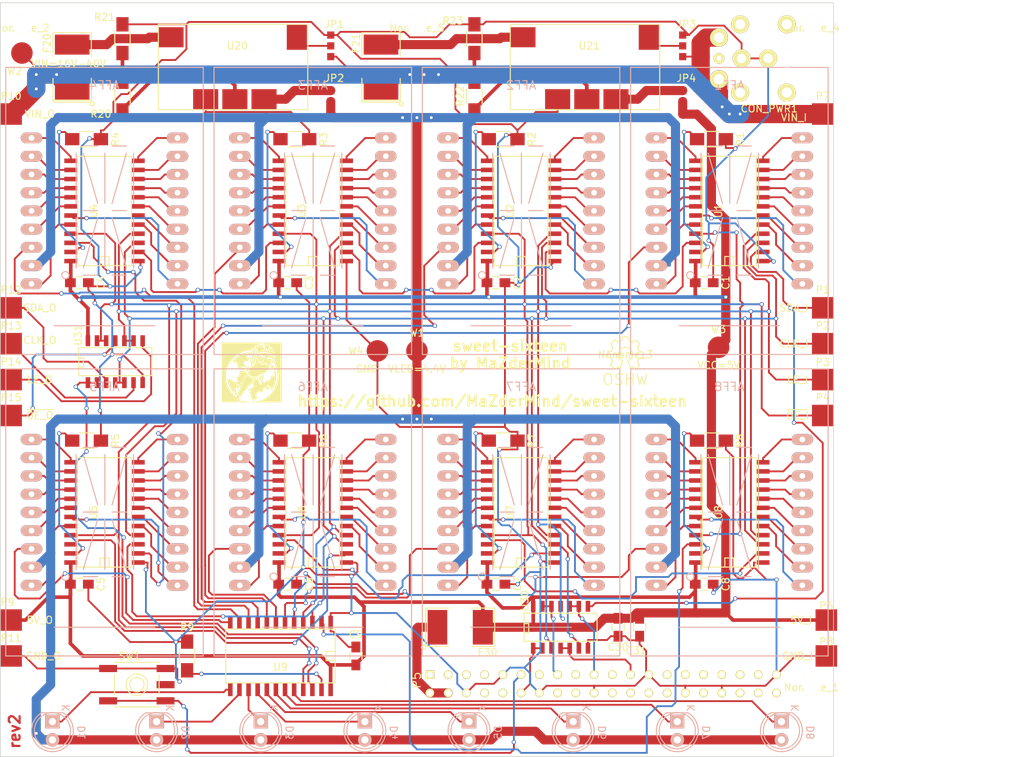
<source format=kicad_pcb>
(kicad_pcb (version 20171130) (host pcbnew "(5.1.12)-1")
  (layers (0 F.Cu signal) (31 B.Cu signal) (34 B.Paste user hide) (35 F.Paste user hide) (36 B.SilkS user hide) (37 F.SilkS user hide) (38 B.Mask user hide) (39 F.Mask user hide) (44 Edge.Cuts user))
  (net 0 "")
  (net 1 "Net-(AFF1-Pad18)")
  (net 2 "Net-(AFF1-Pad1)")
  (net 3 "Net-(AFF1-Pad17)")
  (net 4 "Net-(AFF1-Pad2)")
  (net 5 "Net-(AFF1-Pad16)")
  (net 6 "Net-(AFF1-Pad3)")
  (net 7 "Net-(AFF1-Pad15)")
  (net 8 "Net-(AFF1-Pad4)")
  (net 9 "Net-(AFF1-Pad14)")
  (net 10 "Net-(AFF1-Pad5)")
  (net 11 "Net-(AFF1-Pad13)")
  (net 12 "Net-(AFF1-Pad6)")
  (net 13 "Net-(AFF1-Pad12)")
  (net 14 "Net-(AFF1-Pad7)")
  (net 15 /VLED)
  (net 16 "Net-(AFF1-Pad8)")
  (net 17 "Net-(AFF1-Pad10)")
  (net 18 "Net-(AFF1-Pad9)")
  (net 19 "Net-(AFF2-Pad18)")
  (net 20 "Net-(AFF2-Pad1)")
  (net 21 "Net-(AFF2-Pad17)")
  (net 22 "Net-(AFF2-Pad2)")
  (net 23 "Net-(AFF2-Pad16)")
  (net 24 "Net-(AFF2-Pad3)")
  (net 25 "Net-(AFF2-Pad15)")
  (net 26 "Net-(AFF2-Pad4)")
  (net 27 "Net-(AFF2-Pad14)")
  (net 28 "Net-(AFF2-Pad5)")
  (net 29 "Net-(AFF2-Pad13)")
  (net 30 "Net-(AFF2-Pad6)")
  (net 31 "Net-(AFF2-Pad12)")
  (net 32 "Net-(AFF2-Pad7)")
  (net 33 "Net-(AFF2-Pad8)")
  (net 34 "Net-(AFF2-Pad10)")
  (net 35 "Net-(AFF2-Pad9)")
  (net 36 "Net-(AFF3-Pad18)")
  (net 37 "Net-(AFF3-Pad1)")
  (net 38 "Net-(AFF3-Pad17)")
  (net 39 "Net-(AFF3-Pad2)")
  (net 40 "Net-(AFF3-Pad16)")
  (net 41 "Net-(AFF3-Pad3)")
  (net 42 "Net-(AFF3-Pad15)")
  (net 43 "Net-(AFF3-Pad4)")
  (net 44 "Net-(AFF3-Pad14)")
  (net 45 "Net-(AFF3-Pad5)")
  (net 46 "Net-(AFF3-Pad13)")
  (net 47 "Net-(AFF3-Pad6)")
  (net 48 "Net-(AFF3-Pad12)")
  (net 49 "Net-(AFF3-Pad7)")
  (net 50 "Net-(AFF3-Pad8)")
  (net 51 "Net-(AFF3-Pad10)")
  (net 52 "Net-(AFF3-Pad9)")
  (net 53 "Net-(AFF4-Pad18)")
  (net 54 "Net-(AFF4-Pad1)")
  (net 55 "Net-(AFF4-Pad17)")
  (net 56 "Net-(AFF4-Pad2)")
  (net 57 "Net-(AFF4-Pad16)")
  (net 58 "Net-(AFF4-Pad3)")
  (net 59 "Net-(AFF4-Pad15)")
  (net 60 "Net-(AFF4-Pad4)")
  (net 61 "Net-(AFF4-Pad14)")
  (net 62 "Net-(AFF4-Pad5)")
  (net 63 "Net-(AFF4-Pad13)")
  (net 64 "Net-(AFF4-Pad6)")
  (net 65 "Net-(AFF4-Pad12)")
  (net 66 "Net-(AFF4-Pad7)")
  (net 67 "Net-(AFF4-Pad8)")
  (net 68 "Net-(AFF4-Pad10)")
  (net 69 "Net-(AFF4-Pad9)")
  (net 70 "Net-(AFF5-Pad18)")
  (net 71 "Net-(AFF5-Pad1)")
  (net 72 "Net-(AFF5-Pad17)")
  (net 73 "Net-(AFF5-Pad2)")
  (net 74 "Net-(AFF5-Pad16)")
  (net 75 "Net-(AFF5-Pad3)")
  (net 76 "Net-(AFF5-Pad15)")
  (net 77 "Net-(AFF5-Pad4)")
  (net 78 "Net-(AFF5-Pad14)")
  (net 79 "Net-(AFF5-Pad5)")
  (net 80 "Net-(AFF5-Pad13)")
  (net 81 "Net-(AFF5-Pad6)")
  (net 82 "Net-(AFF5-Pad12)")
  (net 83 "Net-(AFF5-Pad7)")
  (net 84 "Net-(AFF5-Pad8)")
  (net 85 "Net-(AFF5-Pad10)")
  (net 86 "Net-(AFF5-Pad9)")
  (net 87 "Net-(AFF6-Pad18)")
  (net 88 "Net-(AFF6-Pad1)")
  (net 89 "Net-(AFF6-Pad17)")
  (net 90 "Net-(AFF6-Pad2)")
  (net 91 "Net-(AFF6-Pad16)")
  (net 92 "Net-(AFF6-Pad3)")
  (net 93 "Net-(AFF6-Pad15)")
  (net 94 "Net-(AFF6-Pad4)")
  (net 95 "Net-(AFF6-Pad14)")
  (net 96 "Net-(AFF6-Pad5)")
  (net 97 "Net-(AFF6-Pad13)")
  (net 98 "Net-(AFF6-Pad6)")
  (net 99 "Net-(AFF6-Pad12)")
  (net 100 "Net-(AFF6-Pad7)")
  (net 101 "Net-(AFF6-Pad8)")
  (net 102 "Net-(AFF6-Pad10)")
  (net 103 "Net-(AFF6-Pad9)")
  (net 104 "Net-(AFF7-Pad18)")
  (net 105 "Net-(AFF7-Pad1)")
  (net 106 "Net-(AFF7-Pad17)")
  (net 107 "Net-(AFF7-Pad2)")
  (net 108 "Net-(AFF7-Pad16)")
  (net 109 "Net-(AFF7-Pad3)")
  (net 110 "Net-(AFF7-Pad15)")
  (net 111 "Net-(AFF7-Pad4)")
  (net 112 "Net-(AFF7-Pad14)")
  (net 113 "Net-(AFF7-Pad5)")
  (net 114 "Net-(AFF7-Pad13)")
  (net 115 "Net-(AFF7-Pad6)")
  (net 116 "Net-(AFF7-Pad12)")
  (net 117 "Net-(AFF7-Pad7)")
  (net 118 "Net-(AFF7-Pad8)")
  (net 119 "Net-(AFF7-Pad10)")
  (net 120 "Net-(AFF7-Pad9)")
  (net 121 "Net-(AFF8-Pad18)")
  (net 122 "Net-(AFF8-Pad1)")
  (net 123 "Net-(AFF8-Pad17)")
  (net 124 "Net-(AFF8-Pad2)")
  (net 125 "Net-(AFF8-Pad16)")
  (net 126 "Net-(AFF8-Pad3)")
  (net 127 "Net-(AFF8-Pad15)")
  (net 128 "Net-(AFF8-Pad4)")
  (net 129 "Net-(AFF8-Pad14)")
  (net 130 "Net-(AFF8-Pad5)")
  (net 131 "Net-(AFF8-Pad13)")
  (net 132 "Net-(AFF8-Pad6)")
  (net 133 "Net-(AFF8-Pad12)")
  (net 134 "Net-(AFF8-Pad7)")
  (net 135 "Net-(AFF8-Pad8)")
  (net 136 "Net-(AFF8-Pad10)")
  (net 137 "Net-(AFF8-Pad9)")
  (net 138 VCC)
  (net 139 GND)
  (net 140 "Net-(D1-Pad1)")
  (net 141 "Net-(D2-Pad1)")
  (net 142 "Net-(D3-Pad1)")
  (net 143 "Net-(D4-Pad1)")
  (net 144 "Net-(D5-Pad1)")
  (net 145 "Net-(D6-Pad1)")
  (net 146 "Net-(D7-Pad1)")
  (net 147 "Net-(D8-Pad1)")
  (net 148 VIN)
  (net 149 /V_PI)
  (net 150 "Net-(JP1-Pad2)")
  (net 151 "Net-(JP2-Pad1)")
  (net 152 "Net-(JP3-Pad2)")
  (net 153 "Net-(JP4-Pad1)")
  (net 154 /CLK)
  (net 155 /LE)
  (net 156 /~OE)
  (net 157 /~PI_OE)
  (net 158 /PI_LE)
  (net 159 /PI_SDA)
  (net 160 /PI_CLK)
  (net 161 "Net-(R1-Pad2)")
  (net 162 "Net-(R2-Pad2)")
  (net 163 "Net-(R3-Pad2)")
  (net 164 "Net-(R4-Pad2)")
  (net 165 "Net-(R5-Pad2)")
  (net 166 "Net-(R6-Pad2)")
  (net 167 "Net-(R7-Pad2)")
  (net 168 "Net-(R8-Pad2)")
  (net 169 "Net-(R9-Pad2)")
  (net 170 "Net-(F20-Pad2)")
  (net 171 "Net-(F21-Pad2)")
  (net 172 "Net-(R20-Pad1)")
  (net 173 "Net-(R20-Pad2)")
  (net 174 "Net-(R22-Pad1)")
  (net 175 "Net-(R22-Pad2)")
  (net 176 /SDA_I)
  (net 177 /SDA_12)
  (net 178 /SDA_34)
  (net 179 /SDA_45)
  (net 180 /SDA_56)
  (net 181 /SDA_67)
  (net 182 /SDA_78)
  (net 183 /SDA_89)
  (net 184 /SDA_O)
  (net 185 /CLK_O)
  (net 186 /LE_O)
  (net 187 /~OE_O)
  (net 188 /SD_23)
  (net 189 /SDA_9O)
  (net 190 "Net-(P5-Pad11)")
  (module Measurement_Points:Measurement_Point_Round-SMD-Pad_Big (layer F.Cu) (at 152.5 98.5)
    (fp_text reference W4 (at -3 0) (layer F.SilkS))
    (fp_text value GND (at -1.5 2.5) (layer F.SilkS))
    (pad 1 smd circle (at 0 0) (size 2.99974 2.99974) (layers F.Cu F.Paste F.Mask) (net 139 GND))
  )
  (module rpi-header:m25-mounting-hole (layer F.Cu) (at 158 53)
    (fp_text reference Noname_5 (at 0 0.5) (layer F.SilkS))
    (fp_text value M2.5)
    (pad "" np_thru_hole circle (at 0 0) (size 2.75 2.75) (drill 2.75) (layers *.Cu *.Mask F.SilkS))
  )
  (module rpi-header:m25-mounting-hole (layer F.Cu) (at 213 53)
    (fp_text reference Noname_4 (at 0 0.5) (layer F.SilkS))
    (fp_text value M2.5)
    (pad "" np_thru_hole circle (at 0 0) (size 2.75 2.75) (drill 2.75) (layers *.Cu *.Mask F.SilkS))
  )
  (module chips:STP16CPC26MTR (layer F.Cu) (at 201.5 79 90)
    (fp_text reference U1 (at 0 -1.524 90) (layer F.SilkS))
    (fp_text value STP16CPC26)
    (pad 1 smd rect (at -6.985 4.699 90) (size 0.635 1.8) (layers F.Cu F.Paste F.Mask) (net 139 GND))
    (pad 2 smd rect (at -5.715 4.699 90) (size 0.635 1.8) (layers F.Cu F.Paste F.Mask) (net 176 /SDA_I))
    (pad 3 smd rect (at -4.445 4.699 90) (size 0.635 1.8) (layers F.Cu F.Paste F.Mask) (net 154 /CLK))
    (pad 4 smd rect (at -3.175 4.699 90) (size 0.635 1.8) (layers F.Cu F.Paste F.Mask) (net 155 /LE))
    (pad 5 smd rect (at -1.905 4.699 90) (size 0.635 1.8) (layers F.Cu F.Paste F.Mask) (net 16 "Net-(AFF1-Pad8)"))
    (pad 6 smd rect (at -0.635 4.699 90) (size 0.635 1.8) (layers F.Cu F.Paste F.Mask) (net 14 "Net-(AFF1-Pad7)"))
    (pad 7 smd rect (at 0.635 4.699 90) (size 0.635 1.8) (layers F.Cu F.Paste F.Mask) (net 12 "Net-(AFF1-Pad6)"))
    (pad 8 smd rect (at 1.905 4.699 90) (size 0.635 1.8) (layers F.Cu F.Paste F.Mask) (net 10 "Net-(AFF1-Pad5)"))
    (pad 9 smd rect (at 3.175 4.699 90) (size 0.635 1.8) (layers F.Cu F.Paste F.Mask) (net 8 "Net-(AFF1-Pad4)"))
    (pad 10 smd rect (at 4.445 4.699 90) (size 0.635 1.8) (layers F.Cu F.Paste F.Mask) (net 6 "Net-(AFF1-Pad3)"))
    (pad 11 smd rect (at 5.715 4.699 90) (size 0.635 1.8) (layers F.Cu F.Paste F.Mask) (net 4 "Net-(AFF1-Pad2)"))
    (pad 12 smd rect (at 6.985 4.699 90) (size 0.635 1.8) (layers F.Cu F.Paste F.Mask) (net 2 "Net-(AFF1-Pad1)"))
    (pad 24 smd rect (at -6.985 -4.699 90) (size 0.635 1.8) (layers F.Cu F.Paste F.Mask) (net 138 VCC))
    (pad 23 smd rect (at -5.715 -4.699 90) (size 0.635 1.8) (layers F.Cu F.Paste F.Mask) (net 161 "Net-(R1-Pad2)"))
    (pad 22 smd rect (at -4.445 -4.699 90) (size 0.635 1.8) (layers F.Cu F.Paste F.Mask) (net 177 /SDA_12))
    (pad 21 smd rect (at -3.175 -4.699 90) (size 0.635 1.8) (layers F.Cu F.Paste F.Mask) (net 156 /~OE))
    (pad 20 smd rect (at -1.905 -4.699 90) (size 0.635 1.8) (layers F.Cu F.Paste F.Mask) (net 17 "Net-(AFF1-Pad10)"))
    (pad 19 smd rect (at -0.635 -4.699 90) (size 0.635 1.8) (layers F.Cu F.Paste F.Mask) (net 18 "Net-(AFF1-Pad9)"))
    (pad 18 smd rect (at 0.635 -4.699 90) (size 0.635 1.8) (layers F.Cu F.Paste F.Mask) (net 11 "Net-(AFF1-Pad13)"))
    (pad 17 smd rect (at 1.905 -4.699 90) (size 0.635 1.8) (layers F.Cu F.Paste F.Mask) (net 9 "Net-(AFF1-Pad14)"))
    (pad 16 smd rect (at 3.175 -4.699 90) (size 0.635 1.8) (layers F.Cu F.Paste F.Mask) (net 7 "Net-(AFF1-Pad15)"))
    (pad 15 smd rect (at 4.445 -4.699 90) (size 0.635 1.8) (layers F.Cu F.Paste F.Mask) (net 5 "Net-(AFF1-Pad16)"))
    (pad 14 smd rect (at 5.715 -4.699 90) (size 0.635 1.8) (layers F.Cu F.Paste F.Mask) (net 3 "Net-(AFF1-Pad17)"))
    (pad 13 smd rect (at 6.985 -4.699 90) (size 0.635 1.8) (layers F.Cu F.Paste F.Mask) (net 1 "Net-(AFF1-Pad18)"))
  )
  (module 16segments:PSA12-11 (layer B.Cu) (at 201.5 79 270)
    (fp_text reference AFF1 (at -17.5 0 180) (layer B.SilkS) (effects (font (size 1.2 1.2)) (justify mirror)))
    (fp_text value 16SEGMENTS)
    (pad 18 thru_hole oval (at -10.16 10.16 270) (size 1.5 3) (drill 0.8) (layers *.Cu *.Mask B.SilkS) (net 1 "Net-(AFF1-Pad18)"))
    (pad 1 thru_hole oval (at -10.16 -10.16 270) (size 1.5 3) (drill 0.8) (layers *.Cu *.Mask B.SilkS) (net 2 "Net-(AFF1-Pad1)"))
    (pad 17 thru_hole oval (at -7.62 10.16 270) (size 1.5 3) (drill 0.8) (layers *.Cu *.Mask B.SilkS) (net 3 "Net-(AFF1-Pad17)"))
    (pad 2 thru_hole oval (at -7.62 -10.16 270) (size 1.5 3) (drill 0.8) (layers *.Cu *.Mask B.SilkS) (net 4 "Net-(AFF1-Pad2)"))
    (pad 16 thru_hole oval (at -5.08 10.16 270) (size 1.5 3) (drill 0.8) (layers *.Cu *.Mask B.SilkS) (net 5 "Net-(AFF1-Pad16)"))
    (pad 3 thru_hole oval (at -5.08 -10.16 270) (size 1.5 3) (drill 0.8) (layers *.Cu *.Mask B.SilkS) (net 6 "Net-(AFF1-Pad3)"))
    (pad 15 thru_hole oval (at -2.54 10.16 270) (size 1.5 3) (drill 0.8) (layers *.Cu *.Mask B.SilkS) (net 7 "Net-(AFF1-Pad15)"))
    (pad 4 thru_hole oval (at -2.54 -10.16 270) (size 1.5 3) (drill 0.8) (layers *.Cu *.Mask B.SilkS) (net 8 "Net-(AFF1-Pad4)"))
    (pad 14 thru_hole oval (at 0 10.16 270) (size 1.5 3) (drill 0.8) (layers *.Cu *.Mask B.SilkS) (net 9 "Net-(AFF1-Pad14)"))
    (pad 5 thru_hole oval (at 0 -10.16 270) (size 1.5 3) (drill 0.8) (layers *.Cu *.Mask B.SilkS) (net 10 "Net-(AFF1-Pad5)"))
    (pad 13 thru_hole oval (at 2.54 10.16 270) (size 1.5 3) (drill 0.8) (layers *.Cu *.Mask B.SilkS) (net 11 "Net-(AFF1-Pad13)"))
    (pad 6 thru_hole oval (at 2.54 -10.16 270) (size 1.5 3) (drill 0.8) (layers *.Cu *.Mask B.SilkS) (net 12 "Net-(AFF1-Pad6)"))
    (pad 12 thru_hole oval (at 5.08 10.16 270) (size 1.5 3) (drill 0.8) (layers *.Cu *.Mask B.SilkS) (net 13 "Net-(AFF1-Pad12)"))
    (pad 7 thru_hole oval (at 5.08 -10.16 270) (size 1.5 3) (drill 0.8) (layers *.Cu *.Mask B.SilkS) (net 14 "Net-(AFF1-Pad7)"))
    (pad 11 thru_hole oval (at 7.62 10.16 270) (size 1.5 3) (drill 0.8) (layers *.Cu *.Mask B.SilkS) (net 15 /VLED))
    (pad 8 thru_hole oval (at 7.62 -10.16 270) (size 1.5 3) (drill 0.8) (layers *.Cu *.Mask B.SilkS) (net 16 "Net-(AFF1-Pad8)"))
    (pad 10 thru_hole oval (at 10.16 10.16 270) (size 1.5 3) (drill 0.8) (layers *.Cu *.Mask B.SilkS) (net 17 "Net-(AFF1-Pad10)"))
    (pad 9 thru_hole oval (at 10.16 -10.16 270) (size 1.5 3) (drill 0.8) (layers *.Cu *.Mask B.SilkS) (net 18 "Net-(AFF1-Pad9)"))
  )
  (module Capacitors_SMD:C_0805_HandSoldering (layer F.Cu) (at 198 89)
    (fp_text reference C1 (at 3 0 90) (layer F.SilkS))
    (fp_text value 0.1μF)
    (pad 1 smd rect (at -1.25 0) (size 1.5 1.25) (layers F.Cu F.Paste F.Mask) (net 138 VCC))
    (pad 2 smd rect (at 1.25 0) (size 1.5 1.25) (layers F.Cu F.Paste F.Mask) (net 139 GND))
  )
  (module Capacitors_SMD:C_0805_HandSoldering (layer F.Cu) (at 169 89)
    (fp_text reference C2 (at 3 0 90) (layer F.SilkS))
    (fp_text value 0.1μF)
    (pad 1 smd rect (at -1.25 0) (size 1.5 1.25) (layers F.Cu F.Paste F.Mask) (net 138 VCC))
    (pad 2 smd rect (at 1.25 0) (size 1.5 1.25) (layers F.Cu F.Paste F.Mask) (net 139 GND))
  )
  (module Capacitors_SMD:C_0805_HandSoldering (layer F.Cu) (at 140 89)
    (fp_text reference C3 (at 3 0 90) (layer F.SilkS))
    (fp_text value 0.1μF)
    (pad 1 smd rect (at -1.25 0) (size 1.5 1.25) (layers F.Cu F.Paste F.Mask) (net 138 VCC))
    (pad 2 smd rect (at 1.25 0) (size 1.5 1.25) (layers F.Cu F.Paste F.Mask) (net 139 GND))
  )
  (module Capacitors_SMD:C_0805_HandSoldering (layer F.Cu) (at 111 89)
    (fp_text reference C4 (at 3 0 90) (layer F.SilkS))
    (fp_text value 0.1μF)
    (pad 1 smd rect (at -1.25 0) (size 1.5 1.25) (layers F.Cu F.Paste F.Mask) (net 138 VCC))
    (pad 2 smd rect (at 1.25 0) (size 1.5 1.25) (layers F.Cu F.Paste F.Mask) (net 139 GND))
  )
  (module Capacitors_SMD:C_0805_HandSoldering (layer F.Cu) (at 111 131)
    (fp_text reference C5 (at 3 0 90) (layer F.SilkS))
    (fp_text value 0.1μF)
    (pad 1 smd rect (at -1.25 0) (size 1.5 1.25) (layers F.Cu F.Paste F.Mask) (net 138 VCC))
    (pad 2 smd rect (at 1.25 0) (size 1.5 1.25) (layers F.Cu F.Paste F.Mask) (net 139 GND))
  )
  (module Capacitors_SMD:C_0805_HandSoldering (layer F.Cu) (at 140 131)
    (fp_text reference C6 (at 3 0 90) (layer F.SilkS))
    (fp_text value 0.1μF)
    (pad 1 smd rect (at -1.25 0) (size 1.5 1.25) (layers F.Cu F.Paste F.Mask) (net 138 VCC))
    (pad 2 smd rect (at 1.25 0) (size 1.5 1.25) (layers F.Cu F.Paste F.Mask) (net 139 GND))
  )
  (module Capacitors_SMD:C_0805_HandSoldering (layer F.Cu) (at 169 131)
    (fp_text reference C7 (at 3 0 90) (layer F.SilkS))
    (fp_text value 0.1μF)
    (pad 1 smd rect (at -1.25 0) (size 1.5 1.25) (layers F.Cu F.Paste F.Mask) (net 138 VCC))
    (pad 2 smd rect (at 1.25 0) (size 1.5 1.25) (layers F.Cu F.Paste F.Mask) (net 139 GND))
  )
  (module Capacitors_SMD:C_0805_HandSoldering (layer F.Cu) (at 198 131)
    (fp_text reference C8 (at 3 0 90) (layer F.SilkS))
    (fp_text value 0.1μF)
    (pad 1 smd rect (at -1.25 0) (size 1.5 1.25) (layers F.Cu F.Paste F.Mask) (net 138 VCC))
    (pad 2 smd rect (at 1.25 0) (size 1.5 1.25) (layers F.Cu F.Paste F.Mask) (net 139 GND))
  )
  (module Capacitors_SMD:C_0805_HandSoldering (layer F.Cu) (at 149.5 141 90)
    (fp_text reference C9 (at 3 0 180) (layer F.SilkS))
    (fp_text value 0.1μF)
    (pad 1 smd rect (at -1.25 0 90) (size 1.5 1.25) (layers F.Cu F.Paste F.Mask) (net 138 VCC))
    (pad 2 smd rect (at 1.25 0 90) (size 1.5 1.25) (layers F.Cu F.Paste F.Mask) (net 139 GND))
  )
  (module LEDs:LED-5MM (layer B.Cu) (at 107.25 150.15 270)
    (fp_text reference D1 (at 1.524 -4.064 270) (layer B.SilkS) (effects (justify mirror)))
    (fp_text value LED)
    (fp_text user K (at -1.905 -1.905 270) (layer B.SilkS) (effects (justify mirror)))
    (pad 1 thru_hole rect (at 0 0 180) (size 2 1.9) (drill 1.00076) (layers *.Cu *.Mask B.SilkS) (net 140 "Net-(D1-Pad1)"))
    (pad 2 thru_hole circle (at 2.54 0 270) (size 1.9 1.9) (drill 1.00076) (layers *.Cu *.Mask B.SilkS) (net 15 /VLED))
  )
  (module LEDs:LED-5MM (layer B.Cu) (at 121.75 150.15 270)
    (fp_text reference D2 (at 1.524 -4.064 270) (layer B.SilkS) (effects (justify mirror)))
    (fp_text value LED)
    (fp_text user K (at -1.905 -1.905 270) (layer B.SilkS) (effects (justify mirror)))
    (pad 1 thru_hole rect (at 0 0 180) (size 2 1.9) (drill 1.00076) (layers *.Cu *.Mask B.SilkS) (net 141 "Net-(D2-Pad1)"))
    (pad 2 thru_hole circle (at 2.54 0 270) (size 1.9 1.9) (drill 1.00076) (layers *.Cu *.Mask B.SilkS) (net 15 /VLED))
  )
  (module LEDs:LED-5MM (layer B.Cu) (at 136.25 150.15 270)
    (fp_text reference D3 (at 1.524 -4.064 270) (layer B.SilkS) (effects (justify mirror)))
    (fp_text value LED)
    (fp_text user K (at -1.905 -1.905 270) (layer B.SilkS) (effects (justify mirror)))
    (pad 1 thru_hole rect (at 0 0 180) (size 2 1.9) (drill 1.00076) (layers *.Cu *.Mask B.SilkS) (net 142 "Net-(D3-Pad1)"))
    (pad 2 thru_hole circle (at 2.54 0 270) (size 1.9 1.9) (drill 1.00076) (layers *.Cu *.Mask B.SilkS) (net 15 /VLED))
  )
  (module LEDs:LED-5MM (layer B.Cu) (at 150.75 150.15 270)
    (fp_text reference D4 (at 1.524 -4.064 270) (layer B.SilkS) (effects (justify mirror)))
    (fp_text value LED)
    (fp_text user K (at -1.905 -1.905 270) (layer B.SilkS) (effects (justify mirror)))
    (pad 1 thru_hole rect (at 0 0 180) (size 2 1.9) (drill 1.00076) (layers *.Cu *.Mask B.SilkS) (net 143 "Net-(D4-Pad1)"))
    (pad 2 thru_hole circle (at 2.54 0 270) (size 1.9 1.9) (drill 1.00076) (layers *.Cu *.Mask B.SilkS) (net 15 /VLED))
  )
  (module LEDs:LED-5MM (layer B.Cu) (at 165.25 150.15 270)
    (fp_text reference D5 (at 1.524 -4.064 270) (layer B.SilkS) (effects (justify mirror)))
    (fp_text value LED)
    (fp_text user K (at -1.905 -1.905 270) (layer B.SilkS) (effects (justify mirror)))
    (pad 1 thru_hole rect (at 0 0 180) (size 2 1.9) (drill 1.00076) (layers *.Cu *.Mask B.SilkS) (net 144 "Net-(D5-Pad1)"))
    (pad 2 thru_hole circle (at 2.54 0 270) (size 1.9 1.9) (drill 1.00076) (layers *.Cu *.Mask B.SilkS) (net 15 /VLED))
  )
  (module LEDs:LED-5MM (layer B.Cu) (at 179.75 150.15 270)
    (fp_text reference D6 (at 1.524 -4.064 270) (layer B.SilkS) (effects (justify mirror)))
    (fp_text value LED)
    (fp_text user K (at -1.905 -1.905 270) (layer B.SilkS) (effects (justify mirror)))
    (pad 1 thru_hole rect (at 0 0 180) (size 2 1.9) (drill 1.00076) (layers *.Cu *.Mask B.SilkS) (net 145 "Net-(D6-Pad1)"))
    (pad 2 thru_hole circle (at 2.54 0 270) (size 1.9 1.9) (drill 1.00076) (layers *.Cu *.Mask B.SilkS) (net 15 /VLED))
  )
  (module LEDs:LED-5MM (layer B.Cu) (at 194.25 150.15 270)
    (fp_text reference D7 (at 1.524 -4.064 270) (layer B.SilkS) (effects (justify mirror)))
    (fp_text value LED)
    (fp_text user K (at -1.905 -1.905 270) (layer B.SilkS) (effects (justify mirror)))
    (pad 1 thru_hole rect (at 0 0 180) (size 2 1.9) (drill 1.00076) (layers *.Cu *.Mask B.SilkS) (net 146 "Net-(D7-Pad1)"))
    (pad 2 thru_hole circle (at 2.54 0 270) (size 1.9 1.9) (drill 1.00076) (layers *.Cu *.Mask B.SilkS) (net 15 /VLED))
  )
  (module LEDs:LED-5MM (layer B.Cu) (at 208.75 150.15 270)
    (fp_text reference D8 (at 1.524 -4.064 270) (layer B.SilkS) (effects (justify mirror)))
    (fp_text value LED)
    (fp_text user K (at -1.905 -1.905 270) (layer B.SilkS) (effects (justify mirror)))
    (pad 1 thru_hole rect (at 0 0 180) (size 2 1.9) (drill 1.00076) (layers *.Cu *.Mask B.SilkS) (net 147 "Net-(D8-Pad1)"))
    (pad 2 thru_hole circle (at 2.54 0 270) (size 1.9 1.9) (drill 1.00076) (layers *.Cu *.Mask B.SilkS) (net 15 /VLED))
  )
  (module jumper:SMD_Jumper_3 (layer F.Cu) (at 146 56 270)
    (fp_text reference JP1 (at -3 -0.5) (layer F.SilkS))
    (fp_text value JUMPER3)
    (pad 1 smd rect (at -1.5 0 270) (size 1 1) (layers F.Cu F.Paste F.Mask) (net 139 GND))
    (pad 2 smd rect (at 0 0 270) (size 1 1) (layers F.Cu F.Paste F.Mask) (net 150 "Net-(JP1-Pad2)"))
    (pad 3 smd rect (at 1.5 0 270) (size 1 1) (layers F.Cu F.Paste F.Mask) (net 148 VIN))
  )
  (module jumper:SMD_Jumper_2 (layer F.Cu) (at 146 63 270)
    (fp_text reference JP2 (at -2.5 -0.5) (layer F.SilkS))
    (fp_text value JUMPER)
    (pad 1 smd rect (at -0.75 0 270) (size 1 1) (layers F.Cu F.Paste F.Mask) (net 151 "Net-(JP2-Pad1)"))
    (pad 2 smd rect (at 0.75 0 270) (size 1 1) (layers F.Cu F.Paste F.Mask) (net 15 /VLED))
  )
  (module jumper:SMD_Jumper_3 (layer F.Cu) (at 195 56 270)
    (fp_text reference JP3 (at -3 -0.5) (layer F.SilkS))
    (fp_text value JUMPER3)
    (pad 1 smd rect (at -1.5 0 270) (size 1 1) (layers F.Cu F.Paste F.Mask) (net 139 GND))
    (pad 2 smd rect (at 0 0 270) (size 1 1) (layers F.Cu F.Paste F.Mask) (net 152 "Net-(JP3-Pad2)"))
    (pad 3 smd rect (at 1.5 0 270) (size 1 1) (layers F.Cu F.Paste F.Mask) (net 148 VIN))
  )
  (module jumper:SMD_Jumper_2 (layer F.Cu) (at 195 63 270)
    (fp_text reference JP4 (at -2.5 -0.5) (layer F.SilkS))
    (fp_text value JUMPER)
    (pad 1 smd rect (at -0.75 0 270) (size 1 1) (layers F.Cu F.Paste F.Mask) (net 153 "Net-(JP4-Pad1)"))
    (pad 2 smd rect (at 0.75 0 270) (size 1 1) (layers F.Cu F.Paste F.Mask) (net 138 VCC))
  )
  (module rpi-header:rpi-header (layer F.Cu) (at 183.933 144.88)
    (fp_text reference P5 (at -26 -0.5 90) (layer F.SilkS) (effects (font (size 1.2 1.2))))
    (fp_text value CONN_02X20)
    (pad 2 thru_hole circle (at -24.13 1.27) (size 1.2 1.2) (drill 0.8) (layers *.Cu *.Mask F.SilkS) (net 149 /V_PI))
    (pad 1 thru_hole rect (at -24.13 -1.27) (size 1.2 1.2) (drill 0.8) (layers *.Cu *.Mask F.SilkS))
    (pad 4 thru_hole circle (at -21.59 1.27) (size 1.2 1.2) (drill 0.8) (layers *.Cu *.Mask F.SilkS) (net 149 /V_PI))
    (pad 3 thru_hole circle (at -21.59 -1.27) (size 1.2 1.2) (drill 0.8) (layers *.Cu *.Mask F.SilkS))
    (pad 6 thru_hole circle (at -19.05 1.27) (size 1.2 1.2) (drill 0.8) (layers *.Cu *.Mask F.SilkS) (net 139 GND))
    (pad 5 thru_hole circle (at -19.05 -1.27) (size 1.2 1.2) (drill 0.8) (layers *.Cu *.Mask F.SilkS))
    (pad 8 thru_hole circle (at -16.51 1.27) (size 1.2 1.2) (drill 0.8) (layers *.Cu *.Mask F.SilkS))
    (pad 7 thru_hole circle (at -16.51 -1.27) (size 1.2 1.2) (drill 0.8) (layers *.Cu *.Mask F.SilkS))
    (pad 10 thru_hole circle (at -13.97 1.27) (size 1.2 1.2) (drill 0.8) (layers *.Cu *.Mask F.SilkS))
    (pad 9 thru_hole circle (at -13.97 -1.27) (size 1.2 1.2) (drill 0.8) (layers *.Cu *.Mask F.SilkS) (net 139 GND))
    (pad 12 thru_hole circle (at -11.43 1.27) (size 1.2 1.2) (drill 0.8) (layers *.Cu *.Mask F.SilkS) (net 157 /~PI_OE))
    (pad 11 thru_hole circle (at -11.43 -1.27) (size 1.2 1.2) (drill 0.8) (layers *.Cu *.Mask F.SilkS) (net 190 "Net-(P5-Pad11)"))
    (pad 14 thru_hole circle (at -8.89 1.27) (size 1.2 1.2) (drill 0.8) (layers *.Cu *.Mask F.SilkS) (net 139 GND))
    (pad 13 thru_hole circle (at -8.89 -1.27) (size 1.2 1.2) (drill 0.8) (layers *.Cu *.Mask F.SilkS))
    (pad 16 thru_hole circle (at -6.35 1.27) (size 1.2 1.2) (drill 0.8) (layers *.Cu *.Mask F.SilkS))
    (pad 15 thru_hole circle (at -6.35 -1.27) (size 1.2 1.2) (drill 0.8) (layers *.Cu *.Mask F.SilkS) (net 158 /PI_LE))
    (pad 18 thru_hole circle (at -3.81 1.27) (size 1.2 1.2) (drill 0.8) (layers *.Cu *.Mask F.SilkS))
    (pad 17 thru_hole circle (at -3.81 -1.27) (size 1.2 1.2) (drill 0.8) (layers *.Cu *.Mask F.SilkS))
    (pad 20 thru_hole circle (at -1.27 1.27) (size 1.2 1.2) (drill 0.8) (layers *.Cu *.Mask F.SilkS) (net 139 GND))
    (pad 19 thru_hole circle (at -1.27 -1.27) (size 1.2 1.2) (drill 0.8) (layers *.Cu *.Mask F.SilkS) (net 159 /PI_SDA))
    (pad 22 thru_hole circle (at 1.27 1.27) (size 1.2 1.2) (drill 0.8) (layers *.Cu *.Mask F.SilkS))
    (pad 21 thru_hole circle (at 1.27 -1.27) (size 1.2 1.2) (drill 0.8) (layers *.Cu *.Mask F.SilkS))
    (pad 24 thru_hole circle (at 3.81 1.27) (size 1.2 1.2) (drill 0.8) (layers *.Cu *.Mask F.SilkS))
    (pad 23 thru_hole circle (at 3.81 -1.27) (size 1.2 1.2) (drill 0.8) (layers *.Cu *.Mask F.SilkS) (net 160 /PI_CLK))
    (pad 26 thru_hole circle (at 6.35 1.27) (size 1.2 1.2) (drill 0.8) (layers *.Cu *.Mask F.SilkS))
    (pad 25 thru_hole circle (at 6.35 -1.27) (size 1.2 1.2) (drill 0.8) (layers *.Cu *.Mask F.SilkS) (net 139 GND))
    (pad 28 thru_hole circle (at 8.89 1.27) (size 1.2 1.2) (drill 0.8) (layers *.Cu *.Mask F.SilkS))
    (pad 27 thru_hole circle (at 8.89 -1.27) (size 1.2 1.2) (drill 0.8) (layers *.Cu *.Mask F.SilkS))
    (pad 30 thru_hole circle (at 11.43 1.27) (size 1.2 1.2) (drill 0.8) (layers *.Cu *.Mask F.SilkS) (net 139 GND))
    (pad 29 thru_hole circle (at 11.43 -1.27) (size 1.2 1.2) (drill 0.8) (layers *.Cu *.Mask F.SilkS))
    (pad 32 thru_hole circle (at 13.97 1.27) (size 1.2 1.2) (drill 0.8) (layers *.Cu *.Mask F.SilkS))
    (pad 31 thru_hole circle (at 13.97 -1.27) (size 1.2 1.2) (drill 0.8) (layers *.Cu *.Mask F.SilkS))
    (pad 34 thru_hole circle (at 16.51 1.27) (size 1.2 1.2) (drill 0.8) (layers *.Cu *.Mask F.SilkS) (net 139 GND))
    (pad 33 thru_hole circle (at 16.51 -1.27) (size 1.2 1.2) (drill 0.8) (layers *.Cu *.Mask F.SilkS))
    (pad 36 thru_hole circle (at 19.05 1.27) (size 1.2 1.2) (drill 0.8) (layers *.Cu *.Mask F.SilkS))
    (pad 35 thru_hole circle (at 19.05 -1.27) (size 1.2 1.2) (drill 0.8) (layers *.Cu *.Mask F.SilkS))
    (pad 38 thru_hole circle (at 21.59 1.27) (size 1.2 1.2) (drill 0.8) (layers *.Cu *.Mask F.SilkS))
    (pad 37 thru_hole circle (at 21.59 -1.27) (size 1.2 1.2) (drill 0.8) (layers *.Cu *.Mask F.SilkS))
    (pad 40 thru_hole circle (at 24.13 1.27) (size 1.2 1.2) (drill 0.8) (layers *.Cu *.Mask F.SilkS))
    (pad 39 thru_hole circle (at 24.13 -1.27) (size 1.2 1.2) (drill 0.8) (layers *.Cu *.Mask F.SilkS) (net 139 GND))
    (pad "" np_thru_hole circle (at -29 0) (size 2.75 2.75) (drill 2.75) (layers *.Cu *.Mask F.SilkS))
    (pad "" np_thru_hole circle (at 29 0) (size 2.75 2.75) (drill 2.75) (layers *.Cu *.Mask F.SilkS))
  )
  (module Resistors_SMD:R_1206_HandSoldering (layer F.Cu) (at 199 69 180)
    (fp_text reference R1 (at -4 0 270) (layer F.SilkS))
    (fp_text value 1k)
    (pad 1 smd rect (at -2 0 180) (size 2 1.7) (layers F.Cu F.Paste F.Mask) (net 139 GND))
    (pad 2 smd rect (at 2 0 180) (size 2 1.7) (layers F.Cu F.Paste F.Mask) (net 161 "Net-(R1-Pad2)"))
  )
  (module Resistors_SMD:R_1206_HandSoldering (layer F.Cu) (at 170 69 180)
    (fp_text reference R2 (at -4 0 270) (layer F.SilkS))
    (fp_text value 1k)
    (pad 1 smd rect (at -2 0 180) (size 2 1.7) (layers F.Cu F.Paste F.Mask) (net 139 GND))
    (pad 2 smd rect (at 2 0 180) (size 2 1.7) (layers F.Cu F.Paste F.Mask) (net 162 "Net-(R2-Pad2)"))
  )
  (module Resistors_SMD:R_1206_HandSoldering (layer F.Cu) (at 141 69 180)
    (fp_text reference R3 (at -4 0 270) (layer F.SilkS))
    (fp_text value 1k)
    (pad 1 smd rect (at -2 0 180) (size 2 1.7) (layers F.Cu F.Paste F.Mask) (net 139 GND))
    (pad 2 smd rect (at 2 0 180) (size 2 1.7) (layers F.Cu F.Paste F.Mask) (net 163 "Net-(R3-Pad2)"))
  )
  (module Resistors_SMD:R_1206_HandSoldering (layer F.Cu) (at 112 69 180)
    (fp_text reference R4 (at -4 0 270) (layer F.SilkS))
    (fp_text value 1k)
    (pad 1 smd rect (at -2 0 180) (size 2 1.7) (layers F.Cu F.Paste F.Mask) (net 139 GND))
    (pad 2 smd rect (at 2 0 180) (size 2 1.7) (layers F.Cu F.Paste F.Mask) (net 164 "Net-(R4-Pad2)"))
  )
  (module Resistors_SMD:R_1206_HandSoldering (layer F.Cu) (at 112 111 180)
    (fp_text reference R5 (at -4 0 90) (layer F.SilkS))
    (fp_text value 1k)
    (pad 1 smd rect (at -2 0 180) (size 2 1.7) (layers F.Cu F.Paste F.Mask) (net 139 GND))
    (pad 2 smd rect (at 2 0 180) (size 2 1.7) (layers F.Cu F.Paste F.Mask) (net 165 "Net-(R5-Pad2)"))
  )
  (module Resistors_SMD:R_1206_HandSoldering (layer F.Cu) (at 141 111 180)
    (fp_text reference R6 (at -4 0 270) (layer F.SilkS))
    (fp_text value 1k)
    (pad 1 smd rect (at -2 0 180) (size 2 1.7) (layers F.Cu F.Paste F.Mask) (net 139 GND))
    (pad 2 smd rect (at 2 0 180) (size 2 1.7) (layers F.Cu F.Paste F.Mask) (net 166 "Net-(R6-Pad2)"))
  )
  (module Resistors_SMD:R_1206_HandSoldering (layer F.Cu) (at 170 111 180)
    (fp_text reference R7 (at -4 0 270) (layer F.SilkS))
    (fp_text value 1k)
    (pad 1 smd rect (at -2 0 180) (size 2 1.7) (layers F.Cu F.Paste F.Mask) (net 139 GND))
    (pad 2 smd rect (at 2 0 180) (size 2 1.7) (layers F.Cu F.Paste F.Mask) (net 167 "Net-(R7-Pad2)"))
  )
  (module Resistors_SMD:R_1206_HandSoldering (layer F.Cu) (at 199 111 180)
    (fp_text reference R8 (at -4 0 270) (layer F.SilkS))
    (fp_text value 1k)
    (pad 1 smd rect (at -2 0 180) (size 2 1.7) (layers F.Cu F.Paste F.Mask) (net 139 GND))
    (pad 2 smd rect (at 2 0 180) (size 2 1.7) (layers F.Cu F.Paste F.Mask) (net 168 "Net-(R8-Pad2)"))
  )
  (module Resistors_SMD:R_1206_HandSoldering (layer F.Cu) (at 126 141 270)
    (fp_text reference R9 (at -4 0) (layer F.SilkS))
    (fp_text value 1k)
    (pad 1 smd rect (at -2 0 270) (size 2 1.7) (layers F.Cu F.Paste F.Mask) (net 139 GND))
    (pad 2 smd rect (at 2 0 270) (size 2 1.7) (layers F.Cu F.Paste F.Mask) (net 169 "Net-(R9-Pad2)"))
  )
  (module Measurement_Points:Measurement_Point_Round-SMD-Pad_Big (layer F.Cu) (at 158 98.5)
    (fp_text reference W1 (at 0 -2.5) (layer F.SilkS))
    (fp_text value VLED=4.4V (at 0 2.5) (layer F.SilkS))
    (pad 1 smd circle (at 0 0) (size 2.99974 2.99974) (layers F.Cu F.Paste F.Mask) (net 15 /VLED))
  )
  (module Measurement_Points:Measurement_Point_Round-SMD-Pad_Big (layer F.Cu) (at 103 57)
    (fp_text reference W2 (at -1 2.5) (layer F.SilkS))
    (fp_text value VIN=16V-40V (at 6.5 1.5) (layer F.SilkS))
    (pad 1 smd circle (at 0 0) (size 2.99974 2.99974) (layers F.Cu F.Paste F.Mask) (net 148 VIN))
  )
  (module Measurement_Points:Measurement_Point_Round-SMD-Pad_Big (layer F.Cu) (at 200 98)
    (fp_text reference W3 (at 0 -2.5) (layer F.SilkS))
    (fp_text value VCC=5V (at 0 2.5) (layer F.SilkS))
    (pad 1 smd circle (at 0 0) (size 2.99974 2.99974) (layers F.Cu F.Paste F.Mask) (net 138 VCC))
  )
  (module Capacitors_SMD:C_0805_HandSoldering (layer F.Cu) (at 186 137 270)
    (fp_text reference C30 (at 2.75 0) (layer F.SilkS))
    (fp_text value 0.1μF)
    (pad 1 smd rect (at -1.25 0 270) (size 1.5 1.25) (layers F.Cu F.Paste F.Mask) (net 138 VCC))
    (pad 2 smd rect (at 1.25 0 270) (size 1.5 1.25) (layers F.Cu F.Paste F.Mask) (net 139 GND))
  )
  (module Capacitors_SMD:C_0805_HandSoldering (layer F.Cu) (at 189 137 270)
    (fp_text reference C31 (at 3.25 0.5) (layer F.SilkS))
    (fp_text value 0.1μF)
    (pad 1 smd rect (at -1.25 0 270) (size 1.5 1.25) (layers F.Cu F.Paste F.Mask) (net 138 VCC))
    (pad 2 smd rect (at 1.25 0 270) (size 1.5 1.25) (layers F.Cu F.Paste F.Mask) (net 139 GND))
  )
  (module SMD_Packages:SMD-2112_Pol (layer F.Cu) (at 110 59 90)
    (fp_text reference F20 (at 3.355 -3.5 270) (layer F.SilkS))
    (fp_text value "1.2A F")
    (pad 2 smd rect (at 3.175 0 90) (size 2.794 4.826) (layers F.Cu F.Paste F.Mask) (net 170 "Net-(F20-Pad2)"))
    (pad 1 smd rect (at -3.175 0 90) (size 2.794 4.826) (layers F.Cu F.Paste F.Mask) (net 148 VIN))
  )
  (module SMD_Packages:SMD-2112_Pol (layer F.Cu) (at 153 59 90)
    (fp_text reference F21 (at 3.355 -3.45 270) (layer F.SilkS))
    (fp_text value "1.2A F")
    (pad 2 smd rect (at 3.175 0 90) (size 2.794 4.826) (layers F.Cu F.Paste F.Mask) (net 171 "Net-(F21-Pad2)"))
    (pad 1 smd rect (at -3.175 0 90) (size 2.794 4.826) (layers F.Cu F.Paste F.Mask) (net 148 VIN))
  )
  (module SMD_Packages:SMD-2112_Pol (layer F.Cu) (at 164 137)
    (fp_text reference F30 (at 3.825 3.5 180) (layer F.SilkS))
    (fp_text value "2.5A S")
    (pad 2 smd rect (at 3.175 0) (size 2.794 4.826) (layers F.Cu F.Paste F.Mask) (net 138 VCC))
    (pad 1 smd rect (at -3.175 0) (size 2.794 4.826) (layers F.Cu F.Paste F.Mask) (net 149 /V_PI))
  )
  (module Measurement_Points:Measurement_Point_Square-SMD-Pad_Big (layer F.Cu) (at 214.5 92.5)
    (fp_text reference P1 (at 0 -2.5) (layer F.SilkS))
    (fp_text value SDA_I (at -4 0) (layer F.SilkS))
    (pad 1 smd rect (at 0 0) (size 2.99974 2.99974) (layers F.Cu F.Paste F.Mask) (net 176 /SDA_I))
  )
  (module Measurement_Points:Measurement_Point_Square-SMD-Pad_Big (layer F.Cu) (at 214.5 97.5)
    (fp_text reference P2 (at 0 -2.5) (layer F.SilkS))
    (fp_text value CLK_I (at -4 0) (layer F.SilkS))
    (pad 1 smd rect (at 0 0) (size 2.99974 2.99974) (layers F.Cu F.Paste F.Mask) (net 154 /CLK))
  )
  (module Measurement_Points:Measurement_Point_Square-SMD-Pad_Big (layer F.Cu) (at 214.5 102.5)
    (fp_text reference P3 (at 0 -2.425) (layer F.SilkS))
    (fp_text value LE_I (at -3.5 0) (layer F.SilkS))
    (pad 1 smd rect (at 0 0) (size 2.99974 2.99974) (layers F.Cu F.Paste F.Mask) (net 155 /LE))
  )
  (module Measurement_Points:Measurement_Point_Square-SMD-Pad_Big (layer F.Cu) (at 214.5 107.5)
    (fp_text reference P4 (at 0 -2.5) (layer F.SilkS))
    (fp_text value ~OE_I (at -3.5 0) (layer F.SilkS))
    (pad 1 smd rect (at 0 0) (size 2.99974 2.99974) (layers F.Cu F.Paste F.Mask) (net 156 /~OE))
  )
  (module Measurement_Points:Measurement_Point_Square-SMD-Pad_Big (layer F.Cu) (at 215 136)
    (fp_text reference P6 (at 0 -2) (layer F.SilkS))
    (fp_text value 5V_I (at -3.5 0) (layer F.SilkS))
    (pad 1 smd rect (at 0 0) (size 2.99974 2.99974) (layers F.Cu F.Paste F.Mask) (net 138 VCC))
  )
  (module Measurement_Points:Measurement_Point_Square-SMD-Pad_Big (layer F.Cu) (at 214.5 65.5)
    (fp_text reference P7 (at 0 -2.5) (layer F.SilkS))
    (fp_text value VIN_I (at -4 0.5) (layer F.SilkS))
    (pad 1 smd rect (at 0 0) (size 2.99974 2.99974) (layers F.Cu F.Paste F.Mask) (net 148 VIN))
  )
  (module Measurement_Points:Measurement_Point_Square-SMD-Pad_Big (layer F.Cu) (at 215 141)
    (fp_text reference P8 (at 0 -2) (layer F.SilkS))
    (fp_text value GND_I (at -4 0) (layer F.SilkS))
    (pad 1 smd rect (at 0 0) (size 2.99974 2.99974) (layers F.Cu F.Paste F.Mask) (net 139 GND))
  )
  (module Measurement_Points:Measurement_Point_Square-SMD-Pad_Big (layer F.Cu) (at 101.5 136)
    (fp_text reference P9 (at -0.5 -2.5) (layer F.SilkS))
    (fp_text value 5V_O (at 4 0) (layer F.SilkS))
    (pad 1 smd rect (at 0 0) (size 2.99974 2.99974) (layers F.Cu F.Paste F.Mask) (net 138 VCC))
  )
  (module Measurement_Points:Measurement_Point_Square-SMD-Pad_Big (layer F.Cu) (at 101.5 65.5)
    (fp_text reference P10 (at 0 -2.5) (layer F.SilkS))
    (fp_text value VIN_O (at 4 0) (layer F.SilkS))
    (pad 1 smd rect (at 0 0) (size 2.99974 2.99974) (layers F.Cu F.Paste F.Mask) (net 148 VIN))
  )
  (module Measurement_Points:Measurement_Point_Square-SMD-Pad_Big (layer F.Cu) (at 101.5 141)
    (fp_text reference P11 (at 0 -2.5) (layer F.SilkS))
    (fp_text value GND_O (at 4.5 0) (layer F.SilkS))
    (pad 1 smd rect (at 0 0) (size 2.99974 2.99974) (layers F.Cu F.Paste F.Mask) (net 139 GND))
  )
  (module Measurement_Points:Measurement_Point_Square-SMD-Pad_Big (layer F.Cu) (at 101.5 92.5)
    (fp_text reference P12 (at 0 -2.5) (layer F.SilkS))
    (fp_text value SDA_O (at 4 0) (layer F.SilkS))
    (pad 1 smd rect (at 0 0) (size 2.99974 2.99974) (layers F.Cu F.Paste F.Mask) (net 184 /SDA_O))
  )
  (module Measurement_Points:Measurement_Point_Square-SMD-Pad_Big (layer F.Cu) (at 101.5 97.5)
    (fp_text reference P13 (at 0 -2.5) (layer F.SilkS))
    (fp_text value CLK_O (at 4 -0.5) (layer F.SilkS))
    (pad 1 smd rect (at 0 0) (size 2.99974 2.99974) (layers F.Cu F.Paste F.Mask) (net 185 /CLK_O))
  )
  (module Measurement_Points:Measurement_Point_Square-SMD-Pad_Big (layer F.Cu) (at 101.5 102.5)
    (fp_text reference P14 (at 0 -2.5) (layer F.SilkS))
    (fp_text value LE_O (at 4 0) (layer F.SilkS))
    (pad 1 smd rect (at 0 0) (size 2.99974 2.99974) (layers F.Cu F.Paste F.Mask) (net 186 /LE_O))
  )
  (module Measurement_Points:Measurement_Point_Square-SMD-Pad_Big (layer F.Cu) (at 101.5 107.5)
    (fp_text reference P15 (at 0 -2.5) (layer F.SilkS))
    (fp_text value ~OE_O (at 4 0) (layer F.SilkS))
    (pad 1 smd rect (at 0 0) (size 2.99974 2.99974) (layers F.Cu F.Paste F.Mask) (net 187 /~OE_O))
  )
  (module Resistors_SMD:R_1206_HandSoldering (layer F.Cu) (at 117 63 270)
    (fp_text reference R20 (at 2.5 3) (layer F.SilkS))
    (fp_text value 1.2k)
    (pad 1 smd rect (at -2 0 270) (size 2 1.7) (layers F.Cu F.Paste F.Mask) (net 172 "Net-(R20-Pad1)"))
    (pad 2 smd rect (at 2 0 270) (size 2 1.7) (layers F.Cu F.Paste F.Mask) (net 173 "Net-(R20-Pad2)"))
  )
  (module Resistors_SMD:R_1206_HandSoldering (layer F.Cu) (at 117 55 90)
    (fp_text reference R21 (at 3 -2.5 180) (layer F.SilkS))
    (fp_text value 680)
    (pad 1 smd rect (at -2 0 90) (size 2 1.7) (layers F.Cu F.Paste F.Mask) (net 172 "Net-(R20-Pad1)"))
    (pad 2 smd rect (at 2 0 90) (size 2 1.7) (layers F.Cu F.Paste F.Mask) (net 139 GND))
  )
  (module Resistors_SMD:R_1206_HandSoldering (layer F.Cu) (at 166 63 270)
    (fp_text reference R22 (at 0 2 90) (layer F.SilkS))
    (fp_text value 1.2k)
    (pad 1 smd rect (at -2 0 270) (size 2 1.7) (layers F.Cu F.Paste F.Mask) (net 174 "Net-(R22-Pad1)"))
    (pad 2 smd rect (at 2 0 270) (size 2 1.7) (layers F.Cu F.Paste F.Mask) (net 175 "Net-(R22-Pad2)"))
  )
  (module Resistors_SMD:R_1206_HandSoldering (layer F.Cu) (at 166 55 90)
    (fp_text reference R23 (at 2.5 -3 180) (layer F.SilkS))
    (fp_text value 270)
    (pad 1 smd rect (at -2 0 90) (size 2 1.7) (layers F.Cu F.Paste F.Mask) (net 174 "Net-(R22-Pad1)"))
    (pad 2 smd rect (at 2 0 90) (size 2 1.7) (layers F.Cu F.Paste F.Mask) (net 139 GND))
  )
  (module chips:SN74HCT08D (layer F.Cu) (at 116 100)
    (fp_text reference U31 (at -5.19 -3.698 90) (layer F.SilkS))
    (fp_text value 74HCT08)
    (pad 1 smd rect (at -3.81 2.921) (size 0.635 1.524) (layers F.Cu F.Paste F.Mask) (net 189 /SDA_9O))
    (pad 2 smd rect (at -2.54 2.921) (size 0.635 1.524) (layers F.Cu F.Paste F.Mask) (net 189 /SDA_9O))
    (pad 3 smd rect (at -1.27 2.921) (size 0.635 1.524) (layers F.Cu F.Paste F.Mask) (net 184 /SDA_O))
    (pad 4 smd rect (at 0 2.921) (size 0.635 1.524) (layers F.Cu F.Paste F.Mask) (net 154 /CLK))
    (pad 5 smd rect (at 1.27 2.921) (size 0.635 1.524) (layers F.Cu F.Paste F.Mask) (net 154 /CLK))
    (pad 6 smd rect (at 2.54 2.921) (size 0.635 1.524) (layers F.Cu F.Paste F.Mask) (net 185 /CLK_O))
    (pad 7 smd rect (at 3.81 2.921) (size 0.635 1.524) (layers F.Cu F.Paste F.Mask) (net 139 GND))
    (pad 8 smd rect (at 3.81 -2.921) (size 0.635 1.524) (layers F.Cu F.Paste F.Mask) (net 186 /LE_O))
    (pad 9 smd rect (at 2.54 -2.921) (size 0.635 1.524) (layers F.Cu F.Paste F.Mask) (net 155 /LE))
    (pad 11 smd rect (at 0 -2.921) (size 0.635 1.524) (layers F.Cu F.Paste F.Mask) (net 187 /~OE_O))
    (pad 12 smd rect (at -1.27 -2.921) (size 0.635 1.524) (layers F.Cu F.Paste F.Mask) (net 156 /~OE))
    (pad 13 smd rect (at -2.54 -2.921) (size 0.635 1.524) (layers F.Cu F.Paste F.Mask) (net 156 /~OE))
    (pad 14 smd rect (at -3.81 -2.921) (size 0.635 1.524) (layers F.Cu F.Paste F.Mask) (net 138 VCC))
    (pad 10 smd rect (at 1.27 -2.921) (size 0.635 1.524) (layers F.Cu F.Paste F.Mask) (net 155 /LE))
  )
  (module chips:SN74HCT08D (layer F.Cu) (at 178 137)
    (fp_text reference U30 (at -5 -3.698 90) (layer F.SilkS))
    (fp_text value 74HCT08)
    (pad 1 smd rect (at -3.81 2.921) (size 0.635 1.524) (layers F.Cu F.Paste F.Mask) (net 157 /~PI_OE))
    (pad 2 smd rect (at -2.54 2.921) (size 0.635 1.524) (layers F.Cu F.Paste F.Mask) (net 157 /~PI_OE))
    (pad 3 smd rect (at -1.27 2.921) (size 0.635 1.524) (layers F.Cu F.Paste F.Mask) (net 156 /~OE))
    (pad 4 smd rect (at 0 2.921) (size 0.635 1.524) (layers F.Cu F.Paste F.Mask) (net 160 /PI_CLK))
    (pad 5 smd rect (at 1.27 2.921) (size 0.635 1.524) (layers F.Cu F.Paste F.Mask) (net 160 /PI_CLK))
    (pad 6 smd rect (at 2.54 2.921) (size 0.635 1.524) (layers F.Cu F.Paste F.Mask) (net 154 /CLK))
    (pad 7 smd rect (at 3.81 2.921) (size 0.635 1.524) (layers F.Cu F.Paste F.Mask) (net 139 GND))
    (pad 8 smd rect (at 3.81 -2.921) (size 0.635 1.524) (layers F.Cu F.Paste F.Mask) (net 176 /SDA_I))
    (pad 9 smd rect (at 2.54 -2.921) (size 0.635 1.524) (layers F.Cu F.Paste F.Mask) (net 159 /PI_SDA))
    (pad 11 smd rect (at 0 -2.921) (size 0.635 1.524) (layers F.Cu F.Paste F.Mask) (net 155 /LE))
    (pad 12 smd rect (at -1.27 -2.921) (size 0.635 1.524) (layers F.Cu F.Paste F.Mask) (net 158 /PI_LE))
    (pad 13 smd rect (at -2.54 -2.921) (size 0.635 1.524) (layers F.Cu F.Paste F.Mask) (net 158 /PI_LE))
    (pad 14 smd rect (at -3.81 -2.921) (size 0.635 1.524) (layers F.Cu F.Paste F.Mask) (net 138 VCC))
    (pad 10 smd rect (at 1.27 -2.921) (size 0.635 1.524) (layers F.Cu F.Paste F.Mask) (net 159 /PI_SDA))
  )
  (module icons:rocketbean (layer F.Cu) (at 135 101.5)
    (fp_text reference G*** hide)
    (fp_text value LOGO hide)
  )
  (module Symbols:Symbol_OSHW-Logo_SilkScreen (layer F.Cu) (at 187 99)
    (fp_text reference Noname_3 (at 0 0) (layer F.SilkS))
    (fp_text value "")
  )
  (module oki-t3:OKI-T3 (layer F.Cu) (at 122 53)
    (fp_text reference U20 (at 11 3) (layer F.SilkS))
    (fp_text value OKI-T/3-W40)
    (pad 5 smd rect (at 14.71 10.43) (size 3.5 2.8) (layers F.Cu F.Paste F.Mask) (net 151 "Net-(JP2-Pad1)"))
    (pad 4 smd rect (at 10.65 10.43) (size 3.5 2.8) (layers F.Cu F.Paste F.Mask) (net 173 "Net-(R20-Pad2)"))
    (pad 3 smd rect (at 6.59 10.43) (size 3.5 2.8) (layers F.Cu F.Paste F.Mask) (net 139 GND))
    (pad 2 smd rect (at 1.76 1.8) (size 3.5 2.8) (layers F.Cu F.Paste F.Mask) (net 170 "Net-(F20-Pad2)"))
    (pad 1 smd rect (at 19.28 1.8) (size 2.8 3.5) (layers F.Cu F.Paste F.Mask) (net 150 "Net-(JP1-Pad2)"))
  )
  (module oki-t3:OKI-T3 (layer F.Cu) (at 171 53)
    (fp_text reference U21 (at 11 3) (layer F.SilkS))
    (fp_text value OKI-T/3-W40)
    (pad 5 smd rect (at 14.71 10.43) (size 3.5 2.8) (layers F.Cu F.Paste F.Mask) (net 153 "Net-(JP4-Pad1)"))
    (pad 4 smd rect (at 10.65 10.43) (size 3.5 2.8) (layers F.Cu F.Paste F.Mask) (net 175 "Net-(R22-Pad2)"))
    (pad 3 smd rect (at 6.59 10.43) (size 3.5 2.8) (layers F.Cu F.Paste F.Mask) (net 139 GND))
    (pad 2 smd rect (at 1.76 1.8) (size 3.5 2.8) (layers F.Cu F.Paste F.Mask) (net 171 "Net-(F21-Pad2)"))
    (pad 1 smd rect (at 19.28 1.8) (size 2.8 3.5) (layers F.Cu F.Paste F.Mask) (net 152 "Net-(JP3-Pad2)"))
  )
  (module 16segments:PSA12-11 (layer B.Cu) (at 143.5 79 270)
    (fp_text reference AFF3 (at -17.5 0 180) (layer B.SilkS) (effects (font (size 1.2 1.2)) (justify mirror)))
    (fp_text value 16SEGMENTS)
    (pad 18 thru_hole oval (at -10.16 10.16 270) (size 1.5 3) (drill 0.8) (layers *.Cu *.Mask B.SilkS) (net 36 "Net-(AFF3-Pad18)"))
    (pad 1 thru_hole oval (at -10.16 -10.16 270) (size 1.5 3) (drill 0.8) (layers *.Cu *.Mask B.SilkS) (net 37 "Net-(AFF3-Pad1)"))
    (pad 17 thru_hole oval (at -7.62 10.16 270) (size 1.5 3) (drill 0.8) (layers *.Cu *.Mask B.SilkS) (net 38 "Net-(AFF3-Pad17)"))
    (pad 2 thru_hole oval (at -7.62 -10.16 270) (size 1.5 3) (drill 0.8) (layers *.Cu *.Mask B.SilkS) (net 39 "Net-(AFF3-Pad2)"))
    (pad 16 thru_hole oval (at -5.08 10.16 270) (size 1.5 3) (drill 0.8) (layers *.Cu *.Mask B.SilkS) (net 40 "Net-(AFF3-Pad16)"))
    (pad 3 thru_hole oval (at -5.08 -10.16 270) (size 1.5 3) (drill 0.8) (layers *.Cu *.Mask B.SilkS) (net 41 "Net-(AFF3-Pad3)"))
    (pad 15 thru_hole oval (at -2.54 10.16 270) (size 1.5 3) (drill 0.8) (layers *.Cu *.Mask B.SilkS) (net 42 "Net-(AFF3-Pad15)"))
    (pad 4 thru_hole oval (at -2.54 -10.16 270) (size 1.5 3) (drill 0.8) (layers *.Cu *.Mask B.SilkS) (net 43 "Net-(AFF3-Pad4)"))
    (pad 14 thru_hole oval (at 0 10.16 270) (size 1.5 3) (drill 0.8) (layers *.Cu *.Mask B.SilkS) (net 44 "Net-(AFF3-Pad14)"))
    (pad 5 thru_hole oval (at 0 -10.16 270) (size 1.5 3) (drill 0.8) (layers *.Cu *.Mask B.SilkS) (net 45 "Net-(AFF3-Pad5)"))
    (pad 13 thru_hole oval (at 2.54 10.16 270) (size 1.5 3) (drill 0.8) (layers *.Cu *.Mask B.SilkS) (net 46 "Net-(AFF3-Pad13)"))
    (pad 6 thru_hole oval (at 2.54 -10.16 270) (size 1.5 3) (drill 0.8) (layers *.Cu *.Mask B.SilkS) (net 47 "Net-(AFF3-Pad6)"))
    (pad 12 thru_hole oval (at 5.08 10.16 270) (size 1.5 3) (drill 0.8) (layers *.Cu *.Mask B.SilkS) (net 48 "Net-(AFF3-Pad12)"))
    (pad 7 thru_hole oval (at 5.08 -10.16 270) (size 1.5 3) (drill 0.8) (layers *.Cu *.Mask B.SilkS) (net 49 "Net-(AFF3-Pad7)"))
    (pad 11 thru_hole oval (at 7.62 10.16 270) (size 1.5 3) (drill 0.8) (layers *.Cu *.Mask B.SilkS) (net 15 /VLED))
    (pad 8 thru_hole oval (at 7.62 -10.16 270) (size 1.5 3) (drill 0.8) (layers *.Cu *.Mask B.SilkS) (net 50 "Net-(AFF3-Pad8)"))
    (pad 10 thru_hole oval (at 10.16 10.16 270) (size 1.5 3) (drill 0.8) (layers *.Cu *.Mask B.SilkS) (net 51 "Net-(AFF3-Pad10)"))
    (pad 9 thru_hole oval (at 10.16 -10.16 270) (size 1.5 3) (drill 0.8) (layers *.Cu *.Mask B.SilkS) (net 52 "Net-(AFF3-Pad9)"))
  )
  (module 16segments:PSA12-11 (layer B.Cu) (at 201.5 121 270)
    (fp_text reference AFF8 (at -17.5 0 180) (layer B.SilkS) (effects (font (size 1.2 1.2)) (justify mirror)))
    (fp_text value 16SEGMENTS)
    (pad 18 thru_hole oval (at -10.16 10.16 270) (size 1.5 3) (drill 0.8) (layers *.Cu *.Mask B.SilkS) (net 121 "Net-(AFF8-Pad18)"))
    (pad 1 thru_hole oval (at -10.16 -10.16 270) (size 1.5 3) (drill 0.8) (layers *.Cu *.Mask B.SilkS) (net 122 "Net-(AFF8-Pad1)"))
    (pad 17 thru_hole oval (at -7.62 10.16 270) (size 1.5 3) (drill 0.8) (layers *.Cu *.Mask B.SilkS) (net 123 "Net-(AFF8-Pad17)"))
    (pad 2 thru_hole oval (at -7.62 -10.16 270) (size 1.5 3) (drill 0.8) (layers *.Cu *.Mask B.SilkS) (net 124 "Net-(AFF8-Pad2)"))
    (pad 16 thru_hole oval (at -5.08 10.16 270) (size 1.5 3) (drill 0.8) (layers *.Cu *.Mask B.SilkS) (net 125 "Net-(AFF8-Pad16)"))
    (pad 3 thru_hole oval (at -5.08 -10.16 270) (size 1.5 3) (drill 0.8) (layers *.Cu *.Mask B.SilkS) (net 126 "Net-(AFF8-Pad3)"))
    (pad 15 thru_hole oval (at -2.54 10.16 270) (size 1.5 3) (drill 0.8) (layers *.Cu *.Mask B.SilkS) (net 127 "Net-(AFF8-Pad15)"))
    (pad 4 thru_hole oval (at -2.54 -10.16 270) (size 1.5 3) (drill 0.8) (layers *.Cu *.Mask B.SilkS) (net 128 "Net-(AFF8-Pad4)"))
    (pad 14 thru_hole oval (at 0 10.16 270) (size 1.5 3) (drill 0.8) (layers *.Cu *.Mask B.SilkS) (net 129 "Net-(AFF8-Pad14)"))
    (pad 5 thru_hole oval (at 0 -10.16 270) (size 1.5 3) (drill 0.8) (layers *.Cu *.Mask B.SilkS) (net 130 "Net-(AFF8-Pad5)"))
    (pad 13 thru_hole oval (at 2.54 10.16 270) (size 1.5 3) (drill 0.8) (layers *.Cu *.Mask B.SilkS) (net 131 "Net-(AFF8-Pad13)"))
    (pad 6 thru_hole oval (at 2.54 -10.16 270) (size 1.5 3) (drill 0.8) (layers *.Cu *.Mask B.SilkS) (net 132 "Net-(AFF8-Pad6)"))
    (pad 12 thru_hole oval (at 5.08 10.16 270) (size 1.5 3) (drill 0.8) (layers *.Cu *.Mask B.SilkS) (net 133 "Net-(AFF8-Pad12)"))
    (pad 7 thru_hole oval (at 5.08 -10.16 270) (size 1.5 3) (drill 0.8) (layers *.Cu *.Mask B.SilkS) (net 134 "Net-(AFF8-Pad7)"))
    (pad 11 thru_hole oval (at 7.62 10.16 270) (size 1.5 3) (drill 0.8) (layers *.Cu *.Mask B.SilkS) (net 15 /VLED))
    (pad 8 thru_hole oval (at 7.62 -10.16 270) (size 1.5 3) (drill 0.8) (layers *.Cu *.Mask B.SilkS) (net 135 "Net-(AFF8-Pad8)"))
    (pad 10 thru_hole oval (at 10.16 10.16 270) (size 1.5 3) (drill 0.8) (layers *.Cu *.Mask B.SilkS) (net 136 "Net-(AFF8-Pad10)"))
    (pad 9 thru_hole oval (at 10.16 -10.16 270) (size 1.5 3) (drill 0.8) (layers *.Cu *.Mask B.SilkS) (net 137 "Net-(AFF8-Pad9)"))
  )
  (module 16segments:PSA12-11 (layer B.Cu) (at 172.5 121 270)
    (fp_text reference AFF7 (at -17.5 0 180) (layer B.SilkS) (effects (font (size 1.2 1.2)) (justify mirror)))
    (fp_text value 16SEGMENTS)
    (pad 18 thru_hole oval (at -10.16 10.16 270) (size 1.5 3) (drill 0.8) (layers *.Cu *.Mask B.SilkS) (net 104 "Net-(AFF7-Pad18)"))
    (pad 1 thru_hole oval (at -10.16 -10.16 270) (size 1.5 3) (drill 0.8) (layers *.Cu *.Mask B.SilkS) (net 105 "Net-(AFF7-Pad1)"))
    (pad 17 thru_hole oval (at -7.62 10.16 270) (size 1.5 3) (drill 0.8) (layers *.Cu *.Mask B.SilkS) (net 106 "Net-(AFF7-Pad17)"))
    (pad 2 thru_hole oval (at -7.62 -10.16 270) (size 1.5 3) (drill 0.8) (layers *.Cu *.Mask B.SilkS) (net 107 "Net-(AFF7-Pad2)"))
    (pad 16 thru_hole oval (at -5.08 10.16 270) (size 1.5 3) (drill 0.8) (layers *.Cu *.Mask B.SilkS) (net 108 "Net-(AFF7-Pad16)"))
    (pad 3 thru_hole oval (at -5.08 -10.16 270) (size 1.5 3) (drill 0.8) (layers *.Cu *.Mask B.SilkS) (net 109 "Net-(AFF7-Pad3)"))
    (pad 15 thru_hole oval (at -2.54 10.16 270) (size 1.5 3) (drill 0.8) (layers *.Cu *.Mask B.SilkS) (net 110 "Net-(AFF7-Pad15)"))
    (pad 4 thru_hole oval (at -2.54 -10.16 270) (size 1.5 3) (drill 0.8) (layers *.Cu *.Mask B.SilkS) (net 111 "Net-(AFF7-Pad4)"))
    (pad 14 thru_hole oval (at 0 10.16 270) (size 1.5 3) (drill 0.8) (layers *.Cu *.Mask B.SilkS) (net 112 "Net-(AFF7-Pad14)"))
    (pad 5 thru_hole oval (at 0 -10.16 270) (size 1.5 3) (drill 0.8) (layers *.Cu *.Mask B.SilkS) (net 113 "Net-(AFF7-Pad5)"))
    (pad 13 thru_hole oval (at 2.54 10.16 270) (size 1.5 3) (drill 0.8) (layers *.Cu *.Mask B.SilkS) (net 114 "Net-(AFF7-Pad13)"))
    (pad 6 thru_hole oval (at 2.54 -10.16 270) (size 1.5 3) (drill 0.8) (layers *.Cu *.Mask B.SilkS) (net 115 "Net-(AFF7-Pad6)"))
    (pad 12 thru_hole oval (at 5.08 10.16 270) (size 1.5 3) (drill 0.8) (layers *.Cu *.Mask B.SilkS) (net 116 "Net-(AFF7-Pad12)"))
    (pad 7 thru_hole oval (at 5.08 -10.16 270) (size 1.5 3) (drill 0.8) (layers *.Cu *.Mask B.SilkS) (net 117 "Net-(AFF7-Pad7)"))
    (pad 11 thru_hole oval (at 7.62 10.16 270) (size 1.5 3) (drill 0.8) (layers *.Cu *.Mask B.SilkS) (net 15 /VLED))
    (pad 8 thru_hole oval (at 7.62 -10.16 270) (size 1.5 3) (drill 0.8) (layers *.Cu *.Mask B.SilkS) (net 118 "Net-(AFF7-Pad8)"))
    (pad 10 thru_hole oval (at 10.16 10.16 270) (size 1.5 3) (drill 0.8) (layers *.Cu *.Mask B.SilkS) (net 119 "Net-(AFF7-Pad10)"))
    (pad 9 thru_hole oval (at 10.16 -10.16 270) (size 1.5 3) (drill 0.8) (layers *.Cu *.Mask B.SilkS) (net 120 "Net-(AFF7-Pad9)"))
  )
  (module 16segments:PSA12-11 (layer B.Cu) (at 143.5 121 270)
    (fp_text reference AFF6 (at -17.5 0 180) (layer B.SilkS) (effects (font (size 1.2 1.2)) (justify mirror)))
    (fp_text value 16SEGMENTS)
    (pad 18 thru_hole oval (at -10.16 10.16 270) (size 1.5 3) (drill 0.8) (layers *.Cu *.Mask B.SilkS) (net 87 "Net-(AFF6-Pad18)"))
    (pad 1 thru_hole oval (at -10.16 -10.16 270) (size 1.5 3) (drill 0.8) (layers *.Cu *.Mask B.SilkS) (net 88 "Net-(AFF6-Pad1)"))
    (pad 17 thru_hole oval (at -7.62 10.16 270) (size 1.5 3) (drill 0.8) (layers *.Cu *.Mask B.SilkS) (net 89 "Net-(AFF6-Pad17)"))
    (pad 2 thru_hole oval (at -7.62 -10.16 270) (size 1.5 3) (drill 0.8) (layers *.Cu *.Mask B.SilkS) (net 90 "Net-(AFF6-Pad2)"))
    (pad 16 thru_hole oval (at -5.08 10.16 270) (size 1.5 3) (drill 0.8) (layers *.Cu *.Mask B.SilkS) (net 91 "Net-(AFF6-Pad16)"))
    (pad 3 thru_hole oval (at -5.08 -10.16 270) (size 1.5 3) (drill 0.8) (layers *.Cu *.Mask B.SilkS) (net 92 "Net-(AFF6-Pad3)"))
    (pad 15 thru_hole oval (at -2.54 10.16 270) (size 1.5 3) (drill 0.8) (layers *.Cu *.Mask B.SilkS) (net 93 "Net-(AFF6-Pad15)"))
    (pad 4 thru_hole oval (at -2.54 -10.16 270) (size 1.5 3) (drill 0.8) (layers *.Cu *.Mask B.SilkS) (net 94 "Net-(AFF6-Pad4)"))
    (pad 14 thru_hole oval (at 0 10.16 270) (size 1.5 3) (drill 0.8) (layers *.Cu *.Mask B.SilkS) (net 95 "Net-(AFF6-Pad14)"))
    (pad 5 thru_hole oval (at 0 -10.16 270) (size 1.5 3) (drill 0.8) (layers *.Cu *.Mask B.SilkS) (net 96 "Net-(AFF6-Pad5)"))
    (pad 13 thru_hole oval (at 2.54 10.16 270) (size 1.5 3) (drill 0.8) (layers *.Cu *.Mask B.SilkS) (net 97 "Net-(AFF6-Pad13)"))
    (pad 6 thru_hole oval (at 2.54 -10.16 270) (size 1.5 3) (drill 0.8) (layers *.Cu *.Mask B.SilkS) (net 98 "Net-(AFF6-Pad6)"))
    (pad 12 thru_hole oval (at 5.08 10.16 270) (size 1.5 3) (drill 0.8) (layers *.Cu *.Mask B.SilkS) (net 99 "Net-(AFF6-Pad12)"))
    (pad 7 thru_hole oval (at 5.08 -10.16 270) (size 1.5 3) (drill 0.8) (layers *.Cu *.Mask B.SilkS) (net 100 "Net-(AFF6-Pad7)"))
    (pad 11 thru_hole oval (at 7.62 10.16 270) (size 1.5 3) (drill 0.8) (layers *.Cu *.Mask B.SilkS) (net 15 /VLED))
    (pad 8 thru_hole oval (at 7.62 -10.16 270) (size 1.5 3) (drill 0.8) (layers *.Cu *.Mask B.SilkS) (net 101 "Net-(AFF6-Pad8)"))
    (pad 10 thru_hole oval (at 10.16 10.16 270) (size 1.5 3) (drill 0.8) (layers *.Cu *.Mask B.SilkS) (net 102 "Net-(AFF6-Pad10)"))
    (pad 9 thru_hole oval (at 10.16 -10.16 270) (size 1.5 3) (drill 0.8) (layers *.Cu *.Mask B.SilkS) (net 103 "Net-(AFF6-Pad9)"))
  )
  (module 16segments:PSA12-11 (layer B.Cu) (at 114.5 121 270)
    (fp_text reference AFF5 (at -17.5 0 180) (layer B.SilkS) (effects (font (size 1.2 1.2)) (justify mirror)))
    (fp_text value 16SEGMENTS)
    (pad 18 thru_hole oval (at -10.16 10.16 270) (size 1.5 3) (drill 0.8) (layers *.Cu *.Mask B.SilkS) (net 70 "Net-(AFF5-Pad18)"))
    (pad 1 thru_hole oval (at -10.16 -10.16 270) (size 1.5 3) (drill 0.8) (layers *.Cu *.Mask B.SilkS) (net 71 "Net-(AFF5-Pad1)"))
    (pad 17 thru_hole oval (at -7.62 10.16 270) (size 1.5 3) (drill 0.8) (layers *.Cu *.Mask B.SilkS) (net 72 "Net-(AFF5-Pad17)"))
    (pad 2 thru_hole oval (at -7.62 -10.16 270) (size 1.5 3) (drill 0.8) (layers *.Cu *.Mask B.SilkS) (net 73 "Net-(AFF5-Pad2)"))
    (pad 16 thru_hole oval (at -5.08 10.16 270) (size 1.5 3) (drill 0.8) (layers *.Cu *.Mask B.SilkS) (net 74 "Net-(AFF5-Pad16)"))
    (pad 3 thru_hole oval (at -5.08 -10.16 270) (size 1.5 3) (drill 0.8) (layers *.Cu *.Mask B.SilkS) (net 75 "Net-(AFF5-Pad3)"))
    (pad 15 thru_hole oval (at -2.54 10.16 270) (size 1.5 3) (drill 0.8) (layers *.Cu *.Mask B.SilkS) (net 76 "Net-(AFF5-Pad15)"))
    (pad 4 thru_hole oval (at -2.54 -10.16 270) (size 1.5 3) (drill 0.8) (layers *.Cu *.Mask B.SilkS) (net 77 "Net-(AFF5-Pad4)"))
    (pad 14 thru_hole oval (at 0 10.16 270) (size 1.5 3) (drill 0.8) (layers *.Cu *.Mask B.SilkS) (net 78 "Net-(AFF5-Pad14)"))
    (pad 5 thru_hole oval (at 0 -10.16 270) (size 1.5 3) (drill 0.8) (layers *.Cu *.Mask B.SilkS) (net 79 "Net-(AFF5-Pad5)"))
    (pad 13 thru_hole oval (at 2.54 10.16 270) (size 1.5 3) (drill 0.8) (layers *.Cu *.Mask B.SilkS) (net 80 "Net-(AFF5-Pad13)"))
    (pad 6 thru_hole oval (at 2.54 -10.16 270) (size 1.5 3) (drill 0.8) (layers *.Cu *.Mask B.SilkS) (net 81 "Net-(AFF5-Pad6)"))
    (pad 12 thru_hole oval (at 5.08 10.16 270) (size 1.5 3) (drill 0.8) (layers *.Cu *.Mask B.SilkS) (net 82 "Net-(AFF5-Pad12)"))
    (pad 7 thru_hole oval (at 5.08 -10.16 270) (size 1.5 3) (drill 0.8) (layers *.Cu *.Mask B.SilkS) (net 83 "Net-(AFF5-Pad7)"))
    (pad 11 thru_hole oval (at 7.62 10.16 270) (size 1.5 3) (drill 0.8) (layers *.Cu *.Mask B.SilkS) (net 15 /VLED))
    (pad 8 thru_hole oval (at 7.62 -10.16 270) (size 1.5 3) (drill 0.8) (layers *.Cu *.Mask B.SilkS) (net 84 "Net-(AFF5-Pad8)"))
    (pad 10 thru_hole oval (at 10.16 10.16 270) (size 1.5 3) (drill 0.8) (layers *.Cu *.Mask B.SilkS) (net 85 "Net-(AFF5-Pad10)"))
    (pad 9 thru_hole oval (at 10.16 -10.16 270) (size 1.5 3) (drill 0.8) (layers *.Cu *.Mask B.SilkS) (net 86 "Net-(AFF5-Pad9)"))
  )
  (module 16segments:PSA12-11 (layer B.Cu) (at 114.5 79 270)
    (fp_text reference AFF4 (at -17.5 0 180) (layer B.SilkS) (effects (font (size 1.2 1.2)) (justify mirror)))
    (fp_text value 16SEGMENTS)
    (pad 18 thru_hole oval (at -10.16 10.16 270) (size 1.5 3) (drill 0.8) (layers *.Cu *.Mask B.SilkS) (net 53 "Net-(AFF4-Pad18)"))
    (pad 1 thru_hole oval (at -10.16 -10.16 270) (size 1.5 3) (drill 0.8) (layers *.Cu *.Mask B.SilkS) (net 54 "Net-(AFF4-Pad1)"))
    (pad 17 thru_hole oval (at -7.62 10.16 270) (size 1.5 3) (drill 0.8) (layers *.Cu *.Mask B.SilkS) (net 55 "Net-(AFF4-Pad17)"))
    (pad 2 thru_hole oval (at -7.62 -10.16 270) (size 1.5 3) (drill 0.8) (layers *.Cu *.Mask B.SilkS) (net 56 "Net-(AFF4-Pad2)"))
    (pad 16 thru_hole oval (at -5.08 10.16 270) (size 1.5 3) (drill 0.8) (layers *.Cu *.Mask B.SilkS) (net 57 "Net-(AFF4-Pad16)"))
    (pad 3 thru_hole oval (at -5.08 -10.16 270) (size 1.5 3) (drill 0.8) (layers *.Cu *.Mask B.SilkS) (net 58 "Net-(AFF4-Pad3)"))
    (pad 15 thru_hole oval (at -2.54 10.16 270) (size 1.5 3) (drill 0.8) (layers *.Cu *.Mask B.SilkS) (net 59 "Net-(AFF4-Pad15)"))
    (pad 4 thru_hole oval (at -2.54 -10.16 270) (size 1.5 3) (drill 0.8) (layers *.Cu *.Mask B.SilkS) (net 60 "Net-(AFF4-Pad4)"))
    (pad 14 thru_hole oval (at 0 10.16 270) (size 1.5 3) (drill 0.8) (layers *.Cu *.Mask B.SilkS) (net 61 "Net-(AFF4-Pad14)"))
    (pad 5 thru_hole oval (at 0 -10.16 270) (size 1.5 3) (drill 0.8) (layers *.Cu *.Mask B.SilkS) (net 62 "Net-(AFF4-Pad5)"))
    (pad 13 thru_hole oval (at 2.54 10.16 270) (size 1.5 3) (drill 0.8) (layers *.Cu *.Mask B.SilkS) (net 63 "Net-(AFF4-Pad13)"))
    (pad 6 thru_hole oval (at 2.54 -10.16 270) (size 1.5 3) (drill 0.8) (layers *.Cu *.Mask B.SilkS) (net 64 "Net-(AFF4-Pad6)"))
    (pad 12 thru_hole oval (at 5.08 10.16 270) (size 1.5 3) (drill 0.8) (layers *.Cu *.Mask B.SilkS) (net 65 "Net-(AFF4-Pad12)"))
    (pad 7 thru_hole oval (at 5.08 -10.16 270) (size 1.5 3) (drill 0.8) (layers *.Cu *.Mask B.SilkS) (net 66 "Net-(AFF4-Pad7)"))
    (pad 11 thru_hole oval (at 7.62 10.16 270) (size 1.5 3) (drill 0.8) (layers *.Cu *.Mask B.SilkS) (net 15 /VLED))
    (pad 8 thru_hole oval (at 7.62 -10.16 270) (size 1.5 3) (drill 0.8) (layers *.Cu *.Mask B.SilkS) (net 67 "Net-(AFF4-Pad8)"))
    (pad 10 thru_hole oval (at 10.16 10.16 270) (size 1.5 3) (drill 0.8) (layers *.Cu *.Mask B.SilkS) (net 68 "Net-(AFF4-Pad10)"))
    (pad 9 thru_hole oval (at 10.16 -10.16 270) (size 1.5 3) (drill 0.8) (layers *.Cu *.Mask B.SilkS) (net 69 "Net-(AFF4-Pad9)"))
  )
  (module 16segments:PSA12-11 (layer B.Cu) (at 172.5 79 270)
    (fp_text reference AFF2 (at -17.5 0 180) (layer B.SilkS) (effects (font (size 1.2 1.2)) (justify mirror)))
    (fp_text value 16SEGMENTS)
    (pad 18 thru_hole oval (at -10.16 10.16 270) (size 1.5 3) (drill 0.8) (layers *.Cu *.Mask B.SilkS) (net 19 "Net-(AFF2-Pad18)"))
    (pad 1 thru_hole oval (at -10.16 -10.16 270) (size 1.5 3) (drill 0.8) (layers *.Cu *.Mask B.SilkS) (net 20 "Net-(AFF2-Pad1)"))
    (pad 17 thru_hole oval (at -7.62 10.16 270) (size 1.5 3) (drill 0.8) (layers *.Cu *.Mask B.SilkS) (net 21 "Net-(AFF2-Pad17)"))
    (pad 2 thru_hole oval (at -7.62 -10.16 270) (size 1.5 3) (drill 0.8) (layers *.Cu *.Mask B.SilkS) (net 22 "Net-(AFF2-Pad2)"))
    (pad 16 thru_hole oval (at -5.08 10.16 270) (size 1.5 3) (drill 0.8) (layers *.Cu *.Mask B.SilkS) (net 23 "Net-(AFF2-Pad16)"))
    (pad 3 thru_hole oval (at -5.08 -10.16 270) (size 1.5 3) (drill 0.8) (layers *.Cu *.Mask B.SilkS) (net 24 "Net-(AFF2-Pad3)"))
    (pad 15 thru_hole oval (at -2.54 10.16 270) (size 1.5 3) (drill 0.8) (layers *.Cu *.Mask B.SilkS) (net 25 "Net-(AFF2-Pad15)"))
    (pad 4 thru_hole oval (at -2.54 -10.16 270) (size 1.5 3) (drill 0.8) (layers *.Cu *.Mask B.SilkS) (net 26 "Net-(AFF2-Pad4)"))
    (pad 14 thru_hole oval (at 0 10.16 270) (size 1.5 3) (drill 0.8) (layers *.Cu *.Mask B.SilkS) (net 27 "Net-(AFF2-Pad14)"))
    (pad 5 thru_hole oval (at 0 -10.16 270) (size 1.5 3) (drill 0.8) (layers *.Cu *.Mask B.SilkS) (net 28 "Net-(AFF2-Pad5)"))
    (pad 13 thru_hole oval (at 2.54 10.16 270) (size 1.5 3) (drill 0.8) (layers *.Cu *.Mask B.SilkS) (net 29 "Net-(AFF2-Pad13)"))
    (pad 6 thru_hole oval (at 2.54 -10.16 270) (size 1.5 3) (drill 0.8) (layers *.Cu *.Mask B.SilkS) (net 30 "Net-(AFF2-Pad6)"))
    (pad 12 thru_hole oval (at 5.08 10.16 270) (size 1.5 3) (drill 0.8) (layers *.Cu *.Mask B.SilkS) (net 31 "Net-(AFF2-Pad12)"))
    (pad 7 thru_hole oval (at 5.08 -10.16 270) (size 1.5 3) (drill 0.8) (layers *.Cu *.Mask B.SilkS) (net 32 "Net-(AFF2-Pad7)"))
    (pad 11 thru_hole oval (at 7.62 10.16 270) (size 1.5 3) (drill 0.8) (layers *.Cu *.Mask B.SilkS) (net 15 /VLED))
    (pad 8 thru_hole oval (at 7.62 -10.16 270) (size 1.5 3) (drill 0.8) (layers *.Cu *.Mask B.SilkS) (net 33 "Net-(AFF2-Pad8)"))
    (pad 10 thru_hole oval (at 10.16 10.16 270) (size 1.5 3) (drill 0.8) (layers *.Cu *.Mask B.SilkS) (net 34 "Net-(AFF2-Pad10)"))
    (pad 9 thru_hole oval (at 10.16 -10.16 270) (size 1.5 3) (drill 0.8) (layers *.Cu *.Mask B.SilkS) (net 35 "Net-(AFF2-Pad9)"))
  )
  (module chips:STP16CPC26MTR (layer F.Cu) (at 143.5 121 90)
    (fp_text reference U6 (at 0 -1.524 90) (layer F.SilkS))
    (fp_text value STP16CPC26)
    (pad 1 smd rect (at -6.985 4.699 90) (size 0.635 1.8) (layers F.Cu F.Paste F.Mask) (net 139 GND))
    (pad 2 smd rect (at -5.715 4.699 90) (size 0.635 1.8) (layers F.Cu F.Paste F.Mask) (net 180 /SDA_56))
    (pad 3 smd rect (at -4.445 4.699 90) (size 0.635 1.8) (layers F.Cu F.Paste F.Mask) (net 154 /CLK))
    (pad 4 smd rect (at -3.175 4.699 90) (size 0.635 1.8) (layers F.Cu F.Paste F.Mask) (net 155 /LE))
    (pad 5 smd rect (at -1.905 4.699 90) (size 0.635 1.8) (layers F.Cu F.Paste F.Mask) (net 101 "Net-(AFF6-Pad8)"))
    (pad 6 smd rect (at -0.635 4.699 90) (size 0.635 1.8) (layers F.Cu F.Paste F.Mask) (net 100 "Net-(AFF6-Pad7)"))
    (pad 7 smd rect (at 0.635 4.699 90) (size 0.635 1.8) (layers F.Cu F.Paste F.Mask) (net 98 "Net-(AFF6-Pad6)"))
    (pad 8 smd rect (at 1.905 4.699 90) (size 0.635 1.8) (layers F.Cu F.Paste F.Mask) (net 96 "Net-(AFF6-Pad5)"))
    (pad 9 smd rect (at 3.175 4.699 90) (size 0.635 1.8) (layers F.Cu F.Paste F.Mask) (net 94 "Net-(AFF6-Pad4)"))
    (pad 10 smd rect (at 4.445 4.699 90) (size 0.635 1.8) (layers F.Cu F.Paste F.Mask) (net 92 "Net-(AFF6-Pad3)"))
    (pad 11 smd rect (at 5.715 4.699 90) (size 0.635 1.8) (layers F.Cu F.Paste F.Mask) (net 90 "Net-(AFF6-Pad2)"))
    (pad 12 smd rect (at 6.985 4.699 90) (size 0.635 1.8) (layers F.Cu F.Paste F.Mask) (net 88 "Net-(AFF6-Pad1)"))
    (pad 24 smd rect (at -6.985 -4.699 90) (size 0.635 1.8) (layers F.Cu F.Paste F.Mask) (net 138 VCC))
    (pad 23 smd rect (at -5.715 -4.699 90) (size 0.635 1.8) (layers F.Cu F.Paste F.Mask) (net 166 "Net-(R6-Pad2)"))
    (pad 22 smd rect (at -4.445 -4.699 90) (size 0.635 1.8) (layers F.Cu F.Paste F.Mask) (net 181 /SDA_67))
    (pad 21 smd rect (at -3.175 -4.699 90) (size 0.635 1.8) (layers F.Cu F.Paste F.Mask) (net 156 /~OE))
    (pad 20 smd rect (at -1.905 -4.699 90) (size 0.635 1.8) (layers F.Cu F.Paste F.Mask) (net 102 "Net-(AFF6-Pad10)"))
    (pad 19 smd rect (at -0.635 -4.699 90) (size 0.635 1.8) (layers F.Cu F.Paste F.Mask) (net 103 "Net-(AFF6-Pad9)"))
    (pad 18 smd rect (at 0.635 -4.699 90) (size 0.635 1.8) (layers F.Cu F.Paste F.Mask) (net 97 "Net-(AFF6-Pad13)"))
    (pad 17 smd rect (at 1.905 -4.699 90) (size 0.635 1.8) (layers F.Cu F.Paste F.Mask) (net 95 "Net-(AFF6-Pad14)"))
    (pad 16 smd rect (at 3.175 -4.699 90) (size 0.635 1.8) (layers F.Cu F.Paste F.Mask) (net 93 "Net-(AFF6-Pad15)"))
    (pad 15 smd rect (at 4.445 -4.699 90) (size 0.635 1.8) (layers F.Cu F.Paste F.Mask) (net 91 "Net-(AFF6-Pad16)"))
    (pad 14 smd rect (at 5.715 -4.699 90) (size 0.635 1.8) (layers F.Cu F.Paste F.Mask) (net 89 "Net-(AFF6-Pad17)"))
    (pad 13 smd rect (at 6.985 -4.699 90) (size 0.635 1.8) (layers F.Cu F.Paste F.Mask) (net 87 "Net-(AFF6-Pad18)"))
  )
  (module chips:STP16CPC26MTR (layer F.Cu) (at 172.5 79 90)
    (fp_text reference U2 (at 0 -1.524 90) (layer F.SilkS))
    (fp_text value STP16CPC26)
    (pad 1 smd rect (at -6.985 4.699 90) (size 0.635 1.8) (layers F.Cu F.Paste F.Mask) (net 139 GND))
    (pad 2 smd rect (at -5.715 4.699 90) (size 0.635 1.8) (layers F.Cu F.Paste F.Mask) (net 177 /SDA_12))
    (pad 3 smd rect (at -4.445 4.699 90) (size 0.635 1.8) (layers F.Cu F.Paste F.Mask) (net 154 /CLK))
    (pad 4 smd rect (at -3.175 4.699 90) (size 0.635 1.8) (layers F.Cu F.Paste F.Mask) (net 155 /LE))
    (pad 5 smd rect (at -1.905 4.699 90) (size 0.635 1.8) (layers F.Cu F.Paste F.Mask) (net 33 "Net-(AFF2-Pad8)"))
    (pad 6 smd rect (at -0.635 4.699 90) (size 0.635 1.8) (layers F.Cu F.Paste F.Mask) (net 32 "Net-(AFF2-Pad7)"))
    (pad 7 smd rect (at 0.635 4.699 90) (size 0.635 1.8) (layers F.Cu F.Paste F.Mask) (net 30 "Net-(AFF2-Pad6)"))
    (pad 8 smd rect (at 1.905 4.699 90) (size 0.635 1.8) (layers F.Cu F.Paste F.Mask) (net 28 "Net-(AFF2-Pad5)"))
    (pad 9 smd rect (at 3.175 4.699 90) (size 0.635 1.8) (layers F.Cu F.Paste F.Mask) (net 26 "Net-(AFF2-Pad4)"))
    (pad 10 smd rect (at 4.445 4.699 90) (size 0.635 1.8) (layers F.Cu F.Paste F.Mask) (net 24 "Net-(AFF2-Pad3)"))
    (pad 11 smd rect (at 5.715 4.699 90) (size 0.635 1.8) (layers F.Cu F.Paste F.Mask) (net 22 "Net-(AFF2-Pad2)"))
    (pad 12 smd rect (at 6.985 4.699 90) (size 0.635 1.8) (layers F.Cu F.Paste F.Mask) (net 20 "Net-(AFF2-Pad1)"))
    (pad 24 smd rect (at -6.985 -4.699 90) (size 0.635 1.8) (layers F.Cu F.Paste F.Mask) (net 138 VCC))
    (pad 23 smd rect (at -5.715 -4.699 90) (size 0.635 1.8) (layers F.Cu F.Paste F.Mask) (net 162 "Net-(R2-Pad2)"))
    (pad 22 smd rect (at -4.445 -4.699 90) (size 0.635 1.8) (layers F.Cu F.Paste F.Mask) (net 188 /SD_23))
    (pad 21 smd rect (at -3.175 -4.699 90) (size 0.635 1.8) (layers F.Cu F.Paste F.Mask) (net 156 /~OE))
    (pad 20 smd rect (at -1.905 -4.699 90) (size 0.635 1.8) (layers F.Cu F.Paste F.Mask) (net 34 "Net-(AFF2-Pad10)"))
    (pad 19 smd rect (at -0.635 -4.699 90) (size 0.635 1.8) (layers F.Cu F.Paste F.Mask) (net 35 "Net-(AFF2-Pad9)"))
    (pad 18 smd rect (at 0.635 -4.699 90) (size 0.635 1.8) (layers F.Cu F.Paste F.Mask) (net 29 "Net-(AFF2-Pad13)"))
    (pad 17 smd rect (at 1.905 -4.699 90) (size 0.635 1.8) (layers F.Cu F.Paste F.Mask) (net 27 "Net-(AFF2-Pad14)"))
    (pad 16 smd rect (at 3.175 -4.699 90) (size 0.635 1.8) (layers F.Cu F.Paste F.Mask) (net 25 "Net-(AFF2-Pad15)"))
    (pad 15 smd rect (at 4.445 -4.699 90) (size 0.635 1.8) (layers F.Cu F.Paste F.Mask) (net 23 "Net-(AFF2-Pad16)"))
    (pad 14 smd rect (at 5.715 -4.699 90) (size 0.635 1.8) (layers F.Cu F.Paste F.Mask) (net 21 "Net-(AFF2-Pad17)"))
    (pad 13 smd rect (at 6.985 -4.699 90) (size 0.635 1.8) (layers F.Cu F.Paste F.Mask) (net 19 "Net-(AFF2-Pad18)"))
  )
  (module chips:STP16CPC26MTR (layer F.Cu) (at 143.5 79 90)
    (fp_text reference U3 (at 0 -1.524 90) (layer F.SilkS))
    (fp_text value STP16CPC26)
    (pad 1 smd rect (at -6.985 4.699 90) (size 0.635 1.8) (layers F.Cu F.Paste F.Mask) (net 139 GND))
    (pad 2 smd rect (at -5.715 4.699 90) (size 0.635 1.8) (layers F.Cu F.Paste F.Mask) (net 188 /SD_23))
    (pad 3 smd rect (at -4.445 4.699 90) (size 0.635 1.8) (layers F.Cu F.Paste F.Mask) (net 154 /CLK))
    (pad 4 smd rect (at -3.175 4.699 90) (size 0.635 1.8) (layers F.Cu F.Paste F.Mask) (net 155 /LE))
    (pad 5 smd rect (at -1.905 4.699 90) (size 0.635 1.8) (layers F.Cu F.Paste F.Mask) (net 50 "Net-(AFF3-Pad8)"))
    (pad 6 smd rect (at -0.635 4.699 90) (size 0.635 1.8) (layers F.Cu F.Paste F.Mask) (net 49 "Net-(AFF3-Pad7)"))
    (pad 7 smd rect (at 0.635 4.699 90) (size 0.635 1.8) (layers F.Cu F.Paste F.Mask) (net 47 "Net-(AFF3-Pad6)"))
    (pad 8 smd rect (at 1.905 4.699 90) (size 0.635 1.8) (layers F.Cu F.Paste F.Mask) (net 45 "Net-(AFF3-Pad5)"))
    (pad 9 smd rect (at 3.175 4.699 90) (size 0.635 1.8) (layers F.Cu F.Paste F.Mask) (net 43 "Net-(AFF3-Pad4)"))
    (pad 10 smd rect (at 4.445 4.699 90) (size 0.635 1.8) (layers F.Cu F.Paste F.Mask) (net 41 "Net-(AFF3-Pad3)"))
    (pad 11 smd rect (at 5.715 4.699 90) (size 0.635 1.8) (layers F.Cu F.Paste F.Mask) (net 39 "Net-(AFF3-Pad2)"))
    (pad 12 smd rect (at 6.985 4.699 90) (size 0.635 1.8) (layers F.Cu F.Paste F.Mask) (net 37 "Net-(AFF3-Pad1)"))
    (pad 24 smd rect (at -6.985 -4.699 90) (size 0.635 1.8) (layers F.Cu F.Paste F.Mask) (net 138 VCC))
    (pad 23 smd rect (at -5.715 -4.699 90) (size 0.635 1.8) (layers F.Cu F.Paste F.Mask) (net 163 "Net-(R3-Pad2)"))
    (pad 22 smd rect (at -4.445 -4.699 90) (size 0.635 1.8) (layers F.Cu F.Paste F.Mask) (net 178 /SDA_34))
    (pad 21 smd rect (at -3.175 -4.699 90) (size 0.635 1.8) (layers F.Cu F.Paste F.Mask) (net 156 /~OE))
    (pad 20 smd rect (at -1.905 -4.699 90) (size 0.635 1.8) (layers F.Cu F.Paste F.Mask) (net 51 "Net-(AFF3-Pad10)"))
    (pad 19 smd rect (at -0.635 -4.699 90) (size 0.635 1.8) (layers F.Cu F.Paste F.Mask) (net 52 "Net-(AFF3-Pad9)"))
    (pad 18 smd rect (at 0.635 -4.699 90) (size 0.635 1.8) (layers F.Cu F.Paste F.Mask) (net 46 "Net-(AFF3-Pad13)"))
    (pad 17 smd rect (at 1.905 -4.699 90) (size 0.635 1.8) (layers F.Cu F.Paste F.Mask) (net 44 "Net-(AFF3-Pad14)"))
    (pad 16 smd rect (at 3.175 -4.699 90) (size 0.635 1.8) (layers F.Cu F.Paste F.Mask) (net 42 "Net-(AFF3-Pad15)"))
    (pad 15 smd rect (at 4.445 -4.699 90) (size 0.635 1.8) (layers F.Cu F.Paste F.Mask) (net 40 "Net-(AFF3-Pad16)"))
    (pad 14 smd rect (at 5.715 -4.699 90) (size 0.635 1.8) (layers F.Cu F.Paste F.Mask) (net 38 "Net-(AFF3-Pad17)"))
    (pad 13 smd rect (at 6.985 -4.699 90) (size 0.635 1.8) (layers F.Cu F.Paste F.Mask) (net 36 "Net-(AFF3-Pad18)"))
  )
  (module chips:STP16CPC26MTR (layer F.Cu) (at 114.5 79 90)
    (fp_text reference U4 (at 0 -1.524 90) (layer F.SilkS))
    (fp_text value STP16CPC26)
    (pad 1 smd rect (at -6.985 4.699 90) (size 0.635 1.8) (layers F.Cu F.Paste F.Mask) (net 139 GND))
    (pad 2 smd rect (at -5.715 4.699 90) (size 0.635 1.8) (layers F.Cu F.Paste F.Mask) (net 178 /SDA_34))
    (pad 3 smd rect (at -4.445 4.699 90) (size 0.635 1.8) (layers F.Cu F.Paste F.Mask) (net 154 /CLK))
    (pad 4 smd rect (at -3.175 4.699 90) (size 0.635 1.8) (layers F.Cu F.Paste F.Mask) (net 155 /LE))
    (pad 5 smd rect (at -1.905 4.699 90) (size 0.635 1.8) (layers F.Cu F.Paste F.Mask) (net 67 "Net-(AFF4-Pad8)"))
    (pad 6 smd rect (at -0.635 4.699 90) (size 0.635 1.8) (layers F.Cu F.Paste F.Mask) (net 66 "Net-(AFF4-Pad7)"))
    (pad 7 smd rect (at 0.635 4.699 90) (size 0.635 1.8) (layers F.Cu F.Paste F.Mask) (net 64 "Net-(AFF4-Pad6)"))
    (pad 8 smd rect (at 1.905 4.699 90) (size 0.635 1.8) (layers F.Cu F.Paste F.Mask) (net 62 "Net-(AFF4-Pad5)"))
    (pad 9 smd rect (at 3.175 4.699 90) (size 0.635 1.8) (layers F.Cu F.Paste F.Mask) (net 60 "Net-(AFF4-Pad4)"))
    (pad 10 smd rect (at 4.445 4.699 90) (size 0.635 1.8) (layers F.Cu F.Paste F.Mask) (net 58 "Net-(AFF4-Pad3)"))
    (pad 11 smd rect (at 5.715 4.699 90) (size 0.635 1.8) (layers F.Cu F.Paste F.Mask) (net 56 "Net-(AFF4-Pad2)"))
    (pad 12 smd rect (at 6.985 4.699 90) (size 0.635 1.8) (layers F.Cu F.Paste F.Mask) (net 54 "Net-(AFF4-Pad1)"))
    (pad 24 smd rect (at -6.985 -4.699 90) (size 0.635 1.8) (layers F.Cu F.Paste F.Mask) (net 138 VCC))
    (pad 23 smd rect (at -5.715 -4.699 90) (size 0.635 1.8) (layers F.Cu F.Paste F.Mask) (net 164 "Net-(R4-Pad2)"))
    (pad 22 smd rect (at -4.445 -4.699 90) (size 0.635 1.8) (layers F.Cu F.Paste F.Mask) (net 179 /SDA_45))
    (pad 21 smd rect (at -3.175 -4.699 90) (size 0.635 1.8) (layers F.Cu F.Paste F.Mask) (net 156 /~OE))
    (pad 20 smd rect (at -1.905 -4.699 90) (size 0.635 1.8) (layers F.Cu F.Paste F.Mask) (net 68 "Net-(AFF4-Pad10)"))
    (pad 19 smd rect (at -0.635 -4.699 90) (size 0.635 1.8) (layers F.Cu F.Paste F.Mask) (net 69 "Net-(AFF4-Pad9)"))
    (pad 18 smd rect (at 0.635 -4.699 90) (size 0.635 1.8) (layers F.Cu F.Paste F.Mask) (net 63 "Net-(AFF4-Pad13)"))
    (pad 17 smd rect (at 1.905 -4.699 90) (size 0.635 1.8) (layers F.Cu F.Paste F.Mask) (net 61 "Net-(AFF4-Pad14)"))
    (pad 16 smd rect (at 3.175 -4.699 90) (size 0.635 1.8) (layers F.Cu F.Paste F.Mask) (net 59 "Net-(AFF4-Pad15)"))
    (pad 15 smd rect (at 4.445 -4.699 90) (size 0.635 1.8) (layers F.Cu F.Paste F.Mask) (net 57 "Net-(AFF4-Pad16)"))
    (pad 14 smd rect (at 5.715 -4.699 90) (size 0.635 1.8) (layers F.Cu F.Paste F.Mask) (net 55 "Net-(AFF4-Pad17)"))
    (pad 13 smd rect (at 6.985 -4.699 90) (size 0.635 1.8) (layers F.Cu F.Paste F.Mask) (net 53 "Net-(AFF4-Pad18)"))
  )
  (module chips:STP16CPC26MTR (layer F.Cu) (at 114.5 121 90)
    (fp_text reference U5 (at 0 -1.524 90) (layer F.SilkS))
    (fp_text value STP16CPC26)
    (pad 1 smd rect (at -6.985 4.699 90) (size 0.635 1.8) (layers F.Cu F.Paste F.Mask) (net 139 GND))
    (pad 2 smd rect (at -5.715 4.699 90) (size 0.635 1.8) (layers F.Cu F.Paste F.Mask) (net 179 /SDA_45))
    (pad 3 smd rect (at -4.445 4.699 90) (size 0.635 1.8) (layers F.Cu F.Paste F.Mask) (net 154 /CLK))
    (pad 4 smd rect (at -3.175 4.699 90) (size 0.635 1.8) (layers F.Cu F.Paste F.Mask) (net 155 /LE))
    (pad 5 smd rect (at -1.905 4.699 90) (size 0.635 1.8) (layers F.Cu F.Paste F.Mask) (net 84 "Net-(AFF5-Pad8)"))
    (pad 6 smd rect (at -0.635 4.699 90) (size 0.635 1.8) (layers F.Cu F.Paste F.Mask) (net 83 "Net-(AFF5-Pad7)"))
    (pad 7 smd rect (at 0.635 4.699 90) (size 0.635 1.8) (layers F.Cu F.Paste F.Mask) (net 81 "Net-(AFF5-Pad6)"))
    (pad 8 smd rect (at 1.905 4.699 90) (size 0.635 1.8) (layers F.Cu F.Paste F.Mask) (net 79 "Net-(AFF5-Pad5)"))
    (pad 9 smd rect (at 3.175 4.699 90) (size 0.635 1.8) (layers F.Cu F.Paste F.Mask) (net 77 "Net-(AFF5-Pad4)"))
    (pad 10 smd rect (at 4.445 4.699 90) (size 0.635 1.8) (layers F.Cu F.Paste F.Mask) (net 75 "Net-(AFF5-Pad3)"))
    (pad 11 smd rect (at 5.715 4.699 90) (size 0.635 1.8) (layers F.Cu F.Paste F.Mask) (net 73 "Net-(AFF5-Pad2)"))
    (pad 12 smd rect (at 6.985 4.699 90) (size 0.635 1.8) (layers F.Cu F.Paste F.Mask) (net 71 "Net-(AFF5-Pad1)"))
    (pad 24 smd rect (at -6.985 -4.699 90) (size 0.635 1.8) (layers F.Cu F.Paste F.Mask) (net 138 VCC))
    (pad 23 smd rect (at -5.715 -4.699 90) (size 0.635 1.8) (layers F.Cu F.Paste F.Mask) (net 165 "Net-(R5-Pad2)"))
    (pad 22 smd rect (at -4.445 -4.699 90) (size 0.635 1.8) (layers F.Cu F.Paste F.Mask) (net 180 /SDA_56))
    (pad 21 smd rect (at -3.175 -4.699 90) (size 0.635 1.8) (layers F.Cu F.Paste F.Mask) (net 156 /~OE))
    (pad 20 smd rect (at -1.905 -4.699 90) (size 0.635 1.8) (layers F.Cu F.Paste F.Mask) (net 85 "Net-(AFF5-Pad10)"))
    (pad 19 smd rect (at -0.635 -4.699 90) (size 0.635 1.8) (layers F.Cu F.Paste F.Mask) (net 86 "Net-(AFF5-Pad9)"))
    (pad 18 smd rect (at 0.635 -4.699 90) (size 0.635 1.8) (layers F.Cu F.Paste F.Mask) (net 80 "Net-(AFF5-Pad13)"))
    (pad 17 smd rect (at 1.905 -4.699 90) (size 0.635 1.8) (layers F.Cu F.Paste F.Mask) (net 78 "Net-(AFF5-Pad14)"))
    (pad 16 smd rect (at 3.175 -4.699 90) (size 0.635 1.8) (layers F.Cu F.Paste F.Mask) (net 76 "Net-(AFF5-Pad15)"))
    (pad 15 smd rect (at 4.445 -4.699 90) (size 0.635 1.8) (layers F.Cu F.Paste F.Mask) (net 74 "Net-(AFF5-Pad16)"))
    (pad 14 smd rect (at 5.715 -4.699 90) (size 0.635 1.8) (layers F.Cu F.Paste F.Mask) (net 72 "Net-(AFF5-Pad17)"))
    (pad 13 smd rect (at 6.985 -4.699 90) (size 0.635 1.8) (layers F.Cu F.Paste F.Mask) (net 70 "Net-(AFF5-Pad18)"))
  )
  (module chips:STP16CPC26MTR (layer F.Cu) (at 172.5 121 90)
    (fp_text reference U7 (at 0 -1.524 90) (layer F.SilkS))
    (fp_text value STP16CPC26)
    (pad 1 smd rect (at -6.985 4.699 90) (size 0.635 1.8) (layers F.Cu F.Paste F.Mask) (net 139 GND))
    (pad 2 smd rect (at -5.715 4.699 90) (size 0.635 1.8) (layers F.Cu F.Paste F.Mask) (net 181 /SDA_67))
    (pad 3 smd rect (at -4.445 4.699 90) (size 0.635 1.8) (layers F.Cu F.Paste F.Mask) (net 154 /CLK))
    (pad 4 smd rect (at -3.175 4.699 90) (size 0.635 1.8) (layers F.Cu F.Paste F.Mask) (net 155 /LE))
    (pad 5 smd rect (at -1.905 4.699 90) (size 0.635 1.8) (layers F.Cu F.Paste F.Mask) (net 118 "Net-(AFF7-Pad8)"))
    (pad 6 smd rect (at -0.635 4.699 90) (size 0.635 1.8) (layers F.Cu F.Paste F.Mask) (net 117 "Net-(AFF7-Pad7)"))
    (pad 7 smd rect (at 0.635 4.699 90) (size 0.635 1.8) (layers F.Cu F.Paste F.Mask) (net 115 "Net-(AFF7-Pad6)"))
    (pad 8 smd rect (at 1.905 4.699 90) (size 0.635 1.8) (layers F.Cu F.Paste F.Mask) (net 113 "Net-(AFF7-Pad5)"))
    (pad 9 smd rect (at 3.175 4.699 90) (size 0.635 1.8) (layers F.Cu F.Paste F.Mask) (net 111 "Net-(AFF7-Pad4)"))
    (pad 10 smd rect (at 4.445 4.699 90) (size 0.635 1.8) (layers F.Cu F.Paste F.Mask) (net 109 "Net-(AFF7-Pad3)"))
    (pad 11 smd rect (at 5.715 4.699 90) (size 0.635 1.8) (layers F.Cu F.Paste F.Mask) (net 107 "Net-(AFF7-Pad2)"))
    (pad 12 smd rect (at 6.985 4.699 90) (size 0.635 1.8) (layers F.Cu F.Paste F.Mask) (net 105 "Net-(AFF7-Pad1)"))
    (pad 24 smd rect (at -6.985 -4.699 90) (size 0.635 1.8) (layers F.Cu F.Paste F.Mask) (net 138 VCC))
    (pad 23 smd rect (at -5.715 -4.699 90) (size 0.635 1.8) (layers F.Cu F.Paste F.Mask) (net 167 "Net-(R7-Pad2)"))
    (pad 22 smd rect (at -4.445 -4.699 90) (size 0.635 1.8) (layers F.Cu F.Paste F.Mask) (net 182 /SDA_78))
    (pad 21 smd rect (at -3.175 -4.699 90) (size 0.635 1.8) (layers F.Cu F.Paste F.Mask) (net 156 /~OE))
    (pad 20 smd rect (at -1.905 -4.699 90) (size 0.635 1.8) (layers F.Cu F.Paste F.Mask) (net 119 "Net-(AFF7-Pad10)"))
    (pad 19 smd rect (at -0.635 -4.699 90) (size 0.635 1.8) (layers F.Cu F.Paste F.Mask) (net 120 "Net-(AFF7-Pad9)"))
    (pad 18 smd rect (at 0.635 -4.699 90) (size 0.635 1.8) (layers F.Cu F.Paste F.Mask) (net 114 "Net-(AFF7-Pad13)"))
    (pad 17 smd rect (at 1.905 -4.699 90) (size 0.635 1.8) (layers F.Cu F.Paste F.Mask) (net 112 "Net-(AFF7-Pad14)"))
    (pad 16 smd rect (at 3.175 -4.699 90) (size 0.635 1.8) (layers F.Cu F.Paste F.Mask) (net 110 "Net-(AFF7-Pad15)"))
    (pad 15 smd rect (at 4.445 -4.699 90) (size 0.635 1.8) (layers F.Cu F.Paste F.Mask) (net 108 "Net-(AFF7-Pad16)"))
    (pad 14 smd rect (at 5.715 -4.699 90) (size 0.635 1.8) (layers F.Cu F.Paste F.Mask) (net 106 "Net-(AFF7-Pad17)"))
    (pad 13 smd rect (at 6.985 -4.699 90) (size 0.635 1.8) (layers F.Cu F.Paste F.Mask) (net 104 "Net-(AFF7-Pad18)"))
  )
  (module chips:STP16CPC26MTR (layer F.Cu) (at 201.5 121 90)
    (fp_text reference U8 (at 0 -1.524 90) (layer F.SilkS))
    (fp_text value STP16CPC26)
    (pad 1 smd rect (at -6.985 4.699 90) (size 0.635 1.8) (layers F.Cu F.Paste F.Mask) (net 139 GND))
    (pad 2 smd rect (at -5.715 4.699 90) (size 0.635 1.8) (layers F.Cu F.Paste F.Mask) (net 182 /SDA_78))
    (pad 3 smd rect (at -4.445 4.699 90) (size 0.635 1.8) (layers F.Cu F.Paste F.Mask) (net 154 /CLK))
    (pad 4 smd rect (at -3.175 4.699 90) (size 0.635 1.8) (layers F.Cu F.Paste F.Mask) (net 155 /LE))
    (pad 5 smd rect (at -1.905 4.699 90) (size 0.635 1.8) (layers F.Cu F.Paste F.Mask) (net 135 "Net-(AFF8-Pad8)"))
    (pad 6 smd rect (at -0.635 4.699 90) (size 0.635 1.8) (layers F.Cu F.Paste F.Mask) (net 134 "Net-(AFF8-Pad7)"))
    (pad 7 smd rect (at 0.635 4.699 90) (size 0.635 1.8) (layers F.Cu F.Paste F.Mask) (net 132 "Net-(AFF8-Pad6)"))
    (pad 8 smd rect (at 1.905 4.699 90) (size 0.635 1.8) (layers F.Cu F.Paste F.Mask) (net 130 "Net-(AFF8-Pad5)"))
    (pad 9 smd rect (at 3.175 4.699 90) (size 0.635 1.8) (layers F.Cu F.Paste F.Mask) (net 128 "Net-(AFF8-Pad4)"))
    (pad 10 smd rect (at 4.445 4.699 90) (size 0.635 1.8) (layers F.Cu F.Paste F.Mask) (net 126 "Net-(AFF8-Pad3)"))
    (pad 11 smd rect (at 5.715 4.699 90) (size 0.635 1.8) (layers F.Cu F.Paste F.Mask) (net 124 "Net-(AFF8-Pad2)"))
    (pad 12 smd rect (at 6.985 4.699 90) (size 0.635 1.8) (layers F.Cu F.Paste F.Mask) (net 122 "Net-(AFF8-Pad1)"))
    (pad 24 smd rect (at -6.985 -4.699 90) (size 0.635 1.8) (layers F.Cu F.Paste F.Mask) (net 138 VCC))
    (pad 23 smd rect (at -5.715 -4.699 90) (size 0.635 1.8) (layers F.Cu F.Paste F.Mask) (net 168 "Net-(R8-Pad2)"))
    (pad 22 smd rect (at -4.445 -4.699 90) (size 0.635 1.8) (layers F.Cu F.Paste F.Mask) (net 183 /SDA_89))
    (pad 21 smd rect (at -3.175 -4.699 90) (size 0.635 1.8) (layers F.Cu F.Paste F.Mask) (net 156 /~OE))
    (pad 20 smd rect (at -1.905 -4.699 90) (size 0.635 1.8) (layers F.Cu F.Paste F.Mask) (net 136 "Net-(AFF8-Pad10)"))
    (pad 19 smd rect (at -0.635 -4.699 90) (size 0.635 1.8) (layers F.Cu F.Paste F.Mask) (net 137 "Net-(AFF8-Pad9)"))
    (pad 18 smd rect (at 0.635 -4.699 90) (size 0.635 1.8) (layers F.Cu F.Paste F.Mask) (net 131 "Net-(AFF8-Pad13)"))
    (pad 17 smd rect (at 1.905 -4.699 90) (size 0.635 1.8) (layers F.Cu F.Paste F.Mask) (net 129 "Net-(AFF8-Pad14)"))
    (pad 16 smd rect (at 3.175 -4.699 90) (size 0.635 1.8) (layers F.Cu F.Paste F.Mask) (net 127 "Net-(AFF8-Pad15)"))
    (pad 15 smd rect (at 4.445 -4.699 90) (size 0.635 1.8) (layers F.Cu F.Paste F.Mask) (net 125 "Net-(AFF8-Pad16)"))
    (pad 14 smd rect (at 5.715 -4.699 90) (size 0.635 1.8) (layers F.Cu F.Paste F.Mask) (net 123 "Net-(AFF8-Pad17)"))
    (pad 13 smd rect (at 6.985 -4.699 90) (size 0.635 1.8) (layers F.Cu F.Paste F.Mask) (net 121 "Net-(AFF8-Pad18)"))
  )
  (module chips:STP16CPC26MTR (layer F.Cu) (at 139 141 180)
    (fp_text reference U9 (at 0 -1.524 180) (layer F.SilkS))
    (fp_text value STP16CPC26)
    (pad 1 smd rect (at -6.985 4.699 180) (size 0.635 1.8) (layers F.Cu F.Paste F.Mask) (net 139 GND))
    (pad 2 smd rect (at -5.715 4.699 180) (size 0.635 1.8) (layers F.Cu F.Paste F.Mask) (net 183 /SDA_89))
    (pad 3 smd rect (at -4.445 4.699 180) (size 0.635 1.8) (layers F.Cu F.Paste F.Mask) (net 154 /CLK))
    (pad 4 smd rect (at -3.175 4.699 180) (size 0.635 1.8) (layers F.Cu F.Paste F.Mask) (net 155 /LE))
    (pad 5 smd rect (at -1.905 4.699 180) (size 0.635 1.8) (layers F.Cu F.Paste F.Mask) (net 133 "Net-(AFF8-Pad12)"))
    (pad 6 smd rect (at -0.635 4.699 180) (size 0.635 1.8) (layers F.Cu F.Paste F.Mask) (net 116 "Net-(AFF7-Pad12)"))
    (pad 7 smd rect (at 0.635 4.699 180) (size 0.635 1.8) (layers F.Cu F.Paste F.Mask) (net 99 "Net-(AFF6-Pad12)"))
    (pad 8 smd rect (at 1.905 4.699 180) (size 0.635 1.8) (layers F.Cu F.Paste F.Mask) (net 13 "Net-(AFF1-Pad12)"))
    (pad 9 smd rect (at 3.175 4.699 180) (size 0.635 1.8) (layers F.Cu F.Paste F.Mask) (net 31 "Net-(AFF2-Pad12)"))
    (pad 10 smd rect (at 4.445 4.699 180) (size 0.635 1.8) (layers F.Cu F.Paste F.Mask) (net 48 "Net-(AFF3-Pad12)"))
    (pad 11 smd rect (at 5.715 4.699 180) (size 0.635 1.8) (layers F.Cu F.Paste F.Mask) (net 65 "Net-(AFF4-Pad12)"))
    (pad 12 smd rect (at 6.985 4.699 180) (size 0.635 1.8) (layers F.Cu F.Paste F.Mask) (net 82 "Net-(AFF5-Pad12)"))
    (pad 24 smd rect (at -6.985 -4.699 180) (size 0.635 1.8) (layers F.Cu F.Paste F.Mask) (net 138 VCC))
    (pad 23 smd rect (at -5.715 -4.699 180) (size 0.635 1.8) (layers F.Cu F.Paste F.Mask) (net 169 "Net-(R9-Pad2)"))
    (pad 22 smd rect (at -4.445 -4.699 180) (size 0.635 1.8) (layers F.Cu F.Paste F.Mask) (net 189 /SDA_9O))
    (pad 21 smd rect (at -3.175 -4.699 180) (size 0.635 1.8) (layers F.Cu F.Paste F.Mask) (net 156 /~OE))
    (pad 20 smd rect (at -1.905 -4.699 180) (size 0.635 1.8) (layers F.Cu F.Paste F.Mask) (net 147 "Net-(D8-Pad1)"))
    (pad 19 smd rect (at -0.635 -4.699 180) (size 0.635 1.8) (layers F.Cu F.Paste F.Mask) (net 146 "Net-(D7-Pad1)"))
    (pad 18 smd rect (at 0.635 -4.699 180) (size 0.635 1.8) (layers F.Cu F.Paste F.Mask) (net 145 "Net-(D6-Pad1)"))
    (pad 17 smd rect (at 1.905 -4.699 180) (size 0.635 1.8) (layers F.Cu F.Paste F.Mask) (net 144 "Net-(D5-Pad1)"))
    (pad 16 smd rect (at 3.175 -4.699 180) (size 0.635 1.8) (layers F.Cu F.Paste F.Mask) (net 143 "Net-(D4-Pad1)"))
    (pad 15 smd rect (at 4.445 -4.699 180) (size 0.635 1.8) (layers F.Cu F.Paste F.Mask) (net 142 "Net-(D3-Pad1)"))
    (pad 14 smd rect (at 5.715 -4.699 180) (size 0.635 1.8) (layers F.Cu F.Paste F.Mask) (net 141 "Net-(D2-Pad1)"))
    (pad 13 smd rect (at 6.985 -4.699 180) (size 0.635 1.8) (layers F.Cu F.Paste F.Mask) (net 140 "Net-(D1-Pad1)"))
  )
  (module rpi-header:m25-mounting-hole (layer F.Cu) (at 103 53)
    (fp_text reference Noname_2 (at 0 0.5) (layer F.SilkS))
    (fp_text value M2.5)
    (pad "" np_thru_hole circle (at 0 0) (size 2.75 2.75) (drill 2.75) (layers *.Cu *.Mask F.SilkS))
  )
  (module ADTSM61:ADTSM61 (layer F.Cu) (at 119 145)
    (fp_text reference SW1 (at -1 -4) (layer F.SilkS))
    (fp_text value SW_PUSH)
    (pad 1 smd rect (at 4 -2.25) (size 2.5 1) (layers F.Cu F.Paste F.Mask) (net 139 GND))
    (pad 1 smd rect (at -4 -2.25) (size 2.5 1) (layers F.Cu F.Paste F.Mask) (net 139 GND))
    (pad 2 smd rect (at -4 2.25) (size 2.5 1) (layers F.Cu F.Paste F.Mask) (net 190 "Net-(P5-Pad11)"))
    (pad 2 smd rect (at 4 2.25) (size 2.5 1) (layers F.Cu F.Paste F.Mask) (net 190 "Net-(P5-Pad11)"))
    (pad "" smd rect (at 4 0) (size 2.5 1) (layers F.Cu F.Paste F.Mask))
  )
  (module rpi-header:m25-mounting-hole (layer F.Cu) (at 212.933 144.88)
    (fp_text reference Noname_1 (at 0 0.5) (layer F.SilkS))
    (fp_text value M2.5)
    (pad "" np_thru_hole circle (at -109.8656 0) (size 2.75 2.75) (drill 2.75) (layers *.Cu *.Mask F.SilkS))
  )
  (module DELL-PCON:DELL-PCON (layer F.Cu) (at 206.3 57.75 180)
    (fp_text reference CON_PWR1 (at -0.75 -7 180) (layer F.SilkS))
    (fp_text value PWR)
    (pad 2 thru_hole circle (at -0.6 0 180) (size 2.5 2.5) (drill 1.3) (layers *.Cu *.Mask F.SilkS) (net 139 GND))
    (pad 2 thru_hole circle (at 3.1 0 180) (size 2.5 2.5) (drill 1.3) (layers *.Cu *.Mask F.SilkS) (net 139 GND))
    (pad 1 thru_hole circle (at 6.25 -2.9 180) (size 2.5 2.5) (drill 1.4) (layers *.Cu *.Mask F.SilkS) (net 148 VIN))
    (pad 1 thru_hole circle (at 6.25 2.9 180) (size 2.5 2.5) (drill 1.4) (layers *.Cu *.Mask F.SilkS) (net 148 VIN))
    (pad "" thru_hole circle (at -3.2 -4.75 180) (size 2.5 2.5) (drill 1.4) (layers *.Cu *.Mask F.SilkS))
    (pad "" thru_hole circle (at 3.3 -4.75 180) (size 2.5 2.5) (drill 1.4) (layers *.Cu *.Mask F.SilkS))
    (pad "" thru_hole circle (at -3.2 4.75 180) (size 2.5 2.5) (drill 1.4) (layers *.Cu *.Mask F.SilkS))
    (pad "" thru_hole circle (at 3.3 4.75 180) (size 2.5 2.5) (drill 1.4) (layers *.Cu *.Mask F.SilkS))
    (pad 3 thru_hole circle (at 6.25 0 180) (size 1.5 1.5) (drill 0.7) (layers *.Cu *.Mask F.SilkS))
    (pad "" np_thru_hole circle (at -3.2 -2 180) (size 1.5 1.5) (drill 1.5) (layers *.Cu *.Mask F.SilkS))
    (pad "" np_thru_hole circle (at -3.2 2 180) (size 1.5 1.5) (drill 1.5) (layers *.Cu *.Mask F.SilkS))
  )
  (gr_text rev2 (at 102 151.5 90) (layer F.Cu) (effects (font (size 1.5 1.5) (thickness 0.3))))
  (gr_text https://github.com/MaZderMind/sweet-sixteen (at 168.5 105.5) (layer F.SilkS) (effects (font (size 1.5 1.5) (thickness 0.3))))
  (gr_text "sweet-sixteen\nby MaZderMind" (at 171 99) (layer F.SilkS) (effects (font (size 1.5 1.5) (thickness 0.3))))
  (gr_line (start 100 155) (end 100 50) (layer Edge.Cuts) (width 0.1))
  (gr_line (start 216 155) (end 100 155) (layer Edge.Cuts) (width 0.1))
  (gr_line (start 216 50) (end 216 155) (layer Edge.Cuts) (width 0.1))
  (gr_line (start 100 50) (end 216 50) (layer Edge.Cuts) (width 0.1))
  (segment (start 191.34 68.84) (end 194.198 68.84) (width 0.254) (layer F.Cu) (net 1))
  (segment (start 194.198 68.84) (end 196.801 71.4435) (width 0.254) (layer F.Cu) (net 1))
  (segment (start 196.801 71.4435) (end 196.801 72.015) (width 0.254) (layer F.Cu) (net 1))
  (segment (start 211.66 68.84) (end 208.802 68.84) (width 0.254) (layer F.Cu) (net 2))
  (segment (start 208.802 68.84) (end 206.199 71.4435) (width 0.254) (layer F.Cu) (net 2))
  (segment (start 206.199 71.4435) (end 206.199 72.015) (width 0.254) (layer F.Cu) (net 2))
  (segment (start 191.34 71.38) (end 192.09 71.38) (width 0.254) (layer F.Cu) (net 3))
  (segment (start 192.09 71.38) (end 193.995 73.285) (width 0.254) (layer F.Cu) (net 3))
  (segment (start 193.995 73.285) (end 196.801 73.285) (width 0.254) (layer F.Cu) (net 3))
  (segment (start 211.66 71.38) (end 210.91 71.38) (width 0.254) (layer F.Cu) (net 4))
  (segment (start 210.91 71.38) (end 209.005 73.285) (width 0.254) (layer F.Cu) (net 4))
  (segment (start 209.005 73.285) (end 206.199 73.285) (width 0.254) (layer F.Cu) (net 4))
  (segment (start 191.34 73.92) (end 193.094 73.92) (width 0.254) (layer F.Cu) (net 5))
  (segment (start 193.094 73.92) (end 193.729 74.555) (width 0.254) (layer F.Cu) (net 5))
  (segment (start 193.729 74.555) (end 196.801 74.555) (width 0.254) (layer F.Cu) (net 5))
  (segment (start 211.66 73.92) (end 209.906 73.92) (width 0.254) (layer F.Cu) (net 6))
  (segment (start 209.906 73.92) (end 209.271 74.555) (width 0.254) (layer F.Cu) (net 6))
  (segment (start 209.271 74.555) (end 206.199 74.555) (width 0.254) (layer F.Cu) (net 6))
  (segment (start 191.34 76.46) (end 193.094 76.46) (width 0.254) (layer F.Cu) (net 7))
  (segment (start 193.094 76.46) (end 193.729 75.825) (width 0.254) (layer F.Cu) (net 7))
  (segment (start 193.729 75.825) (end 196.801 75.825) (width 0.254) (layer F.Cu) (net 7))
  (segment (start 211.66 76.46) (end 209.906 76.46) (width 0.254) (layer F.Cu) (net 8))
  (segment (start 209.906 76.46) (end 209.271 75.825) (width 0.254) (layer F.Cu) (net 8))
  (segment (start 209.271 75.825) (end 206.199 75.825) (width 0.254) (layer F.Cu) (net 8))
  (segment (start 191.34 79) (end 193.094 79) (width 0.254) (layer F.Cu) (net 9))
  (segment (start 193.094 79) (end 194.999 77.095) (width 0.254) (layer F.Cu) (net 9))
  (segment (start 194.999 77.095) (end 196.801 77.095) (width 0.254) (layer F.Cu) (net 9))
  (segment (start 211.66 79) (end 210.91 79) (width 0.254) (layer F.Cu) (net 10))
  (segment (start 210.91 79) (end 209.005 77.095) (width 0.254) (layer F.Cu) (net 10))
  (segment (start 209.005 77.095) (end 206.199 77.095) (width 0.254) (layer F.Cu) (net 10))
  (segment (start 191.34 81.54) (end 192.09 81.54) (width 0.254) (layer F.Cu) (net 11))
  (segment (start 192.09 81.54) (end 195.265 78.365) (width 0.254) (layer F.Cu) (net 11))
  (segment (start 195.265 78.365) (end 196.801 78.365) (width 0.254) (layer F.Cu) (net 11))
  (segment (start 211.66 81.54) (end 210.91 81.54) (width 0.254) (layer F.Cu) (net 12))
  (segment (start 210.91 81.54) (end 207.735 78.365) (width 0.254) (layer F.Cu) (net 12))
  (segment (start 207.735 78.365) (end 206.199 78.365) (width 0.254) (layer F.Cu) (net 12))
  (segment (start 191.34 84.08) (end 189.586 84.08) (width 0.254) (layer F.Cu) (net 13))
  (segment (start 189.586 84.08) (end 187.5 86.166) (width 0.254) (layer F.Cu) (net 13))
  (segment (start 187.5 86.166) (end 187.5 95) (width 0.254) (layer F.Cu) (net 13))
  (segment (start 187.5 95) (end 186.5 96) (width 0.254) (layer B.Cu) (net 13))
  (segment (start 186.5 96) (end 131.5 96) (width 0.254) (layer B.Cu) (net 13))
  (segment (start 131.5 96) (end 131.016 96) (width 0.254) (layer F.Cu) (net 13))
  (segment (start 131.016 96) (end 128.516 98.5) (width 0.254) (layer F.Cu) (net 13))
  (segment (start 128.516 98.5) (end 128.516 128.361) (width 0.254) (layer F.Cu) (net 13))
  (segment (start 128.516 128.361) (end 128.524 128.369) (width 0.254) (layer F.Cu) (net 13))
  (segment (start 128.524 128.369) (end 128.524 132.524) (width 0.254) (layer F.Cu) (net 13))
  (segment (start 128.524 132.524) (end 128.968 132.968) (width 0.254) (layer F.Cu) (net 13))
  (segment (start 128.968 132.968) (end 136.468 132.968) (width 0.254) (layer F.Cu) (net 13))
  (segment (start 136.468 132.968) (end 137.095 133.595) (width 0.254) (layer F.Cu) (net 13))
  (segment (start 137.095 133.595) (end 137.095 136.301) (width 0.254) (layer F.Cu) (net 13))
  (via (at 187.5 95) (size 0.6) (layers F.Cu B.Cu) (net 13))
  (via (at 131.5 96) (size 0.6) (layers F.Cu B.Cu) (net 13))
  (segment (start 206.644 79.635) (end 206.199 79.635) (width 0.254) (layer F.Cu) (net 14))
  (segment (start 211.66 84.08) (end 211.226 84.08) (width 0.254) (layer F.Cu) (net 14))
  (segment (start 211.226 84.08) (end 206.782 79.635) (width 0.254) (layer F.Cu) (net 14))
  (segment (start 206.782 79.635) (end 206.644 79.635) (width 0.254) (layer F.Cu) (net 14))
  (segment (start 206.644 79.635) (end 206.199 79.635) (width 0.254) (layer F.Cu) (net 14))
  (segment (start 211.66 84.08) (end 211.088 84.08) (width 0.254) (layer F.Cu) (net 14))
  (segment (start 191.34 86.62) (end 193.2211 86.62) (width 0.254) (layer B.Cu) (net 15))
  (segment (start 192.9215 85.7885) (end 193.2211 86.0881) (width 0.254) (layer B.Cu) (net 15))
  (segment (start 193.2211 86.0881) (end 193.2211 86.62) (width 0.254) (layer B.Cu) (net 15))
  (segment (start 192.9215 85.7885) (end 192.09 86.62) (width 1.27) (layer B.Cu) (net 15))
  (segment (start 166 66) (end 193 66) (width 1.27) (layer B.Cu) (net 15))
  (segment (start 193 66) (end 194 67) (width 1.27) (layer B.Cu) (net 15))
  (segment (start 194 67) (end 194 84.71) (width 1.27) (layer B.Cu) (net 15))
  (segment (start 194 84.71) (end 192.9215 85.7885) (width 1.27) (layer B.Cu) (net 15))
  (segment (start 134.09 86.62) (end 136 84.71) (width 1.27) (layer B.Cu) (net 15))
  (segment (start 136 84.71) (end 136 67) (width 1.27) (layer B.Cu) (net 15))
  (segment (start 133.792 86.62) (end 134.09 86.62) (width 1.27) (layer B.Cu) (net 15))
  (segment (start 156 66) (end 158 66) (width 1.27) (layer B.Cu) (net 15))
  (segment (start 137 66) (end 156 66) (width 1.27) (layer B.Cu) (net 15))
  (segment (start 160 108) (end 158 108) (width 1.27) (layer B.Cu) (net 15))
  (segment (start 166 108) (end 160 108) (width 1.27) (layer B.Cu) (net 15))
  (segment (start 133.34 86.62) (end 133.792 86.62) (width 1.27) (layer B.Cu) (net 15))
  (segment (start 133.792 86.62) (end 133.34 86.62) (width 1.27) (layer B.Cu) (net 15))
  (segment (start 134.09 86.62) (end 133.792 86.62) (width 1.27) (layer B.Cu) (net 15))
  (segment (start 160 66) (end 166 66) (width 1.27) (layer B.Cu) (net 15))
  (segment (start 107 126.71) (end 105.09 128.62) (width 1.27) (layer B.Cu) (net 15))
  (segment (start 105.09 128.62) (end 104.34 128.62) (width 1.27) (layer B.Cu) (net 15))
  (segment (start 137 108) (end 108 108) (width 1.27) (layer B.Cu) (net 15))
  (segment (start 108 108) (end 107 109) (width 1.27) (layer B.Cu) (net 15))
  (segment (start 107 109) (end 107 126.71) (width 1.27) (layer B.Cu) (net 15))
  (segment (start 191.34 128.62) (end 192.09 128.62) (width 1.27) (layer B.Cu) (net 15))
  (segment (start 192.09 128.62) (end 194 126.71) (width 1.27) (layer B.Cu) (net 15))
  (segment (start 194 126.71) (end 194 109) (width 1.27) (layer B.Cu) (net 15))
  (segment (start 194 109) (end 193 108) (width 1.27) (layer B.Cu) (net 15))
  (segment (start 193 108) (end 166 108) (width 1.27) (layer B.Cu) (net 15))
  (segment (start 104.34 86.62) (end 105.09 86.62) (width 1.27) (layer B.Cu) (net 15))
  (segment (start 105.09 86.62) (end 107 84.71) (width 1.27) (layer B.Cu) (net 15))
  (segment (start 107 84.71) (end 107 67) (width 1.27) (layer B.Cu) (net 15))
  (segment (start 107 67) (end 108 66) (width 1.27) (layer B.Cu) (net 15))
  (segment (start 108 66) (end 137 66) (width 1.27) (layer B.Cu) (net 15))
  (segment (start 137 108) (end 136 109) (width 1.27) (layer B.Cu) (net 15))
  (segment (start 136 109) (end 136 126.71) (width 1.27) (layer B.Cu) (net 15))
  (segment (start 136 126.71) (end 134.09 128.62) (width 1.27) (layer B.Cu) (net 15))
  (segment (start 134.09 128.62) (end 133.34 128.62) (width 1.27) (layer B.Cu) (net 15))
  (segment (start 166 66) (end 165 67) (width 1.27) (layer B.Cu) (net 15))
  (segment (start 165 67) (end 165 84.71) (width 1.27) (layer B.Cu) (net 15))
  (segment (start 165 84.71) (end 163.09 86.62) (width 1.27) (layer B.Cu) (net 15))
  (segment (start 163.09 86.62) (end 162.34 86.62) (width 1.27) (layer B.Cu) (net 15))
  (segment (start 133.34 86.62) (end 133.792 86.62) (width 1.27) (layer B.Cu) (net 15))
  (segment (start 136 67) (end 137 66) (width 1.27) (layer B.Cu) (net 15))
  (segment (start 156 108) (end 137 108) (width 1.27) (layer B.Cu) (net 15))
  (segment (start 156 108) (end 158 108) (width 1.27) (layer F.Cu) (net 15))
  (segment (start 158 108) (end 156 108) (width 1.27) (layer B.Cu) (net 15))
  (segment (start 158 108) (end 160 108) (width 1.27) (layer F.Cu) (net 15))
  (segment (start 158 66) (end 156 66) (width 1.27) (layer F.Cu) (net 15))
  (segment (start 158 66) (end 160 66) (width 1.27) (layer F.Cu) (net 15))
  (segment (start 158 66) (end 160 66) (width 1.27) (layer B.Cu) (net 15))
  (segment (start 136 67) (end 137 66) (width 1.27) (layer B.Cu) (net 15))
  (segment (start 105 151.783) (end 105.906 152.69) (width 1.27) (layer B.Cu) (net 15))
  (segment (start 105.906 152.69) (end 107.25 152.69) (width 1.27) (layer B.Cu) (net 15))
  (segment (start 107 126.71) (end 107 145) (width 1.27) (layer B.Cu) (net 15))
  (segment (start 107 145) (end 105 147) (width 1.27) (layer B.Cu) (net 15))
  (segment (start 105 147) (end 105 151.783) (width 1.27) (layer B.Cu) (net 15))
  (segment (start 162.34 128.62) (end 163.09 128.62) (width 1.27) (layer B.Cu) (net 15))
  (segment (start 163.09 128.62) (end 165.11 126.6) (width 1.27) (layer B.Cu) (net 15))
  (segment (start 165.11 126.6) (end 165.11 122.89) (width 1.27) (layer B.Cu) (net 15))
  (segment (start 165.11 122.89) (end 165 122.78) (width 1.27) (layer B.Cu) (net 15))
  (segment (start 165 122.78) (end 165 109) (width 1.27) (layer B.Cu) (net 15))
  (segment (start 165 109) (end 166 108) (width 1.27) (layer B.Cu) (net 15))
  (segment (start 107.25 152.69) (end 121.75 152.69) (width 1.27) (layer F.Cu) (net 15))
  (segment (start 121.75 152.69) (end 136.25 152.69) (width 1.27) (layer F.Cu) (net 15))
  (segment (start 136.25 152.69) (end 150.75 152.69) (width 1.27) (layer F.Cu) (net 15))
  (segment (start 179.75 152.69) (end 194.25 152.69) (width 1.27) (layer F.Cu) (net 15))
  (segment (start 194.25 152.69) (end 208.75 152.69) (width 1.27) (layer F.Cu) (net 15))
  (segment (start 107.25 152.69) (end 105.906 152.69) (width 1.27) (layer F.Cu) (net 15))
  (segment (start 105.906 152.69) (end 105 151.783) (width 1.27) (layer F.Cu) (net 15))
  (segment (start 165.25 152.69) (end 168.31 152.69) (width 1.27) (layer F.Cu) (net 15))
  (segment (start 168.31 152.69) (end 169.5 151.5) (width 1.27) (layer F.Cu) (net 15))
  (segment (start 169.5 151.5) (end 174.5 151.5) (width 1.27) (layer F.Cu) (net 15))
  (segment (start 174.5 151.5) (end 175.69 152.69) (width 1.27) (layer F.Cu) (net 15))
  (segment (start 175.69 152.69) (end 179.75 152.69) (width 1.27) (layer F.Cu) (net 15))
  (segment (start 150.75 152.69) (end 165.25 152.69) (width 1.27) (layer F.Cu) (net 15))
  (segment (start 146 63.75) (end 146 65.52) (width 1.27) (layer F.Cu) (net 15))
  (segment (start 146 65.52) (end 146.48 66) (width 1.27) (layer F.Cu) (net 15))
  (segment (start 146.48 66) (end 156 66) (width 1.27) (layer F.Cu) (net 15))
  (segment (start 158 98.5) (end 158 66) (width 1.27) (layer F.Cu) (net 15))
  (segment (start 158 98.5) (end 158 108) (width 1.27) (layer F.Cu) (net 15))
  (via (at 158 66) (size 0.6) (layers F.Cu B.Cu) (net 15))
  (via (at 156 108) (size 0.6) (layers F.Cu B.Cu) (net 15))
  (via (at 158 108) (size 0.6) (layers F.Cu B.Cu) (net 15))
  (via (at 160 108) (size 0.6) (layers F.Cu B.Cu) (net 15))
  (via (at 156 66) (size 0.6) (layers F.Cu B.Cu) (net 15))
  (via (at 160 66) (size 0.6) (layers F.Cu B.Cu) (net 15))
  (via (at 105 151.783) (size 0.6) (layers F.Cu B.Cu) (net 15))
  (segment (start 208 83.71) (end 208 82.1235) (width 0.254) (layer F.Cu) (net 16))
  (segment (start 211.66 86.62) (end 210.91 86.62) (width 0.254) (layer F.Cu) (net 16))
  (segment (start 210.91 86.62) (end 208 83.71) (width 0.254) (layer F.Cu) (net 16))
  (segment (start 206.199 80.905) (end 206.782 80.905) (width 0.254) (layer F.Cu) (net 16))
  (segment (start 206.782 80.905) (end 208 82.1235) (width 0.254) (layer F.Cu) (net 16))
  (segment (start 191.34 89.16) (end 192.84 89.16) (width 0.254) (layer F.Cu) (net 17))
  (segment (start 192.84 89.16) (end 194 88) (width 0.254) (layer F.Cu) (net 17))
  (segment (start 194 88) (end 194 82) (width 0.254) (layer F.Cu) (net 17))
  (segment (start 194 82) (end 195.095 80.905) (width 0.254) (layer F.Cu) (net 17))
  (segment (start 195.095 80.905) (end 196.801 80.905) (width 0.254) (layer F.Cu) (net 17))
  (segment (start 211.66 89.16) (end 210.91 89.16) (width 0.254) (layer B.Cu) (net 18))
  (segment (start 210.91 89.16) (end 209 87.25) (width 0.254) (layer B.Cu) (net 18))
  (segment (start 209 87.25) (end 209 81) (width 0.254) (layer B.Cu) (net 18))
  (segment (start 209 81) (end 208 80) (width 0.254) (layer B.Cu) (net 18))
  (segment (start 208 80) (end 207.999 80.0009) (width 0.254) (layer B.Cu) (net 18))
  (segment (start 207.999 80.0009) (end 198.999 80.0009) (width 0.254) (layer B.Cu) (net 18))
  (segment (start 196.801 79.635) (end 198.633 79.635) (width 0.254) (layer F.Cu) (net 18))
  (segment (start 198.633 79.635) (end 198.999 80.0009) (width 0.254) (layer F.Cu) (net 18))
  (via (at 198.999 80.0009) (size 0.6) (layers F.Cu B.Cu) (net 18))
  (segment (start 162.34 68.84) (end 165.198 68.84) (width 0.254) (layer F.Cu) (net 19))
  (segment (start 165.198 68.84) (end 167.801 71.4435) (width 0.254) (layer F.Cu) (net 19))
  (segment (start 167.801 71.4435) (end 167.801 72.015) (width 0.254) (layer F.Cu) (net 19))
  (segment (start 182.66 68.84) (end 179.802 68.84) (width 0.254) (layer F.Cu) (net 20))
  (segment (start 179.802 68.84) (end 177.199 71.4435) (width 0.254) (layer F.Cu) (net 20))
  (segment (start 177.199 71.4435) (end 177.199 72.015) (width 0.254) (layer F.Cu) (net 20))
  (segment (start 162.34 71.38) (end 163.09 71.38) (width 0.254) (layer F.Cu) (net 21))
  (segment (start 163.09 71.38) (end 164.995 73.285) (width 0.254) (layer F.Cu) (net 21))
  (segment (start 164.995 73.285) (end 167.801 73.285) (width 0.254) (layer F.Cu) (net 21))
  (segment (start 182.66 71.38) (end 181.91 71.38) (width 0.254) (layer F.Cu) (net 22))
  (segment (start 181.91 71.38) (end 180.005 73.285) (width 0.254) (layer F.Cu) (net 22))
  (segment (start 180.005 73.285) (end 177.199 73.285) (width 0.254) (layer F.Cu) (net 22))
  (segment (start 162.34 73.92) (end 164.094 73.92) (width 0.254) (layer F.Cu) (net 23))
  (segment (start 164.094 73.92) (end 164.729 74.555) (width 0.254) (layer F.Cu) (net 23))
  (segment (start 164.729 74.555) (end 167.801 74.555) (width 0.254) (layer F.Cu) (net 23))
  (segment (start 182.66 73.92) (end 180.906 73.92) (width 0.254) (layer F.Cu) (net 24))
  (segment (start 180.906 73.92) (end 180.271 74.555) (width 0.254) (layer F.Cu) (net 24))
  (segment (start 180.271 74.555) (end 177.199 74.555) (width 0.254) (layer F.Cu) (net 24))
  (segment (start 162.34 76.46) (end 164.094 76.46) (width 0.254) (layer F.Cu) (net 25))
  (segment (start 164.094 76.46) (end 164.729 75.825) (width 0.254) (layer F.Cu) (net 25))
  (segment (start 164.729 75.825) (end 167.801 75.825) (width 0.254) (layer F.Cu) (net 25))
  (segment (start 182.66 76.46) (end 180.906 76.46) (width 0.254) (layer F.Cu) (net 26))
  (segment (start 180.906 76.46) (end 180.271 75.825) (width 0.254) (layer F.Cu) (net 26))
  (segment (start 180.271 75.825) (end 177.199 75.825) (width 0.254) (layer F.Cu) (net 26))
  (segment (start 162.34 79) (end 164.094 79) (width 0.254) (layer F.Cu) (net 27))
  (segment (start 164.094 79) (end 165.999 77.095) (width 0.254) (layer F.Cu) (net 27))
  (segment (start 165.999 77.095) (end 167.801 77.095) (width 0.254) (layer F.Cu) (net 27))
  (segment (start 182.66 79) (end 181.91 79) (width 0.254) (layer F.Cu) (net 28))
  (segment (start 181.91 79) (end 180.005 77.095) (width 0.254) (layer F.Cu) (net 28))
  (segment (start 180.005 77.095) (end 177.199 77.095) (width 0.254) (layer F.Cu) (net 28))
  (segment (start 162.34 81.54) (end 163.09 81.54) (width 0.254) (layer F.Cu) (net 29))
  (segment (start 163.09 81.54) (end 166.265 78.365) (width 0.254) (layer F.Cu) (net 29))
  (segment (start 166.265 78.365) (end 167.801 78.365) (width 0.254) (layer F.Cu) (net 29))
  (segment (start 182.66 81.54) (end 181.91 81.54) (width 0.254) (layer F.Cu) (net 30))
  (segment (start 181.91 81.54) (end 178.735 78.365) (width 0.254) (layer F.Cu) (net 30))
  (segment (start 178.735 78.365) (end 177.199 78.365) (width 0.254) (layer F.Cu) (net 30))
  (segment (start 162.34 84.08) (end 161.59 84.08) (width 0.254) (layer F.Cu) (net 31))
  (segment (start 161.59 84.08) (end 159.016 86.654) (width 0.254) (layer F.Cu) (net 31))
  (segment (start 159.016 86.654) (end 159.016 93.516) (width 0.254) (layer F.Cu) (net 31))
  (segment (start 159.016 93.516) (end 160.5 95) (width 0.254) (layer F.Cu) (net 31))
  (segment (start 160.5 95) (end 131 95) (width 0.254) (layer B.Cu) (net 31))
  (segment (start 131 95) (end 128.008 97.992) (width 0.254) (layer F.Cu) (net 31))
  (segment (start 128.008 97.992) (end 128.008 128.571) (width 0.254) (layer F.Cu) (net 31))
  (segment (start 128.008 128.571) (end 128.016 128.579) (width 0.254) (layer F.Cu) (net 31))
  (segment (start 128.016 128.579) (end 128.016 133.016) (width 0.254) (layer F.Cu) (net 31))
  (segment (start 128.016 133.016) (end 128.476 133.476) (width 0.254) (layer F.Cu) (net 31))
  (segment (start 128.476 133.476) (end 134.976 133.476) (width 0.254) (layer F.Cu) (net 31))
  (segment (start 134.976 133.476) (end 135.825 134.325) (width 0.254) (layer F.Cu) (net 31))
  (segment (start 135.825 134.325) (end 135.825 136.301) (width 0.254) (layer F.Cu) (net 31))
  (via (at 160.5 95) (size 0.6) (layers F.Cu B.Cu) (net 31))
  (via (at 131 95) (size 0.6) (layers F.Cu B.Cu) (net 31))
  (segment (start 182.66 84.08) (end 182.226 84.08) (width 0.254) (layer F.Cu) (net 32))
  (segment (start 182.226 84.08) (end 177.782 79.635) (width 0.254) (layer F.Cu) (net 32))
  (segment (start 177.782 79.635) (end 177.199 79.635) (width 0.254) (layer F.Cu) (net 32))
  (segment (start 182.66 86.62) (end 181.91 86.62) (width 0.254) (layer F.Cu) (net 33))
  (segment (start 181.91 86.62) (end 179 83.71) (width 0.254) (layer F.Cu) (net 33))
  (segment (start 179 83.71) (end 179 82.1235) (width 0.254) (layer F.Cu) (net 33))
  (segment (start 179 82.1235) (end 177.782 80.905) (width 0.254) (layer F.Cu) (net 33))
  (segment (start 177.782 80.905) (end 177.199 80.905) (width 0.254) (layer F.Cu) (net 33))
  (segment (start 162.34 89.16) (end 163.84 89.16) (width 0.254) (layer F.Cu) (net 34))
  (segment (start 163.84 89.16) (end 165 88) (width 0.254) (layer F.Cu) (net 34))
  (segment (start 165 88) (end 165 82) (width 0.254) (layer F.Cu) (net 34))
  (segment (start 165 82) (end 166.095 80.905) (width 0.254) (layer F.Cu) (net 34))
  (segment (start 166.095 80.905) (end 167.801 80.905) (width 0.254) (layer F.Cu) (net 34))
  (segment (start 182.66 89.16) (end 181.91 89.16) (width 0.254) (layer B.Cu) (net 35))
  (segment (start 181.91 89.16) (end 180 87.25) (width 0.254) (layer B.Cu) (net 35))
  (segment (start 180 87.25) (end 180 81) (width 0.254) (layer B.Cu) (net 35))
  (segment (start 180 81) (end 179 80) (width 0.254) (layer B.Cu) (net 35))
  (segment (start 179 80) (end 170 80) (width 0.254) (layer B.Cu) (net 35))
  (segment (start 170 80) (end 168.166 80) (width 0.254) (layer F.Cu) (net 35))
  (segment (start 168.166 80) (end 167.801 79.635) (width 0.254) (layer F.Cu) (net 35))
  (via (at 170 80) (size 0.6) (layers F.Cu B.Cu) (net 35))
  (segment (start 133.34 68.84) (end 136.198 68.84) (width 0.254) (layer F.Cu) (net 36))
  (segment (start 136.198 68.84) (end 138.801 71.4435) (width 0.254) (layer F.Cu) (net 36))
  (segment (start 138.801 71.4435) (end 138.801 72.015) (width 0.254) (layer F.Cu) (net 36))
  (segment (start 153.66 68.84) (end 150.802 68.84) (width 0.254) (layer F.Cu) (net 37))
  (segment (start 150.802 68.84) (end 148.199 71.4435) (width 0.254) (layer F.Cu) (net 37))
  (segment (start 148.199 71.4435) (end 148.199 72.015) (width 0.254) (layer F.Cu) (net 37))
  (segment (start 133.34 71.38) (end 134.09 71.38) (width 0.254) (layer F.Cu) (net 38))
  (segment (start 134.09 71.38) (end 135.995 73.285) (width 0.254) (layer F.Cu) (net 38))
  (segment (start 135.995 73.285) (end 138.801 73.285) (width 0.254) (layer F.Cu) (net 38))
  (segment (start 153.66 71.38) (end 152.91 71.38) (width 0.254) (layer F.Cu) (net 39))
  (segment (start 152.91 71.38) (end 151.005 73.285) (width 0.254) (layer F.Cu) (net 39))
  (segment (start 151.005 73.285) (end 148.199 73.285) (width 0.254) (layer F.Cu) (net 39))
  (segment (start 133.34 73.92) (end 135.094 73.92) (width 0.254) (layer F.Cu) (net 40))
  (segment (start 135.094 73.92) (end 135.729 74.555) (width 0.254) (layer F.Cu) (net 40))
  (segment (start 135.729 74.555) (end 138.801 74.555) (width 0.254) (layer F.Cu) (net 40))
  (segment (start 153.66 73.92) (end 151.906 73.92) (width 0.254) (layer F.Cu) (net 41))
  (segment (start 151.906 73.92) (end 151.271 74.555) (width 0.254) (layer F.Cu) (net 41))
  (segment (start 151.271 74.555) (end 148.199 74.555) (width 0.254) (layer F.Cu) (net 41))
  (segment (start 133.34 76.46) (end 135.094 76.46) (width 0.254) (layer F.Cu) (net 42))
  (segment (start 135.094 76.46) (end 135.729 75.825) (width 0.254) (layer F.Cu) (net 42))
  (segment (start 135.729 75.825) (end 138.801 75.825) (width 0.254) (layer F.Cu) (net 42))
  (segment (start 153.66 76.46) (end 151.906 76.46) (width 0.254) (layer F.Cu) (net 43))
  (segment (start 151.906 76.46) (end 151.271 75.825) (width 0.254) (layer F.Cu) (net 43))
  (segment (start 151.271 75.825) (end 148.199 75.825) (width 0.254) (layer F.Cu) (net 43))
  (segment (start 133.34 79) (end 135.094 79) (width 0.254) (layer F.Cu) (net 44))
  (segment (start 135.094 79) (end 136.999 77.095) (width 0.254) (layer F.Cu) (net 44))
  (segment (start 136.999 77.095) (end 138.801 77.095) (width 0.254) (layer F.Cu) (net 44))
  (segment (start 153.66 79) (end 153 79) (width 0.254) (layer F.Cu) (net 45))
  (segment (start 153 79) (end 151.095 77.095) (width 0.254) (layer F.Cu) (net 45))
  (segment (start 151.095 77.095) (end 148.199 77.095) (width 0.254) (layer F.Cu) (net 45))
  (segment (start 133.34 81.54) (end 134.09 81.54) (width 0.254) (layer F.Cu) (net 46))
  (segment (start 134.09 81.54) (end 137.265 78.365) (width 0.254) (layer F.Cu) (net 46))
  (segment (start 137.265 78.365) (end 138.801 78.365) (width 0.254) (layer F.Cu) (net 46))
  (segment (start 153.66 81.54) (end 152.91 81.54) (width 0.254) (layer F.Cu) (net 47))
  (segment (start 152.91 81.54) (end 149.735 78.365) (width 0.254) (layer F.Cu) (net 47))
  (segment (start 149.735 78.365) (end 148.199 78.365) (width 0.254) (layer F.Cu) (net 47))
  (segment (start 133.34 84.08) (end 133.34 84.2705) (width 0.254) (layer F.Cu) (net 48))
  (segment (start 133.34 84.2705) (end 129.819 87.7915) (width 0.254) (layer F.Cu) (net 48))
  (segment (start 129.819 87.7915) (end 129.819 95.181) (width 0.254) (layer F.Cu) (net 48))
  (segment (start 129.819 95.181) (end 127.5 97.5) (width 0.254) (layer F.Cu) (net 48))
  (segment (start 127.5 97.5) (end 127.5 128.782) (width 0.254) (layer F.Cu) (net 48))
  (segment (start 127.5 128.782) (end 127.508 128.79) (width 0.254) (layer F.Cu) (net 48))
  (segment (start 127.508 128.79) (end 127.508 133.492) (width 0.254) (layer F.Cu) (net 48))
  (segment (start 127.508 133.492) (end 128 133.984) (width 0.254) (layer F.Cu) (net 48))
  (segment (start 128 133.984) (end 128.484 133.984) (width 0.254) (layer F.Cu) (net 48))
  (segment (start 128.484 133.984) (end 128.492 133.992) (width 0.254) (layer F.Cu) (net 48))
  (segment (start 128.492 133.992) (end 133.992 133.992) (width 0.254) (layer F.Cu) (net 48))
  (segment (start 133.992 133.992) (end 134.555 134.555) (width 0.254) (layer F.Cu) (net 48))
  (segment (start 134.555 134.555) (end 134.555 136.301) (width 0.254) (layer F.Cu) (net 48))
  (segment (start 153.66 84.08) (end 153.226 84.08) (width 0.254) (layer F.Cu) (net 49))
  (segment (start 153.226 84.08) (end 148.782 79.635) (width 0.254) (layer F.Cu) (net 49))
  (segment (start 148.782 79.635) (end 148.199 79.635) (width 0.254) (layer F.Cu) (net 49))
  (segment (start 153.66 86.62) (end 152.91 86.62) (width 0.254) (layer F.Cu) (net 50))
  (segment (start 152.91 86.62) (end 150 83.71) (width 0.254) (layer F.Cu) (net 50))
  (segment (start 150 83.71) (end 150 82.1235) (width 0.254) (layer F.Cu) (net 50))
  (segment (start 150 82.1235) (end 148.782 80.905) (width 0.254) (layer F.Cu) (net 50))
  (segment (start 148.782 80.905) (end 148.199 80.905) (width 0.254) (layer F.Cu) (net 50))
  (segment (start 133.34 89.16) (end 134.84 89.16) (width 0.254) (layer F.Cu) (net 51))
  (segment (start 134.84 89.16) (end 136 88) (width 0.254) (layer F.Cu) (net 51))
  (segment (start 136 88) (end 136 82) (width 0.254) (layer F.Cu) (net 51))
  (segment (start 136 82) (end 137.095 80.905) (width 0.254) (layer F.Cu) (net 51))
  (segment (start 137.095 80.905) (end 138.801 80.905) (width 0.254) (layer F.Cu) (net 51))
  (segment (start 153.66 89.16) (end 153.66 88.8931) (width 0.254) (layer B.Cu) (net 52))
  (segment (start 153.66 89.16) (end 152.91 89.16) (width 0.254) (layer B.Cu) (net 52))
  (segment (start 152.91 89.16) (end 151 87.25) (width 0.254) (layer B.Cu) (net 52))
  (segment (start 151 87.25) (end 151 81) (width 0.254) (layer B.Cu) (net 52))
  (segment (start 151 81) (end 150 80) (width 0.254) (layer B.Cu) (net 52))
  (segment (start 150 80) (end 141 80) (width 0.254) (layer B.Cu) (net 52))
  (segment (start 141 80) (end 139.166 80) (width 0.254) (layer F.Cu) (net 52))
  (segment (start 139.166 80) (end 138.801 79.635) (width 0.254) (layer F.Cu) (net 52))
  (via (at 141 80) (size 0.6) (layers F.Cu B.Cu) (net 52))
  (segment (start 104.34 68.84) (end 107.198 68.84) (width 0.254) (layer F.Cu) (net 53))
  (segment (start 107.198 68.84) (end 109.801 71.4435) (width 0.254) (layer F.Cu) (net 53))
  (segment (start 109.801 71.4435) (end 109.801 72.015) (width 0.254) (layer F.Cu) (net 53))
  (segment (start 124.66 68.84) (end 121.802 68.84) (width 0.254) (layer F.Cu) (net 54))
  (segment (start 121.802 68.84) (end 119.199 71.4435) (width 0.254) (layer F.Cu) (net 54))
  (segment (start 119.199 71.4435) (end 119.199 72.015) (width 0.254) (layer F.Cu) (net 54))
  (segment (start 104.34 71.38) (end 105.09 71.38) (width 0.254) (layer F.Cu) (net 55))
  (segment (start 105.09 71.38) (end 106.995 73.285) (width 0.254) (layer F.Cu) (net 55))
  (segment (start 106.995 73.285) (end 109.801 73.285) (width 0.254) (layer F.Cu) (net 55))
  (segment (start 124.66 71.38) (end 123.91 71.38) (width 0.254) (layer F.Cu) (net 56))
  (segment (start 123.91 71.38) (end 122.005 73.285) (width 0.254) (layer F.Cu) (net 56))
  (segment (start 122.005 73.285) (end 119.199 73.285) (width 0.254) (layer F.Cu) (net 56))
  (segment (start 104.34 73.92) (end 106.094 73.92) (width 0.254) (layer F.Cu) (net 57))
  (segment (start 106.094 73.92) (end 106.729 74.555) (width 0.254) (layer F.Cu) (net 57))
  (segment (start 106.729 74.555) (end 109.801 74.555) (width 0.254) (layer F.Cu) (net 57))
  (segment (start 124.66 73.92) (end 122.906 73.92) (width 0.254) (layer F.Cu) (net 58))
  (segment (start 122.906 73.92) (end 122.271 74.555) (width 0.254) (layer F.Cu) (net 58))
  (segment (start 122.271 74.555) (end 119.199 74.555) (width 0.254) (layer F.Cu) (net 58))
  (segment (start 104.34 76.46) (end 106.094 76.46) (width 0.254) (layer F.Cu) (net 59))
  (segment (start 106.094 76.46) (end 106.729 75.825) (width 0.254) (layer F.Cu) (net 59))
  (segment (start 106.729 75.825) (end 109.801 75.825) (width 0.254) (layer F.Cu) (net 59))
  (segment (start 124.66 76.46) (end 122.906 76.46) (width 0.254) (layer F.Cu) (net 60))
  (segment (start 122.906 76.46) (end 122.271 75.825) (width 0.254) (layer F.Cu) (net 60))
  (segment (start 122.271 75.825) (end 119.199 75.825) (width 0.254) (layer F.Cu) (net 60))
  (segment (start 104.34 79) (end 105.09 79) (width 0.254) (layer F.Cu) (net 61))
  (segment (start 105.09 79) (end 106.995 77.095) (width 0.254) (layer F.Cu) (net 61))
  (segment (start 106.995 77.095) (end 109.801 77.095) (width 0.254) (layer F.Cu) (net 61))
  (segment (start 124.66 79) (end 123.91 79) (width 0.254) (layer F.Cu) (net 62))
  (segment (start 123.91 79) (end 122.005 77.095) (width 0.254) (layer F.Cu) (net 62))
  (segment (start 122.005 77.095) (end 119.199 77.095) (width 0.254) (layer F.Cu) (net 62))
  (segment (start 104.34 81.54) (end 105.09 81.54) (width 0.254) (layer F.Cu) (net 63))
  (segment (start 105.09 81.54) (end 108.265 78.365) (width 0.254) (layer F.Cu) (net 63))
  (segment (start 108.265 78.365) (end 109.801 78.365) (width 0.254) (layer F.Cu) (net 63))
  (segment (start 124.66 81.54) (end 123.91 81.54) (width 0.254) (layer F.Cu) (net 64))
  (segment (start 123.91 81.54) (end 120.735 78.365) (width 0.254) (layer F.Cu) (net 64))
  (segment (start 120.735 78.365) (end 119.199 78.365) (width 0.254) (layer F.Cu) (net 64))
  (segment (start 104.34 84.08) (end 103.59 84.08) (width 0.254) (layer F.Cu) (net 65))
  (segment (start 103.59 84.08) (end 102 85.67) (width 0.254) (layer F.Cu) (net 65))
  (segment (start 102 85.67) (end 102 90) (width 0.254) (layer F.Cu) (net 65))
  (segment (start 102 90) (end 102.5 90.5) (width 0.254) (layer F.Cu) (net 65))
  (segment (start 102.5 90.5) (end 108.5 90.5) (width 0.254) (layer F.Cu) (net 65))
  (segment (start 108.5 90.5) (end 110.985 90.5) (width 0.254) (layer B.Cu) (net 65))
  (segment (start 110.985 90.5) (end 111.12 90.365) (width 0.254) (layer B.Cu) (net 65))
  (segment (start 111.12 90.365) (end 119.635 90.365) (width 0.254) (layer B.Cu) (net 65))
  (segment (start 119.635 90.365) (end 120 90) (width 0.254) (layer B.Cu) (net 65))
  (segment (start 120 90) (end 120.992 90.992) (width 0.254) (layer F.Cu) (net 65))
  (segment (start 120.992 90.992) (end 125.992 90.992) (width 0.254) (layer F.Cu) (net 65))
  (segment (start 125.992 90.992) (end 127 92) (width 0.254) (layer F.Cu) (net 65))
  (segment (start 127 92) (end 127 97.2816) (width 0.254) (layer F.Cu) (net 65))
  (segment (start 127 97.2816) (end 126.992 97.2896) (width 0.254) (layer F.Cu) (net 65))
  (segment (start 126.992 97.2896) (end 126.992 133.992) (width 0.254) (layer F.Cu) (net 65))
  (segment (start 126.992 133.992) (end 127.5 134.5) (width 0.254) (layer F.Cu) (net 65))
  (segment (start 127.5 134.5) (end 132.066 134.5) (width 0.254) (layer F.Cu) (net 65))
  (segment (start 132.066 134.5) (end 133.285 135.718) (width 0.254) (layer F.Cu) (net 65))
  (segment (start 133.285 135.718) (end 133.285 136.301) (width 0.254) (layer F.Cu) (net 65))
  (via (at 108.5 90.5) (size 0.6) (layers F.Cu B.Cu) (net 65))
  (via (at 120 90) (size 0.6) (layers F.Cu B.Cu) (net 65))
  (segment (start 119.644 79.635) (end 119.199 79.635) (width 0.254) (layer F.Cu) (net 66))
  (segment (start 124.66 84.08) (end 124.226 84.08) (width 0.254) (layer F.Cu) (net 66))
  (segment (start 124.226 84.08) (end 119.782 79.635) (width 0.254) (layer F.Cu) (net 66))
  (segment (start 119.782 79.635) (end 119.644 79.635) (width 0.254) (layer F.Cu) (net 66))
  (segment (start 119.644 79.635) (end 119.199 79.635) (width 0.254) (layer F.Cu) (net 66))
  (segment (start 124.66 84.08) (end 124.088 84.08) (width 0.254) (layer F.Cu) (net 66))
  (segment (start 119.644 80.905) (end 119.199 80.905) (width 0.254) (layer F.Cu) (net 67))
  (segment (start 124.66 86.62) (end 123.91 86.62) (width 0.254) (layer F.Cu) (net 67))
  (segment (start 123.91 86.62) (end 121 83.71) (width 0.254) (layer F.Cu) (net 67))
  (segment (start 121 83.71) (end 121 82.0727) (width 0.254) (layer F.Cu) (net 67))
  (segment (start 121 82.0727) (end 119.832 80.905) (width 0.254) (layer F.Cu) (net 67))
  (segment (start 119.832 80.905) (end 119.644 80.905) (width 0.254) (layer F.Cu) (net 67))
  (segment (start 119.644 80.905) (end 119.199 80.905) (width 0.254) (layer F.Cu) (net 67))
  (segment (start 104.34 89.16) (end 105.84 89.16) (width 0.254) (layer F.Cu) (net 68))
  (segment (start 105.84 89.16) (end 107 88) (width 0.254) (layer F.Cu) (net 68))
  (segment (start 107 88) (end 107 82) (width 0.254) (layer F.Cu) (net 68))
  (segment (start 107 82) (end 108.095 80.905) (width 0.254) (layer F.Cu) (net 68))
  (segment (start 108.095 80.905) (end 109.801 80.905) (width 0.254) (layer F.Cu) (net 68))
  (segment (start 124.66 89.16) (end 123.91 89.16) (width 0.254) (layer B.Cu) (net 69))
  (segment (start 123.91 89.16) (end 122 87.25) (width 0.254) (layer B.Cu) (net 69))
  (segment (start 122 87.25) (end 122 81) (width 0.254) (layer B.Cu) (net 69))
  (segment (start 122 81) (end 121 80) (width 0.254) (layer B.Cu) (net 69))
  (segment (start 121 80) (end 112 80) (width 0.254) (layer B.Cu) (net 69))
  (segment (start 112 80) (end 110.166 80) (width 0.254) (layer F.Cu) (net 69))
  (segment (start 110.166 80) (end 109.801 79.635) (width 0.254) (layer F.Cu) (net 69))
  (via (at 112 80) (size 0.6) (layers F.Cu B.Cu) (net 69))
  (segment (start 104.34 110.84) (end 107.198 110.84) (width 0.254) (layer F.Cu) (net 70))
  (segment (start 107.198 110.84) (end 109.801 113.444) (width 0.254) (layer F.Cu) (net 70))
  (segment (start 109.801 113.444) (end 109.801 114.015) (width 0.254) (layer F.Cu) (net 70))
  (segment (start 124.66 110.84) (end 121.802 110.84) (width 0.254) (layer F.Cu) (net 71))
  (segment (start 121.802 110.84) (end 119.199 113.444) (width 0.254) (layer F.Cu) (net 71))
  (segment (start 119.199 113.444) (end 119.199 114.015) (width 0.254) (layer F.Cu) (net 71))
  (segment (start 104.34 113.38) (end 105.09 113.38) (width 0.254) (layer F.Cu) (net 72))
  (segment (start 105.09 113.38) (end 106.995 115.285) (width 0.254) (layer F.Cu) (net 72))
  (segment (start 106.995 115.285) (end 109.801 115.285) (width 0.254) (layer F.Cu) (net 72))
  (segment (start 124.66 113.38) (end 123.91 113.38) (width 0.254) (layer F.Cu) (net 73))
  (segment (start 123.91 113.38) (end 122.005 115.285) (width 0.254) (layer F.Cu) (net 73))
  (segment (start 122.005 115.285) (end 119.199 115.285) (width 0.254) (layer F.Cu) (net 73))
  (segment (start 104.34 115.92) (end 106.094 115.92) (width 0.254) (layer F.Cu) (net 74))
  (segment (start 106.094 115.92) (end 106.729 116.555) (width 0.254) (layer F.Cu) (net 74))
  (segment (start 106.729 116.555) (end 109.801 116.555) (width 0.254) (layer F.Cu) (net 74))
  (segment (start 124.66 115.92) (end 122.906 115.92) (width 0.254) (layer F.Cu) (net 75))
  (segment (start 122.906 115.92) (end 122.271 116.555) (width 0.254) (layer F.Cu) (net 75))
  (segment (start 122.271 116.555) (end 119.199 116.555) (width 0.254) (layer F.Cu) (net 75))
  (segment (start 104.34 118.46) (end 106.094 118.46) (width 0.254) (layer F.Cu) (net 76))
  (segment (start 106.094 118.46) (end 106.729 117.825) (width 0.254) (layer F.Cu) (net 76))
  (segment (start 106.729 117.825) (end 109.801 117.825) (width 0.254) (layer F.Cu) (net 76))
  (segment (start 124.66 118.46) (end 122.906 118.46) (width 0.254) (layer F.Cu) (net 77))
  (segment (start 122.906 118.46) (end 122.271 117.825) (width 0.254) (layer F.Cu) (net 77))
  (segment (start 122.271 117.825) (end 119.199 117.825) (width 0.254) (layer F.Cu) (net 77))
  (segment (start 104.34 121) (end 106.094 121) (width 0.254) (layer F.Cu) (net 78))
  (segment (start 106.094 121) (end 107.999 119.095) (width 0.254) (layer F.Cu) (net 78))
  (segment (start 107.999 119.095) (end 109.801 119.095) (width 0.254) (layer F.Cu) (net 78))
  (segment (start 124.66 121) (end 123.91 121) (width 0.254) (layer F.Cu) (net 79))
  (segment (start 123.91 121) (end 122.005 119.095) (width 0.254) (layer F.Cu) (net 79))
  (segment (start 122.005 119.095) (end 119.199 119.095) (width 0.254) (layer F.Cu) (net 79))
  (segment (start 104.34 123.54) (end 105.09 123.54) (width 0.254) (layer F.Cu) (net 80))
  (segment (start 105.09 123.54) (end 108.265 120.365) (width 0.254) (layer F.Cu) (net 80))
  (segment (start 108.265 120.365) (end 109.801 120.365) (width 0.254) (layer F.Cu) (net 80))
  (segment (start 124.66 123.54) (end 123.91 123.54) (width 0.254) (layer F.Cu) (net 81))
  (segment (start 123.91 123.54) (end 120.735 120.365) (width 0.254) (layer F.Cu) (net 81))
  (segment (start 120.735 120.365) (end 119.199 120.365) (width 0.254) (layer F.Cu) (net 81))
  (segment (start 104.34 126.08) (end 103.59 126.08) (width 0.254) (layer B.Cu) (net 82))
  (segment (start 117.681 130) (end 117.181 129.5) (width 0.254) (layer B.Cu) (net 82))
  (segment (start 117.181 129.5) (end 108.993 129.5) (width 0.254) (layer B.Cu) (net 82))
  (segment (start 108.993 129.5) (end 105.5 132.993) (width 0.254) (layer F.Cu) (net 82))
  (segment (start 105.5 132.993) (end 102.493 132.993) (width 0.254) (layer F.Cu) (net 82))
  (segment (start 102.493 132.993) (end 102 132.5) (width 0.254) (layer F.Cu) (net 82))
  (segment (start 102 132.5) (end 102 126.5) (width 0.254) (layer F.Cu) (net 82))
  (segment (start 102 126.5) (end 102.42 126.08) (width 0.254) (layer F.Cu) (net 82))
  (segment (start 102.42 126.08) (end 104.34 126.08) (width 0.254) (layer F.Cu) (net 82))
  (segment (start 132.015 136.301) (end 130.738 136.301) (width 0.254) (layer F.Cu) (net 82))
  (segment (start 130.738 136.301) (end 130.421 135.984) (width 0.254) (layer F.Cu) (net 82))
  (segment (start 130.421 135.984) (end 118.484 135.984) (width 0.254) (layer F.Cu) (net 82))
  (segment (start 118.484 135.984) (end 117.508 135.008) (width 0.254) (layer F.Cu) (net 82))
  (segment (start 117.508 135.008) (end 117.508 130.173) (width 0.254) (layer F.Cu) (net 82))
  (segment (start 117.508 130.173) (end 117.681 130) (width 0.254) (layer F.Cu) (net 82))
  (via (at 117.681 130) (size 0.6) (layers F.Cu B.Cu) (net 82))
  (via (at 108.993 129.5) (size 0.6) (layers F.Cu B.Cu) (net 82))
  (segment (start 119.644 121.635) (end 119.199 121.635) (width 0.254) (layer F.Cu) (net 83))
  (segment (start 124.66 126.08) (end 124.226 126.08) (width 0.254) (layer F.Cu) (net 83))
  (segment (start 124.226 126.08) (end 119.782 121.635) (width 0.254) (layer F.Cu) (net 83))
  (segment (start 119.782 121.635) (end 119.644 121.635) (width 0.254) (layer F.Cu) (net 83))
  (segment (start 119.644 121.635) (end 119.199 121.635) (width 0.254) (layer F.Cu) (net 83))
  (segment (start 124.66 126.08) (end 124.088 126.08) (width 0.254) (layer F.Cu) (net 83))
  (segment (start 119.644 122.905) (end 119.199 122.905) (width 0.254) (layer F.Cu) (net 84))
  (segment (start 124.66 128.62) (end 123.91 128.62) (width 0.254) (layer F.Cu) (net 84))
  (segment (start 123.91 128.62) (end 121 125.71) (width 0.254) (layer F.Cu) (net 84))
  (segment (start 121 125.71) (end 121 124.073) (width 0.254) (layer F.Cu) (net 84))
  (segment (start 121 124.073) (end 119.832 122.905) (width 0.254) (layer F.Cu) (net 84))
  (segment (start 119.832 122.905) (end 119.644 122.905) (width 0.254) (layer F.Cu) (net 84))
  (segment (start 119.644 122.905) (end 119.199 122.905) (width 0.254) (layer F.Cu) (net 84))
  (segment (start 104.34 131.16) (end 105.84 131.16) (width 0.254) (layer F.Cu) (net 85))
  (segment (start 105.84 131.16) (end 107 130) (width 0.254) (layer F.Cu) (net 85))
  (segment (start 107 130) (end 107 124) (width 0.254) (layer F.Cu) (net 85))
  (segment (start 107 124) (end 108.095 122.905) (width 0.254) (layer F.Cu) (net 85))
  (segment (start 108.095 122.905) (end 109.801 122.905) (width 0.254) (layer F.Cu) (net 85))
  (segment (start 124.66 131.16) (end 124.66 130.893) (width 0.254) (layer B.Cu) (net 86))
  (segment (start 112 122) (end 110.166 122) (width 0.254) (layer F.Cu) (net 86))
  (segment (start 110.166 122) (end 109.801 121.635) (width 0.254) (layer F.Cu) (net 86))
  (segment (start 122 128) (end 122 123) (width 0.254) (layer B.Cu) (net 86))
  (segment (start 122 123) (end 121 122) (width 0.254) (layer B.Cu) (net 86))
  (segment (start 121 122) (end 112 122) (width 0.254) (layer B.Cu) (net 86))
  (segment (start 124.66 131.16) (end 123.91 131.16) (width 0.254) (layer B.Cu) (net 86))
  (segment (start 122 128) (end 122 129.25) (width 0.254) (layer F.Cu) (net 86))
  (segment (start 122 129.25) (end 123.91 131.16) (width 0.254) (layer F.Cu) (net 86))
  (segment (start 123.91 131.16) (end 124.66 131.16) (width 0.254) (layer F.Cu) (net 86))
  (via (at 112 122) (size 0.6) (layers F.Cu B.Cu) (net 86))
  (via (at 122 128) (size 0.6) (layers F.Cu B.Cu) (net 86))
  (segment (start 133.34 110.84) (end 136.198 110.84) (width 0.254) (layer F.Cu) (net 87))
  (segment (start 136.198 110.84) (end 138.801 113.444) (width 0.254) (layer F.Cu) (net 87))
  (segment (start 138.801 113.444) (end 138.801 114.015) (width 0.254) (layer F.Cu) (net 87))
  (segment (start 153.66 110.84) (end 150.802 110.84) (width 0.254) (layer F.Cu) (net 88))
  (segment (start 150.802 110.84) (end 148.199 113.444) (width 0.254) (layer F.Cu) (net 88))
  (segment (start 148.199 113.444) (end 148.199 114.015) (width 0.254) (layer F.Cu) (net 88))
  (segment (start 133.34 113.38) (end 134.09 113.38) (width 0.254) (layer F.Cu) (net 89))
  (segment (start 134.09 113.38) (end 135.995 115.285) (width 0.254) (layer F.Cu) (net 89))
  (segment (start 135.995 115.285) (end 138.801 115.285) (width 0.254) (layer F.Cu) (net 89))
  (segment (start 153.66 113.38) (end 152.91 113.38) (width 0.254) (layer F.Cu) (net 90))
  (segment (start 152.91 113.38) (end 151.005 115.285) (width 0.254) (layer F.Cu) (net 90))
  (segment (start 151.005 115.285) (end 148.199 115.285) (width 0.254) (layer F.Cu) (net 90))
  (segment (start 133.34 115.92) (end 135.094 115.92) (width 0.254) (layer F.Cu) (net 91))
  (segment (start 135.094 115.92) (end 135.729 116.555) (width 0.254) (layer F.Cu) (net 91))
  (segment (start 135.729 116.555) (end 138.801 116.555) (width 0.254) (layer F.Cu) (net 91))
  (segment (start 153.66 115.92) (end 151.906 115.92) (width 0.254) (layer F.Cu) (net 92))
  (segment (start 151.906 115.92) (end 151.271 116.555) (width 0.254) (layer F.Cu) (net 92))
  (segment (start 151.271 116.555) (end 148.199 116.555) (width 0.254) (layer F.Cu) (net 92))
  (segment (start 133.34 118.46) (end 135.094 118.46) (width 0.254) (layer F.Cu) (net 93))
  (segment (start 135.094 118.46) (end 135.729 117.825) (width 0.254) (layer F.Cu) (net 93))
  (segment (start 135.729 117.825) (end 138.801 117.825) (width 0.254) (layer F.Cu) (net 93))
  (segment (start 153.66 118.46) (end 151.906 118.46) (width 0.254) (layer F.Cu) (net 94))
  (segment (start 151.906 118.46) (end 151.271 117.825) (width 0.254) (layer F.Cu) (net 94))
  (segment (start 151.271 117.825) (end 148.199 117.825) (width 0.254) (layer F.Cu) (net 94))
  (segment (start 133.34 121) (end 135.094 121) (width 0.254) (layer F.Cu) (net 95))
  (segment (start 135.094 121) (end 136.999 119.095) (width 0.254) (layer F.Cu) (net 95))
  (segment (start 136.999 119.095) (end 138.801 119.095) (width 0.254) (layer F.Cu) (net 95))
  (segment (start 153.66 121) (end 151.906 121) (width 0.254) (layer F.Cu) (net 96))
  (segment (start 151.906 121) (end 150.001 119.095) (width 0.254) (layer F.Cu) (net 96))
  (segment (start 150.001 119.095) (end 148.199 119.095) (width 0.254) (layer F.Cu) (net 96))
  (segment (start 133.34 123.54) (end 134.09 123.54) (width 0.254) (layer F.Cu) (net 97))
  (segment (start 134.09 123.54) (end 137.265 120.365) (width 0.254) (layer F.Cu) (net 97))
  (segment (start 137.265 120.365) (end 138.801 120.365) (width 0.254) (layer F.Cu) (net 97))
  (segment (start 153.66 123.54) (end 152.91 123.54) (width 0.254) (layer F.Cu) (net 98))
  (segment (start 152.91 123.54) (end 149.735 120.365) (width 0.254) (layer F.Cu) (net 98))
  (segment (start 149.735 120.365) (end 148.199 120.365) (width 0.254) (layer F.Cu) (net 98))
  (segment (start 138.365 136.301) (end 138.365 134.147) (width 0.254) (layer F.Cu) (net 99))
  (segment (start 138.365 134.147) (end 136.678 132.46) (width 0.254) (layer F.Cu) (net 99))
  (segment (start 136.678 132.46) (end 129.46 132.46) (width 0.254) (layer F.Cu) (net 99))
  (segment (start 129.46 132.46) (end 129.032 132.032) (width 0.254) (layer F.Cu) (net 99))
  (segment (start 129.032 132.032) (end 129.032 127.032) (width 0.254) (layer F.Cu) (net 99))
  (segment (start 129.032 127.032) (end 129.024 127.024) (width 0.254) (layer F.Cu) (net 99))
  (segment (start 129.024 127.024) (end 129.968 126.08) (width 0.254) (layer F.Cu) (net 99))
  (segment (start 129.968 126.08) (end 133.34 126.08) (width 0.254) (layer F.Cu) (net 99))
  (segment (start 148.644 121.635) (end 148.199 121.635) (width 0.254) (layer F.Cu) (net 100))
  (segment (start 153.66 126.08) (end 153.226 126.08) (width 0.254) (layer F.Cu) (net 100))
  (segment (start 153.226 126.08) (end 148.782 121.635) (width 0.254) (layer F.Cu) (net 100))
  (segment (start 148.782 121.635) (end 148.644 121.635) (width 0.254) (layer F.Cu) (net 100))
  (segment (start 148.644 121.635) (end 148.199 121.635) (width 0.254) (layer F.Cu) (net 100))
  (segment (start 153.66 126.08) (end 153.088 126.08) (width 0.254) (layer F.Cu) (net 100))
  (segment (start 153.66 128.62) (end 152.91 128.62) (width 0.254) (layer F.Cu) (net 101))
  (segment (start 152.91 128.62) (end 150 125.71) (width 0.254) (layer F.Cu) (net 101))
  (segment (start 150 125.71) (end 150 124.124) (width 0.254) (layer F.Cu) (net 101))
  (segment (start 150 124.124) (end 148.782 122.905) (width 0.254) (layer F.Cu) (net 101))
  (segment (start 148.782 122.905) (end 148.199 122.905) (width 0.254) (layer F.Cu) (net 101))
  (segment (start 133.34 131.16) (end 134.84 131.16) (width 0.254) (layer F.Cu) (net 102))
  (segment (start 134.84 131.16) (end 136 130) (width 0.254) (layer F.Cu) (net 102))
  (segment (start 136 130) (end 136 124) (width 0.254) (layer F.Cu) (net 102))
  (segment (start 136 124) (end 137.095 122.905) (width 0.254) (layer F.Cu) (net 102))
  (segment (start 137.095 122.905) (end 138.801 122.905) (width 0.254) (layer F.Cu) (net 102))
  (segment (start 141 122) (end 139.166 122) (width 0.254) (layer F.Cu) (net 103))
  (segment (start 139.166 122) (end 138.801 121.635) (width 0.254) (layer F.Cu) (net 103))
  (segment (start 153.66 131.16) (end 152.91 131.16) (width 0.254) (layer B.Cu) (net 103))
  (segment (start 152.91 131.16) (end 151 129.25) (width 0.254) (layer B.Cu) (net 103))
  (segment (start 151 129.25) (end 151 123) (width 0.254) (layer B.Cu) (net 103))
  (segment (start 151 123) (end 150 122) (width 0.254) (layer B.Cu) (net 103))
  (segment (start 150 122) (end 143.008 122) (width 0.254) (layer B.Cu) (net 103))
  (segment (start 143.008 122) (end 142.708 121.7) (width 0.254) (layer B.Cu) (net 103))
  (segment (start 142.708 121.7) (end 141.3 121.7) (width 0.254) (layer B.Cu) (net 103))
  (segment (start 141.3 121.7) (end 141 122) (width 0.254) (layer B.Cu) (net 103))
  (via (at 141 122) (size 0.6) (layers F.Cu B.Cu) (net 103))
  (segment (start 162.34 110.84) (end 165.198 110.84) (width 0.254) (layer F.Cu) (net 104))
  (segment (start 165.198 110.84) (end 167.801 113.444) (width 0.254) (layer F.Cu) (net 104))
  (segment (start 167.801 113.444) (end 167.801 114.015) (width 0.254) (layer F.Cu) (net 104))
  (segment (start 182.66 110.84) (end 179.802 110.84) (width 0.254) (layer F.Cu) (net 105))
  (segment (start 179.802 110.84) (end 177.199 113.444) (width 0.254) (layer F.Cu) (net 105))
  (segment (start 177.199 113.444) (end 177.199 114.015) (width 0.254) (layer F.Cu) (net 105))
  (segment (start 162.34 113.38) (end 163.09 113.38) (width 0.254) (layer F.Cu) (net 106))
  (segment (start 163.09 113.38) (end 164.995 115.285) (width 0.254) (layer F.Cu) (net 106))
  (segment (start 164.995 115.285) (end 167.801 115.285) (width 0.254) (layer F.Cu) (net 106))
  (segment (start 182.66 113.38) (end 181.91 113.38) (width 0.254) (layer F.Cu) (net 107))
  (segment (start 181.91 113.38) (end 180.005 115.285) (width 0.254) (layer F.Cu) (net 107))
  (segment (start 180.005 115.285) (end 177.199 115.285) (width 0.254) (layer F.Cu) (net 107))
  (segment (start 162.34 115.92) (end 164.228 115.92) (width 0.254) (layer F.Cu) (net 108))
  (segment (start 164.228 115.92) (end 164.863 116.555) (width 0.254) (layer F.Cu) (net 108))
  (segment (start 164.863 116.555) (end 167.801 116.555) (width 0.254) (layer F.Cu) (net 108))
  (segment (start 182.66 115.92) (end 180.906 115.92) (width 0.254) (layer F.Cu) (net 109))
  (segment (start 180.906 115.92) (end 180.271 116.555) (width 0.254) (layer F.Cu) (net 109))
  (segment (start 180.271 116.555) (end 177.199 116.555) (width 0.254) (layer F.Cu) (net 109))
  (segment (start 162.34 118.46) (end 164.094 118.46) (width 0.254) (layer F.Cu) (net 110))
  (segment (start 164.094 118.46) (end 164.729 117.825) (width 0.254) (layer F.Cu) (net 110))
  (segment (start 164.729 117.825) (end 167.801 117.825) (width 0.254) (layer F.Cu) (net 110))
  (segment (start 182.66 118.46) (end 180.906 118.46) (width 0.254) (layer F.Cu) (net 111))
  (segment (start 180.906 118.46) (end 180.271 117.825) (width 0.254) (layer F.Cu) (net 111))
  (segment (start 180.271 117.825) (end 177.199 117.825) (width 0.254) (layer F.Cu) (net 111))
  (segment (start 162.34 121) (end 164.094 121) (width 0.254) (layer F.Cu) (net 112))
  (segment (start 164.094 121) (end 165.999 119.095) (width 0.254) (layer F.Cu) (net 112))
  (segment (start 165.999 119.095) (end 167.801 119.095) (width 0.254) (layer F.Cu) (net 112))
  (segment (start 182.66 121) (end 180.906 121) (width 0.254) (layer F.Cu) (net 113))
  (segment (start 180.906 121) (end 179.001 119.095) (width 0.254) (layer F.Cu) (net 113))
  (segment (start 179.001 119.095) (end 177.199 119.095) (width 0.254) (layer F.Cu) (net 113))
  (segment (start 162.34 123.54) (end 163.09 123.54) (width 0.254) (layer F.Cu) (net 114))
  (segment (start 163.09 123.54) (end 166.265 120.365) (width 0.254) (layer F.Cu) (net 114))
  (segment (start 166.265 120.365) (end 167.801 120.365) (width 0.254) (layer F.Cu) (net 114))
  (segment (start 182.66 123.54) (end 181.91 123.54) (width 0.254) (layer F.Cu) (net 115))
  (segment (start 181.91 123.54) (end 178.735 120.365) (width 0.254) (layer F.Cu) (net 115))
  (segment (start 178.735 120.365) (end 177.199 120.365) (width 0.254) (layer F.Cu) (net 115))
  (segment (start 161.59 126.08) (end 162.34 126.08) (width 0.254) (layer F.Cu) (net 116))
  (segment (start 162.34 126.08) (end 161.59 126.08) (width 0.254) (layer F.Cu) (net 116))
  (segment (start 139.635 136.301) (end 139.635 133.865) (width 0.254) (layer F.Cu) (net 116))
  (segment (start 139.635 133.865) (end 139.883 133.617) (width 0.254) (layer F.Cu) (net 116))
  (segment (start 139.883 133.617) (end 142.5 133.617) (width 0.254) (layer F.Cu) (net 116))
  (segment (start 142.5 133.617) (end 142.5 132.5) (width 0.254) (layer B.Cu) (net 116))
  (segment (start 142.5 132.5) (end 143 132) (width 0.254) (layer B.Cu) (net 116))
  (segment (start 143 132) (end 143.5 131.5) (width 0.254) (layer F.Cu) (net 116))
  (segment (start 143.5 131.5) (end 149.5 131.5) (width 0.254) (layer F.Cu) (net 116))
  (segment (start 149.5 131.5) (end 150.865 132.865) (width 0.254) (layer F.Cu) (net 116))
  (segment (start 150.865 132.865) (end 156.635 132.865) (width 0.254) (layer F.Cu) (net 116))
  (segment (start 156.635 132.865) (end 157 132.5) (width 0.254) (layer F.Cu) (net 116))
  (segment (start 157 132.5) (end 157 127) (width 0.254) (layer F.Cu) (net 116))
  (segment (start 157 127) (end 157.92 126.08) (width 0.254) (layer F.Cu) (net 116))
  (segment (start 157.92 126.08) (end 161.59 126.08) (width 0.254) (layer F.Cu) (net 116))
  (via (at 142.5 133.617) (size 0.6) (layers F.Cu B.Cu) (net 116))
  (via (at 143 132) (size 0.6) (layers F.Cu B.Cu) (net 116))
  (segment (start 177.644 121.635) (end 177.199 121.635) (width 0.254) (layer F.Cu) (net 117))
  (segment (start 182.66 126.08) (end 182.226 126.08) (width 0.254) (layer F.Cu) (net 117))
  (segment (start 182.226 126.08) (end 177.782 121.635) (width 0.254) (layer F.Cu) (net 117))
  (segment (start 177.782 121.635) (end 177.644 121.635) (width 0.254) (layer F.Cu) (net 117))
  (segment (start 177.644 121.635) (end 177.199 121.635) (width 0.254) (layer F.Cu) (net 117))
  (segment (start 182.66 126.08) (end 182.088 126.08) (width 0.254) (layer F.Cu) (net 117))
  (segment (start 177.644 122.905) (end 177.199 122.905) (width 0.254) (layer F.Cu) (net 118))
  (segment (start 182.66 128.62) (end 181.91 128.62) (width 0.254) (layer F.Cu) (net 118))
  (segment (start 181.91 128.62) (end 179 125.71) (width 0.254) (layer F.Cu) (net 118))
  (segment (start 179 125.71) (end 179 124.124) (width 0.254) (layer F.Cu) (net 118))
  (segment (start 179 124.124) (end 177.782 122.905) (width 0.254) (layer F.Cu) (net 118))
  (segment (start 177.782 122.905) (end 177.644 122.905) (width 0.254) (layer F.Cu) (net 118))
  (segment (start 177.644 122.905) (end 177.199 122.905) (width 0.254) (layer F.Cu) (net 118))
  (segment (start 162.34 131.16) (end 163.84 131.16) (width 0.254) (layer F.Cu) (net 119))
  (segment (start 163.84 131.16) (end 165 130) (width 0.254) (layer F.Cu) (net 119))
  (segment (start 165 130) (end 165 124) (width 0.254) (layer F.Cu) (net 119))
  (segment (start 165 124) (end 166.095 122.905) (width 0.254) (layer F.Cu) (net 119))
  (segment (start 166.095 122.905) (end 167.801 122.905) (width 0.254) (layer F.Cu) (net 119))
  (segment (start 182.66 131.16) (end 181.91 131.16) (width 0.254) (layer B.Cu) (net 120))
  (segment (start 181.91 131.16) (end 180 129.25) (width 0.254) (layer B.Cu) (net 120))
  (segment (start 180 129.25) (end 180 123) (width 0.254) (layer B.Cu) (net 120))
  (segment (start 180 123) (end 179 122) (width 0.254) (layer B.Cu) (net 120))
  (segment (start 179 122) (end 170 122) (width 0.254) (layer B.Cu) (net 120))
  (segment (start 170 122) (end 168.166 122) (width 0.254) (layer F.Cu) (net 120))
  (segment (start 168.166 122) (end 167.801 121.635) (width 0.254) (layer F.Cu) (net 120))
  (via (at 170 122) (size 0.6) (layers F.Cu B.Cu) (net 120))
  (segment (start 191.34 110.84) (end 194.198 110.84) (width 0.254) (layer F.Cu) (net 121))
  (segment (start 194.198 110.84) (end 196.801 113.444) (width 0.254) (layer F.Cu) (net 121))
  (segment (start 196.801 113.444) (end 196.801 114.015) (width 0.254) (layer F.Cu) (net 121))
  (segment (start 211.66 110.84) (end 208.802 110.84) (width 0.254) (layer F.Cu) (net 122))
  (segment (start 208.802 110.84) (end 206.199 113.444) (width 0.254) (layer F.Cu) (net 122))
  (segment (start 206.199 113.444) (end 206.199 114.015) (width 0.254) (layer F.Cu) (net 122))
  (segment (start 191.34 113.38) (end 192.09 113.38) (width 0.254) (layer F.Cu) (net 123))
  (segment (start 192.09 113.38) (end 193.995 115.285) (width 0.254) (layer F.Cu) (net 123))
  (segment (start 193.995 115.285) (end 196.801 115.285) (width 0.254) (layer F.Cu) (net 123))
  (segment (start 211.66 113.38) (end 210.91 113.38) (width 0.254) (layer F.Cu) (net 124))
  (segment (start 210.91 113.38) (end 209.005 115.285) (width 0.254) (layer F.Cu) (net 124))
  (segment (start 209.005 115.285) (end 206.199 115.285) (width 0.254) (layer F.Cu) (net 124))
  (segment (start 191.34 115.92) (end 193.094 115.92) (width 0.254) (layer F.Cu) (net 125))
  (segment (start 193.094 115.92) (end 193.729 116.555) (width 0.254) (layer F.Cu) (net 125))
  (segment (start 193.729 116.555) (end 196.801 116.555) (width 0.254) (layer F.Cu) (net 125))
  (segment (start 211.66 115.92) (end 209.906 115.92) (width 0.254) (layer F.Cu) (net 126))
  (segment (start 209.906 115.92) (end 209.271 116.555) (width 0.254) (layer F.Cu) (net 126))
  (segment (start 209.271 116.555) (end 206.199 116.555) (width 0.254) (layer F.Cu) (net 126))
  (segment (start 191.34 118.46) (end 193.094 118.46) (width 0.254) (layer F.Cu) (net 127))
  (segment (start 193.094 118.46) (end 193.729 117.825) (width 0.254) (layer F.Cu) (net 127))
  (segment (start 193.729 117.825) (end 196.801 117.825) (width 0.254) (layer F.Cu) (net 127))
  (segment (start 211.66 118.46) (end 209.906 118.46) (width 0.254) (layer F.Cu) (net 128))
  (segment (start 209.906 118.46) (end 209.271 117.825) (width 0.254) (layer F.Cu) (net 128))
  (segment (start 209.271 117.825) (end 206.199 117.825) (width 0.254) (layer F.Cu) (net 128))
  (segment (start 191.34 121) (end 192.09 121) (width 0.254) (layer F.Cu) (net 129))
  (segment (start 192.09 121) (end 193.995 119.095) (width 0.254) (layer F.Cu) (net 129))
  (segment (start 193.995 119.095) (end 196.801 119.095) (width 0.254) (layer F.Cu) (net 129))
  (segment (start 211.66 121) (end 210.91 121) (width 0.254) (layer F.Cu) (net 130))
  (segment (start 210.91 121) (end 209.005 119.095) (width 0.254) (layer F.Cu) (net 130))
  (segment (start 209.005 119.095) (end 206.199 119.095) (width 0.254) (layer F.Cu) (net 130))
  (segment (start 191.34 123.54) (end 192.09 123.54) (width 0.254) (layer F.Cu) (net 131))
  (segment (start 192.09 123.54) (end 195.265 120.365) (width 0.254) (layer F.Cu) (net 131))
  (segment (start 195.265 120.365) (end 196.801 120.365) (width 0.254) (layer F.Cu) (net 131))
  (segment (start 211.66 123.54) (end 210.91 123.54) (width 0.254) (layer F.Cu) (net 132))
  (segment (start 210.91 123.54) (end 207.735 120.365) (width 0.254) (layer F.Cu) (net 132))
  (segment (start 207.735 120.365) (end 206.199 120.365) (width 0.254) (layer F.Cu) (net 132))
  (segment (start 174.5 130) (end 186.5 130) (width 0.254) (layer F.Cu) (net 133))
  (segment (start 186.5 130) (end 187.5 129) (width 0.254) (layer F.Cu) (net 133))
  (segment (start 187.5 129) (end 187.5 127) (width 0.254) (layer F.Cu) (net 133))
  (segment (start 187.5 127) (end 188.42 126.08) (width 0.254) (layer F.Cu) (net 133))
  (segment (start 188.42 126.08) (end 191.34 126.08) (width 0.254) (layer F.Cu) (net 133))
  (segment (start 142.5 129.5) (end 143.992 130.992) (width 0.254) (layer F.Cu) (net 133))
  (segment (start 143.992 130.992) (end 149.71 130.992) (width 0.254) (layer F.Cu) (net 133))
  (segment (start 149.71 130.992) (end 151.075 132.357) (width 0.254) (layer F.Cu) (net 133))
  (segment (start 151.075 132.357) (end 155.962 132.357) (width 0.254) (layer F.Cu) (net 133))
  (segment (start 155.962 132.357) (end 156.319 132) (width 0.254) (layer F.Cu) (net 133))
  (segment (start 141 134.5) (end 141 132.319) (width 0.254) (layer B.Cu) (net 133))
  (segment (start 141 132.319) (end 142.5 130.819) (width 0.254) (layer B.Cu) (net 133))
  (segment (start 142.5 130.819) (end 142.5 129.5) (width 0.254) (layer B.Cu) (net 133))
  (segment (start 140.905 136.301) (end 140.905 134.595) (width 0.254) (layer F.Cu) (net 133))
  (segment (start 140.905 134.595) (end 141 134.5) (width 0.254) (layer F.Cu) (net 133))
  (segment (start 174.5 130) (end 174.5 132) (width 0.254) (layer B.Cu) (net 133))
  (segment (start 174.5 132) (end 174 132.5) (width 0.254) (layer B.Cu) (net 133))
  (segment (start 174 132.5) (end 156.819 132.5) (width 0.254) (layer B.Cu) (net 133))
  (segment (start 156.819 132.5) (end 156.319 132) (width 0.254) (layer B.Cu) (net 133))
  (via (at 142.5 129.5) (size 0.6) (layers F.Cu B.Cu) (net 133))
  (via (at 141 134.5) (size 0.6) (layers F.Cu B.Cu) (net 133))
  (via (at 174.5 130) (size 0.6) (layers F.Cu B.Cu) (net 133))
  (via (at 156.319 132) (size 0.6) (layers F.Cu B.Cu) (net 133))
  (segment (start 206.644 121.635) (end 206.199 121.635) (width 0.254) (layer F.Cu) (net 134))
  (segment (start 211.66 126.08) (end 211.226 126.08) (width 0.254) (layer F.Cu) (net 134))
  (segment (start 211.226 126.08) (end 206.782 121.635) (width 0.254) (layer F.Cu) (net 134))
  (segment (start 206.782 121.635) (end 206.644 121.635) (width 0.254) (layer F.Cu) (net 134))
  (segment (start 206.644 121.635) (end 206.199 121.635) (width 0.254) (layer F.Cu) (net 134))
  (segment (start 211.66 126.08) (end 211.088 126.08) (width 0.254) (layer F.Cu) (net 134))
  (segment (start 206.644 122.905) (end 206.199 122.905) (width 0.254) (layer F.Cu) (net 135))
  (segment (start 211.66 128.62) (end 210.91 128.62) (width 0.254) (layer F.Cu) (net 135))
  (segment (start 210.91 128.62) (end 208 125.71) (width 0.254) (layer F.Cu) (net 135))
  (segment (start 208 125.71) (end 208 124.124) (width 0.254) (layer F.Cu) (net 135))
  (segment (start 208 124.124) (end 206.782 122.905) (width 0.254) (layer F.Cu) (net 135))
  (segment (start 206.782 122.905) (end 206.644 122.905) (width 0.254) (layer F.Cu) (net 135))
  (segment (start 206.644 122.905) (end 206.199 122.905) (width 0.254) (layer F.Cu) (net 135))
  (segment (start 191.34 131.16) (end 192.84 131.16) (width 0.254) (layer F.Cu) (net 136))
  (segment (start 192.84 131.16) (end 194 130) (width 0.254) (layer F.Cu) (net 136))
  (segment (start 194 130) (end 194 124) (width 0.254) (layer F.Cu) (net 136))
  (segment (start 194 124) (end 195.095 122.905) (width 0.254) (layer F.Cu) (net 136))
  (segment (start 195.095 122.905) (end 196.801 122.905) (width 0.254) (layer F.Cu) (net 136))
  (segment (start 211.66 131.16) (end 210.91 131.16) (width 0.254) (layer B.Cu) (net 137))
  (segment (start 210.91 131.16) (end 209 129.25) (width 0.254) (layer B.Cu) (net 137))
  (segment (start 209 129.25) (end 209 123) (width 0.254) (layer B.Cu) (net 137))
  (segment (start 209 123) (end 208 122) (width 0.254) (layer B.Cu) (net 137))
  (segment (start 208 122) (end 199 122) (width 0.254) (layer B.Cu) (net 137))
  (segment (start 199 122) (end 197.166 122) (width 0.254) (layer F.Cu) (net 137))
  (segment (start 197.166 122) (end 196.801 121.635) (width 0.254) (layer F.Cu) (net 137))
  (via (at 199 122) (size 0.6) (layers F.Cu B.Cu) (net 137))
  (segment (start 187.895 135.75) (end 188.645 135) (width 1.27) (layer F.Cu) (net 138))
  (segment (start 188.645 135) (end 197 135) (width 1.27) (layer F.Cu) (net 138))
  (segment (start 186 135.75) (end 187.895 135.75) (width 1.27) (layer F.Cu) (net 138))
  (segment (start 187.895 135.75) (end 189 135.75) (width 0.254) (layer F.Cu) (net 138))
  (segment (start 145.867 142.25) (end 144.617 141) (width 0.508) (layer F.Cu) (net 138))
  (segment (start 144.617 141) (end 111.5 141) (width 0.508) (layer F.Cu) (net 138))
  (segment (start 111.5 141) (end 109.75 139.25) (width 0.508) (layer F.Cu) (net 138))
  (segment (start 109.75 139.25) (end 109.75 132.559) (width 0.508) (layer F.Cu) (net 138))
  (segment (start 149.5 142.25) (end 145.867 142.25) (width 0.508) (layer F.Cu) (net 138))
  (segment (start 174.19 132.809) (end 195.941 132.809) (width 0.508) (layer F.Cu) (net 138))
  (segment (start 195.941 132.809) (end 196.75 132) (width 0.508) (layer F.Cu) (net 138))
  (segment (start 174 132.809) (end 174.19 132.809) (width 0.508) (layer F.Cu) (net 138))
  (segment (start 174.19 132.809) (end 174 132.809) (width 0.508) (layer F.Cu) (net 138))
  (segment (start 174.19 134.079) (end 174.19 132.809) (width 0.508) (layer F.Cu) (net 138))
  (segment (start 109.75 132.559) (end 109.75 131) (width 0.508) (layer F.Cu) (net 138))
  (segment (start 101.5 136) (end 103.508 136) (width 0.508) (layer F.Cu) (net 138))
  (segment (start 103.508 136) (end 105.429 134.079) (width 0.508) (layer F.Cu) (net 138))
  (segment (start 105.429 134.079) (end 105.429 134.071) (width 0.508) (layer F.Cu) (net 138))
  (segment (start 105.429 134.071) (end 106.691 132.809) (width 0.508) (layer F.Cu) (net 138))
  (segment (start 106.691 132.809) (end 109.5 132.809) (width 0.508) (layer F.Cu) (net 138))
  (segment (start 109.5 132.809) (end 109.75 132.559) (width 0.508) (layer F.Cu) (net 138))
  (segment (start 109.75 132.559) (end 109.75 131) (width 0.508) (layer F.Cu) (net 138))
  (segment (start 167.175 137) (end 167.175 135.333) (width 0.508) (layer F.Cu) (net 138))
  (segment (start 196.75 132) (end 196.75 134.75) (width 0.508) (layer F.Cu) (net 138))
  (segment (start 196.75 134.75) (end 197 135) (width 0.508) (layer F.Cu) (net 138))
  (segment (start 196.75 131) (end 196.75 132) (width 0.508) (layer F.Cu) (net 138))
  (segment (start 174 137) (end 167.175 137) (width 1.27) (layer F.Cu) (net 138))
  (segment (start 186 135.75) (end 184.105 135.75) (width 1.27) (layer F.Cu) (net 138))
  (segment (start 184.105 135.75) (end 182.855 137) (width 1.27) (layer F.Cu) (net 138))
  (segment (start 182.855 137) (end 174 137) (width 1.27) (layer F.Cu) (net 138))
  (segment (start 197 135) (end 201 135) (width 1.27) (layer F.Cu) (net 138))
  (segment (start 112.19 97.079) (end 112.19 97.5235) (width 0.508) (layer F.Cu) (net 138))
  (segment (start 111 91.383) (end 112.19 92.573) (width 0.508) (layer F.Cu) (net 138))
  (segment (start 112.19 92.573) (end 112.19 97.079) (width 0.508) (layer F.Cu) (net 138))
  (segment (start 109.75 89) (end 109.75 90.133) (width 0.508) (layer F.Cu) (net 138))
  (segment (start 109.75 90.133) (end 111 91.383) (width 0.508) (layer F.Cu) (net 138))
  (segment (start 200 98) (end 199 99) (width 1.27) (layer F.Cu) (net 138))
  (segment (start 199 99) (end 199 120) (width 1.27) (layer F.Cu) (net 138))
  (segment (start 199 120) (end 201 122) (width 1.27) (layer F.Cu) (net 138))
  (segment (start 201 122) (end 201 135) (width 1.27) (layer F.Cu) (net 138))
  (segment (start 215 136) (end 202 136) (width 0.508) (layer F.Cu) (net 138))
  (segment (start 202 136) (end 201 135) (width 0.508) (layer F.Cu) (net 138))
  (segment (start 174.19 134.079) (end 174.19 136.81) (width 0.508) (layer F.Cu) (net 138))
  (segment (start 174.19 136.81) (end 174 137) (width 0.508) (layer F.Cu) (net 138))
  (segment (start 167.175 135.333) (end 167.175 137) (width 0.508) (layer F.Cu) (net 138))
  (segment (start 138.801 127.985) (end 138.801 130.949) (width 0.508) (layer F.Cu) (net 138))
  (segment (start 138.801 130.949) (end 138.75 131) (width 0.508) (layer F.Cu) (net 138))
  (segment (start 167.801 127.985) (end 167.801 130.949) (width 0.508) (layer F.Cu) (net 138))
  (segment (start 167.801 130.949) (end 167.75 131) (width 0.508) (layer F.Cu) (net 138))
  (segment (start 196.801 127.985) (end 196.801 130.949) (width 0.508) (layer F.Cu) (net 138))
  (segment (start 196.801 130.949) (end 196.75 131) (width 0.508) (layer F.Cu) (net 138))
  (segment (start 109.801 127.985) (end 109.801 130.949) (width 0.508) (layer F.Cu) (net 138))
  (segment (start 109.801 130.949) (end 109.75 131) (width 0.508) (layer F.Cu) (net 138))
  (segment (start 109.875 89) (end 109.75 89) (width 0.508) (layer F.Cu) (net 138))
  (segment (start 196.801 85.985) (end 196.801 88.949) (width 0.508) (layer F.Cu) (net 138))
  (segment (start 196.801 88.949) (end 196.75 89) (width 0.508) (layer F.Cu) (net 138))
  (segment (start 167.801 85.985) (end 167.801 88.949) (width 0.508) (layer F.Cu) (net 138))
  (segment (start 167.801 88.949) (end 167.75 89) (width 0.508) (layer F.Cu) (net 138))
  (segment (start 138.801 85.985) (end 138.801 88.949) (width 0.508) (layer F.Cu) (net 138))
  (segment (start 138.801 88.949) (end 138.75 89) (width 0.508) (layer F.Cu) (net 138))
  (segment (start 109.801 85.985) (end 109.801 88.949) (width 0.508) (layer F.Cu) (net 138))
  (segment (start 109.801 88.949) (end 109.75 89) (width 0.508) (layer F.Cu) (net 138))
  (segment (start 201 91) (end 201 97) (width 1.27) (layer F.Cu) (net 138))
  (segment (start 201 97) (end 200 98) (width 1.27) (layer F.Cu) (net 138))
  (segment (start 139 91) (end 111.383 91) (width 0.508) (layer B.Cu) (net 138))
  (segment (start 111.383 91) (end 111 91.383) (width 0.508) (layer B.Cu) (net 138))
  (segment (start 138.75 89) (end 138.75 90.75) (width 0.508) (layer F.Cu) (net 138))
  (segment (start 138.75 90.75) (end 139 91) (width 0.508) (layer F.Cu) (net 138))
  (segment (start 167.75 89) (end 167.75 90.75) (width 0.508) (layer F.Cu) (net 138))
  (segment (start 167.75 90.75) (end 168 91) (width 0.508) (layer F.Cu) (net 138))
  (segment (start 168 91) (end 139 91) (width 0.508) (layer B.Cu) (net 138))
  (segment (start 201 91) (end 168 91) (width 0.508) (layer B.Cu) (net 138))
  (segment (start 196.75 89) (end 196.75 90.75) (width 0.508) (layer F.Cu) (net 138))
  (segment (start 196.75 90.75) (end 197 91) (width 0.508) (layer F.Cu) (net 138))
  (segment (start 197 91) (end 201 91) (width 0.508) (layer F.Cu) (net 138))
  (segment (start 195 63.75) (end 195 65.52) (width 1.27) (layer F.Cu) (net 138))
  (segment (start 195 65.52) (end 196.97 65.52) (width 1.27) (layer F.Cu) (net 138))
  (segment (start 196.97 65.52) (end 199 67.5498) (width 1.27) (layer F.Cu) (net 138))
  (segment (start 199 67.5498) (end 199 78.242) (width 1.27) (layer F.Cu) (net 138))
  (segment (start 199 78.242) (end 201 80.242) (width 1.27) (layer F.Cu) (net 138))
  (segment (start 201 80.242) (end 201 91) (width 1.27) (layer F.Cu) (net 138))
  (segment (start 145.867 142.25) (end 145.985 142.368) (width 0.508) (layer F.Cu) (net 138))
  (segment (start 145.985 142.368) (end 145.985 145.699) (width 0.508) (layer F.Cu) (net 138))
  (segment (start 167.75 131) (end 167.75 132.133) (width 0.508) (layer F.Cu) (net 138))
  (segment (start 167.75 132.133) (end 169.925 134.308) (width 0.508) (layer F.Cu) (net 138))
  (segment (start 169.925 134.308) (end 172.501 134.308) (width 0.508) (layer F.Cu) (net 138))
  (segment (start 172.501 134.308) (end 174 132.809) (width 0.508) (layer F.Cu) (net 138))
  (segment (start 149.5 142.25) (end 149.5 142.125) (width 0.508) (layer F.Cu) (net 138))
  (segment (start 149.5 142.125) (end 150.633 140.992) (width 0.508) (layer F.Cu) (net 138))
  (segment (start 150.633 140.992) (end 150.633 134.133) (width 0.508) (layer F.Cu) (net 138))
  (segment (start 150.633 134.133) (end 150 133.5) (width 0.508) (layer F.Cu) (net 138))
  (segment (start 167.175 135.333) (end 167.175 134.079) (width 0.508) (layer F.Cu) (net 138))
  (segment (start 167.175 134.079) (end 166.596 133.5) (width 0.508) (layer F.Cu) (net 138))
  (segment (start 166.596 133.5) (end 150 133.5) (width 0.508) (layer F.Cu) (net 138))
  (segment (start 138.75 131) (end 138.75 132.5) (width 0.508) (layer F.Cu) (net 138))
  (segment (start 138.75 132.5) (end 139.059 132.809) (width 0.508) (layer F.Cu) (net 138))
  (segment (start 139.059 132.809) (end 149.309 132.809) (width 0.508) (layer F.Cu) (net 138))
  (segment (start 149.309 132.809) (end 150 133.5) (width 0.508) (layer F.Cu) (net 138))
  (via (at 201 91) (size 0.6) (layers F.Cu B.Cu) (net 138))
  (via (at 111 91.383) (size 0.6) (layers F.Cu B.Cu) (net 138))
  (via (at 139 91) (size 0.6) (layers F.Cu B.Cu) (net 138))
  (via (at 168 91) (size 0.6) (layers F.Cu B.Cu) (net 138))
  (segment (start 172 68.4329) (end 170.4305 68.4329) (width 0.254) (layer F.Cu) (net 139))
  (segment (start 172.1405 89.3165) (end 172.1405 84.0843) (width 0.254) (layer B.Cu) (net 139))
  (segment (start 172.1405 84.0843) (end 169.2721 81.2159) (width 0.254) (layer B.Cu) (net 139))
  (segment (start 169.2721 81.2159) (end 169.2721 69.5913) (width 0.254) (layer B.Cu) (net 139))
  (segment (start 169.2721 69.5913) (end 170.4305 68.4329) (width 0.254) (layer B.Cu) (net 139))
  (segment (start 172 68.4329) (end 172 67.8659) (width 0.254) (layer F.Cu) (net 139))
  (segment (start 172 69) (end 172 68.4329) (width 0.254) (layer F.Cu) (net 139))
  (segment (start 172 112.2311) (end 169.4863 112.2311) (width 0.254) (layer F.Cu) (net 139))
  (segment (start 175.1894 127.8206) (end 175.1894 127.1489) (width 0.254) (layer B.Cu) (net 139))
  (segment (start 175.1894 127.1489) (end 170.8363 122.7958) (width 0.254) (layer B.Cu) (net 139))
  (segment (start 170.8363 122.7958) (end 169.8165 122.7958) (width 0.254) (layer B.Cu) (net 139))
  (segment (start 169.8165 122.7958) (end 169.2932 122.2725) (width 0.254) (layer B.Cu) (net 139))
  (segment (start 169.2932 122.2725) (end 169.2932 112.4242) (width 0.254) (layer B.Cu) (net 139))
  (segment (start 169.2932 112.4242) (end 169.4863 112.2311) (width 0.254) (layer B.Cu) (net 139))
  (segment (start 172 111) (end 172 112.2311) (width 0.254) (layer F.Cu) (net 139))
  (segment (start 175.1894 129.3188) (end 175.1894 127.8206) (width 0.254) (layer B.Cu) (net 139))
  (segment (start 177.199 85.985) (end 176.636 86.548) (width 0.254) (layer F.Cu) (net 139))
  (segment (start 176.636 86.548) (end 176.636 86.8663) (width 0.254) (layer F.Cu) (net 139))
  (segment (start 172.1405 89.3165) (end 174.5907 86.8663) (width 0.254) (layer B.Cu) (net 139))
  (segment (start 174.5907 86.8663) (end 176.636 86.8663) (width 0.254) (layer B.Cu) (net 139))
  (segment (start 170.25 89) (end 171.3811 89) (width 0.254) (layer F.Cu) (net 139))
  (segment (start 172.1405 89.3165) (end 171.6976 89.3165) (width 0.254) (layer F.Cu) (net 139))
  (segment (start 171.6976 89.3165) (end 171.3811 89) (width 0.254) (layer F.Cu) (net 139))
  (segment (start 148.199 85.985) (end 148.199 94.199) (width 0.254) (layer F.Cu) (net 139))
  (segment (start 148.199 94.199) (end 152.5 98.5) (width 0.254) (layer F.Cu) (net 139))
  (segment (start 114 69) (end 112.6189 69) (width 0.254) (layer F.Cu) (net 139))
  (segment (start 112.409 68.8921) (end 112.511 68.8921) (width 0.254) (layer F.Cu) (net 139))
  (segment (start 112.511 68.8921) (end 112.6189 69) (width 0.254) (layer F.Cu) (net 139))
  (segment (start 115.2843 89.503) (end 113.6687 87.8874) (width 0.254) (layer B.Cu) (net 139))
  (segment (start 113.6687 87.8874) (end 113.6687 83.927) (width 0.254) (layer B.Cu) (net 139))
  (segment (start 113.6687 83.927) (end 111.2729 81.5312) (width 0.254) (layer B.Cu) (net 139))
  (segment (start 111.2729 81.5312) (end 111.2729 70.0282) (width 0.254) (layer B.Cu) (net 139))
  (segment (start 111.2729 70.0282) (end 112.409 68.8921) (width 0.254) (layer B.Cu) (net 139))
  (segment (start 119.5123 86.873) (end 119.5123 87.4769) (width 0.254) (layer B.Cu) (net 139))
  (segment (start 119.5123 87.4769) (end 117.4862 89.503) (width 0.254) (layer B.Cu) (net 139))
  (segment (start 117.4862 89.503) (end 115.2843 89.503) (width 0.254) (layer B.Cu) (net 139))
  (segment (start 124.443 139.0617) (end 130.1201 133.3846) (width 0.254) (layer B.Cu) (net 139))
  (segment (start 130.1201 133.3846) (end 137.4488 133.3846) (width 0.254) (layer B.Cu) (net 139))
  (segment (start 137.4488 133.3846) (end 142.1944 128.639) (width 0.254) (layer B.Cu) (net 139))
  (segment (start 124.443 139.0617) (end 120.2658 134.8845) (width 0.254) (layer B.Cu) (net 139))
  (segment (start 120.2658 134.8845) (end 120.2658 128.9745) (width 0.254) (layer B.Cu) (net 139))
  (segment (start 164.883 146.15) (end 163.613 144.88) (width 0.254) (layer B.Cu) (net 139))
  (segment (start 163.613 144.88) (end 163.613 143.4802) (width 0.254) (layer B.Cu) (net 139))
  (segment (start 163.613 143.4802) (end 155.1527 135.0199) (width 0.254) (layer B.Cu) (net 139))
  (segment (start 155.1527 135.0199) (end 148.8829 135.0199) (width 0.254) (layer B.Cu) (net 139))
  (segment (start 172.9671 142.6262) (end 175.1894 140.4039) (width 0.254) (layer B.Cu) (net 139))
  (segment (start 175.1894 140.4039) (end 175.1894 129.3188) (width 0.254) (layer B.Cu) (net 139))
  (segment (start 175.1894 129.3188) (end 173.7057 129.3188) (width 0.254) (layer B.Cu) (net 139))
  (segment (start 173.7057 129.3188) (end 172.0245 131) (width 0.254) (layer B.Cu) (net 139))
  (segment (start 175.9179 127.985) (end 175.7535 127.8206) (width 0.254) (layer F.Cu) (net 139))
  (segment (start 175.7535 127.8206) (end 175.1894 127.8206) (width 0.254) (layer F.Cu) (net 139))
  (segment (start 177.199 127.985) (end 175.9179 127.985) (width 0.254) (layer F.Cu) (net 139))
  (segment (start 145.985 135.0199) (end 148.8829 135.0199) (width 0.254) (layer F.Cu) (net 139))
  (segment (start 148.8829 129.8995) (end 148.8829 135.0199) (width 0.254) (layer B.Cu) (net 139))
  (segment (start 145.985 136.301) (end 145.985 135.0199) (width 0.254) (layer F.Cu) (net 139))
  (segment (start 148.8829 129.8995) (end 148.8829 129.6824) (width 0.254) (layer F.Cu) (net 139))
  (segment (start 148.8829 129.6824) (end 149.2873 129.6824) (width 0.254) (layer F.Cu) (net 139))
  (segment (start 149.2873 129.6824) (end 149.7074 129.2623) (width 0.254) (layer F.Cu) (net 139))
  (segment (start 149.7074 129.2623) (end 149.7074 128.2123) (width 0.254) (layer F.Cu) (net 139))
  (segment (start 149.7074 128.2123) (end 149.4801 127.985) (width 0.254) (layer F.Cu) (net 139))
  (segment (start 142.206 128.7808) (end 143.0523 128.7808) (width 0.254) (layer F.Cu) (net 139))
  (segment (start 143.0523 128.7808) (end 143.9539 129.6824) (width 0.254) (layer F.Cu) (net 139))
  (segment (start 143.9539 129.6824) (end 148.8829 129.6824) (width 0.254) (layer F.Cu) (net 139))
  (segment (start 145.985 136.9415) (end 145.985 136.301) (width 0.254) (layer F.Cu) (net 139))
  (segment (start 145.985 136.9415) (end 145.985 137.5821) (width 0.254) (layer F.Cu) (net 139))
  (segment (start 199.25 89) (end 199.25 83.749) (width 0.254) (layer F.Cu) (net 139))
  (segment (start 199.25 83.749) (end 198.6304 83.1294) (width 0.254) (layer F.Cu) (net 139))
  (segment (start 198.7573 80.7342) (end 198.6304 80.8611) (width 0.254) (layer B.Cu) (net 139))
  (segment (start 198.6304 80.8611) (end 198.6304 83.1294) (width 0.254) (layer B.Cu) (net 139))
  (segment (start 198.7573 80.7342) (end 202.3489 80.7342) (width 0.254) (layer B.Cu) (net 139))
  (segment (start 202.3489 80.7342) (end 207.6586 86.0439) (width 0.254) (layer B.Cu) (net 139))
  (segment (start 202.3177 70.3177) (end 198.2853 74.3501) (width 0.254) (layer B.Cu) (net 139))
  (segment (start 198.2853 74.3501) (end 198.2853 80.2622) (width 0.254) (layer B.Cu) (net 139))
  (segment (start 198.2853 80.2622) (end 198.7573 80.7342) (width 0.254) (layer B.Cu) (net 139))
  (segment (start 170.25 109.0978) (end 170.9211 109.7689) (width 0.254) (layer F.Cu) (net 139))
  (segment (start 170.9211 109.7689) (end 172 109.7689) (width 0.254) (layer F.Cu) (net 139))
  (segment (start 170.25 89) (end 170.25 109.0978) (width 0.254) (layer F.Cu) (net 139))
  (segment (start 170.25 109.0978) (end 155.5865 109.0978) (width 0.254) (layer F.Cu) (net 139))
  (segment (start 155.5865 109.0978) (end 152.5 106.0113) (width 0.254) (layer F.Cu) (net 139))
  (segment (start 152.5 106.0113) (end 152.5 98.5) (width 0.254) (layer F.Cu) (net 139))
  (segment (start 143 112.2311) (end 142.1944 113.0367) (width 0.254) (layer F.Cu) (net 139))
  (segment (start 142.1944 113.0367) (end 142.1944 122.3903) (width 0.254) (layer F.Cu) (net 139))
  (segment (start 142.1944 128.639) (end 142.1944 122.3903) (width 0.254) (layer B.Cu) (net 139))
  (segment (start 142.206 128.7808) (end 142.206 128.6506) (width 0.254) (layer F.Cu) (net 139))
  (segment (start 142.206 128.6506) (end 142.1944 128.639) (width 0.254) (layer F.Cu) (net 139))
  (segment (start 143 111) (end 143 112.2311) (width 0.254) (layer F.Cu) (net 139))
  (segment (start 141.25 131) (end 141.25 129.7368) (width 0.254) (layer F.Cu) (net 139))
  (segment (start 141.25 129.7368) (end 142.206 128.7808) (width 0.254) (layer F.Cu) (net 139))
  (segment (start 143 111) (end 143 91.7561) (width 0.254) (layer F.Cu) (net 139))
  (segment (start 143 91.7561) (end 141.25 90.0061) (width 0.254) (layer F.Cu) (net 139))
  (segment (start 112.25 89.503) (end 115.2843 89.503) (width 0.254) (layer F.Cu) (net 139))
  (segment (start 119.5123 86.873) (end 119.5123 86.2983) (width 0.254) (layer F.Cu) (net 139))
  (segment (start 119.5123 86.2983) (end 119.199 85.985) (width 0.254) (layer F.Cu) (net 139))
  (segment (start 112.25 89.503) (end 112.25 90.0061) (width 0.254) (layer F.Cu) (net 139))
  (segment (start 112.25 89) (end 112.25 89.503) (width 0.254) (layer F.Cu) (net 139))
  (segment (start 124.9525 144.5653) (end 124.443 144.0558) (width 0.254) (layer B.Cu) (net 139))
  (segment (start 124.443 144.0558) (end 124.443 139.0617) (width 0.254) (layer B.Cu) (net 139))
  (segment (start 120.4801 127.985) (end 120.4801 128.7602) (width 0.254) (layer F.Cu) (net 139))
  (segment (start 120.4801 128.7602) (end 120.2658 128.9745) (width 0.254) (layer F.Cu) (net 139))
  (segment (start 119.199 127.985) (end 120.4801 127.985) (width 0.254) (layer F.Cu) (net 139))
  (segment (start 148.199 127.985) (end 149.4801 127.985) (width 0.254) (layer F.Cu) (net 139))
  (segment (start 170.25 131) (end 172.0245 131) (width 0.254) (layer F.Cu) (net 139))
  (segment (start 172.9671 142.6262) (end 173.773 143.4321) (width 0.254) (layer B.Cu) (net 139))
  (segment (start 173.773 143.4321) (end 173.773 144.88) (width 0.254) (layer B.Cu) (net 139))
  (segment (start 173.773 144.88) (end 175.043 146.15) (width 0.254) (layer B.Cu) (net 139))
  (segment (start 169.963 143.61) (end 170.9468 142.6262) (width 0.254) (layer B.Cu) (net 139))
  (segment (start 170.9468 142.6262) (end 172.9671 142.6262) (width 0.254) (layer B.Cu) (net 139))
  (segment (start 199.25 131) (end 199.25 132.1479) (width 0.254) (layer F.Cu) (net 139))
  (segment (start 199.25 132.1479) (end 199.286 132.1839) (width 0.254) (layer F.Cu) (net 139))
  (segment (start 208.063 130.3676) (end 201.1023 130.3676) (width 0.254) (layer B.Cu) (net 139))
  (segment (start 201.1023 130.3676) (end 199.286 132.1839) (width 0.254) (layer B.Cu) (net 139))
  (segment (start 149.5 139.75) (end 148.4939 139.75) (width 0.254) (layer F.Cu) (net 139))
  (segment (start 148.4939 139.75) (end 146.326 137.5821) (width 0.254) (layer F.Cu) (net 139))
  (segment (start 146.326 137.5821) (end 145.985 137.5821) (width 0.254) (layer F.Cu) (net 139))
  (segment (start 204.9179 128.6093) (end 204.9179 127.985) (width 0.254) (layer F.Cu) (net 139))
  (segment (start 201 112.2311) (end 202.0482 113.2793) (width 0.254) (layer F.Cu) (net 139))
  (segment (start 202.0482 113.2793) (end 202.0482 129.5146) (width 0.254) (layer F.Cu) (net 139))
  (segment (start 202.0482 129.5146) (end 202.7702 130.2366) (width 0.254) (layer F.Cu) (net 139))
  (segment (start 202.7702 130.2366) (end 203.2906 130.2366) (width 0.254) (layer F.Cu) (net 139))
  (segment (start 203.2906 130.2366) (end 204.9179 128.6093) (width 0.254) (layer F.Cu) (net 139))
  (segment (start 204.9179 128.6093) (end 206.6762 130.3676) (width 0.254) (layer F.Cu) (net 139))
  (segment (start 206.6762 130.3676) (end 208.063 130.3676) (width 0.254) (layer F.Cu) (net 139))
  (segment (start 208.063 143.61) (end 208.063 130.3676) (width 0.254) (layer B.Cu) (net 139))
  (segment (start 186 138.25) (end 187.0061 138.25) (width 0.254) (layer F.Cu) (net 139))
  (segment (start 189 138.8155) (end 187.5716 138.8155) (width 0.254) (layer F.Cu) (net 139))
  (segment (start 187.5716 138.8155) (end 187.0061 138.25) (width 0.254) (layer F.Cu) (net 139))
  (segment (start 189 138.8155) (end 189 139.3811) (width 0.254) (layer F.Cu) (net 139))
  (segment (start 189 138.25) (end 189 138.8155) (width 0.254) (layer F.Cu) (net 139))
  (segment (start 207.6586 86.0439) (end 207.539 86.0439) (width 0.254) (layer F.Cu) (net 139))
  (segment (start 207.539 86.0439) (end 207.4801 85.985) (width 0.254) (layer F.Cu) (net 139))
  (segment (start 206.199 85.985) (end 207.4801 85.985) (width 0.254) (layer F.Cu) (net 139))
  (segment (start 206.9 57.75) (end 206.9 65.7354) (width 0.254) (layer B.Cu) (net 139))
  (segment (start 206.9 65.7354) (end 202.3177 70.3177) (width 0.254) (layer B.Cu) (net 139))
  (segment (start 195.8811 54.5) (end 194.013 52.6319) (width 0.254) (layer F.Cu) (net 139))
  (segment (start 194.013 52.6319) (end 167.5992 52.6319) (width 0.254) (layer F.Cu) (net 139))
  (segment (start 167.5992 52.6319) (end 167.2311 53) (width 0.254) (layer F.Cu) (net 139))
  (segment (start 166 53) (end 167.2311 53) (width 0.254) (layer F.Cu) (net 139))
  (segment (start 203.2 57.75) (end 203.2 55.6336) (width 0.254) (layer F.Cu) (net 139))
  (segment (start 203.2 55.6336) (end 200.745 53.1786) (width 0.254) (layer F.Cu) (net 139))
  (segment (start 200.745 53.1786) (end 197.2025 53.1786) (width 0.254) (layer F.Cu) (net 139))
  (segment (start 197.2025 53.1786) (end 195.8811 54.5) (width 0.254) (layer F.Cu) (net 139))
  (segment (start 169.963 143.61) (end 168.693 144.88) (width 0.254) (layer F.Cu) (net 139))
  (segment (start 168.693 144.88) (end 166.153 144.88) (width 0.254) (layer F.Cu) (net 139))
  (segment (start 166.153 144.88) (end 164.883 146.15) (width 0.254) (layer F.Cu) (net 139))
  (segment (start 189.9051 143.61) (end 189.9051 140.2862) (width 0.254) (layer F.Cu) (net 139))
  (segment (start 189.9051 140.2862) (end 189 139.3811) (width 0.254) (layer F.Cu) (net 139))
  (segment (start 182.663 145.1515) (end 188.3636 145.1515) (width 0.254) (layer F.Cu) (net 139))
  (segment (start 188.3636 145.1515) (end 189.9051 143.61) (width 0.254) (layer F.Cu) (net 139))
  (segment (start 190.283 143.61) (end 189.9051 143.61) (width 0.254) (layer F.Cu) (net 139))
  (segment (start 182.663 145.1515) (end 176.0415 145.1515) (width 0.254) (layer F.Cu) (net 139))
  (segment (start 176.0415 145.1515) (end 175.043 146.15) (width 0.254) (layer F.Cu) (net 139))
  (segment (start 182.663 145.1515) (end 182.663 146.15) (width 0.254) (layer F.Cu) (net 139))
  (segment (start 195.363 145.1515) (end 191.8245 145.1515) (width 0.254) (layer F.Cu) (net 139))
  (segment (start 191.8245 145.1515) (end 190.283 143.61) (width 0.254) (layer F.Cu) (net 139))
  (segment (start 200.443 145.1515) (end 195.363 145.1515) (width 0.254) (layer F.Cu) (net 139))
  (segment (start 195.363 145.1515) (end 195.363 146.15) (width 0.254) (layer F.Cu) (net 139))
  (segment (start 208.063 143.61) (end 206.5215 145.1515) (width 0.254) (layer F.Cu) (net 139))
  (segment (start 206.5215 145.1515) (end 200.443 145.1515) (width 0.254) (layer F.Cu) (net 139))
  (segment (start 200.443 145.1515) (end 200.443 146.15) (width 0.254) (layer F.Cu) (net 139))
  (segment (start 215 141) (end 210.673 141) (width 0.254) (layer F.Cu) (net 139))
  (segment (start 210.673 141) (end 208.063 143.61) (width 0.254) (layer F.Cu) (net 139))
  (segment (start 201 70.2311) (end 202.2311 70.2311) (width 0.254) (layer F.Cu) (net 139))
  (segment (start 202.2311 70.2311) (end 202.3177 70.3177) (width 0.254) (layer F.Cu) (net 139))
  (segment (start 201 69) (end 201 70.2311) (width 0.254) (layer F.Cu) (net 139))
  (segment (start 172 67.7689) (end 171.1419 66.9108) (width 0.254) (layer F.Cu) (net 139))
  (segment (start 171.1419 66.9108) (end 165.4769 66.9108) (width 0.254) (layer F.Cu) (net 139))
  (segment (start 165.4769 66.9108) (end 163.3604 64.7943) (width 0.254) (layer F.Cu) (net 139))
  (segment (start 163.3604 64.7943) (end 163.3604 59.9601) (width 0.254) (layer F.Cu) (net 139))
  (segment (start 163.3604 59.9601) (end 161.1965 57.7962) (width 0.254) (layer F.Cu) (net 139))
  (segment (start 161.1965 57.7962) (end 150.1773 57.7962) (width 0.254) (layer F.Cu) (net 139))
  (segment (start 150.1773 57.7962) (end 146.8811 54.5) (width 0.254) (layer F.Cu) (net 139))
  (segment (start 172 67.8659) (end 172 67.7689) (width 0.254) (layer F.Cu) (net 139))
  (segment (start 114 69) (end 114 67.7689) (width 0.254) (layer F.Cu) (net 139))
  (segment (start 115.7358 66.3849) (end 115.7358 63.8224) (width 0.254) (layer F.Cu) (net 139))
  (segment (start 115.7358 63.8224) (end 116.8377 62.7205) (width 0.254) (layer F.Cu) (net 139))
  (segment (start 116.8377 62.7205) (end 117.7169 62.7205) (width 0.254) (layer F.Cu) (net 139))
  (segment (start 117.7169 62.7205) (end 122.4644 57.973) (width 0.254) (layer F.Cu) (net 139))
  (segment (start 122.4644 57.973) (end 124.3815 57.973) (width 0.254) (layer F.Cu) (net 139))
  (segment (start 124.3815 57.973) (end 125.9029 56.4516) (width 0.254) (layer F.Cu) (net 139))
  (segment (start 125.9029 56.4516) (end 125.9029 53) (width 0.254) (layer F.Cu) (net 139))
  (segment (start 114 67.7689) (end 114.3518 67.7689) (width 0.254) (layer F.Cu) (net 139))
  (segment (start 114.3518 67.7689) (end 115.7358 66.3849) (width 0.254) (layer F.Cu) (net 139))
  (segment (start 128.59 65.2111) (end 127.4162 66.3849) (width 0.254) (layer F.Cu) (net 139))
  (segment (start 127.4162 66.3849) (end 115.7358 66.3849) (width 0.254) (layer F.Cu) (net 139))
  (segment (start 128.59 63.43) (end 128.59 65.2111) (width 0.254) (layer F.Cu) (net 139))
  (segment (start 143 69) (end 143 67.7689) (width 0.254) (layer F.Cu) (net 139))
  (segment (start 143 67.7689) (end 140.4422 65.2111) (width 0.254) (layer F.Cu) (net 139))
  (segment (start 140.4422 65.2111) (end 128.59 65.2111) (width 0.254) (layer F.Cu) (net 139))
  (segment (start 125.9029 53) (end 126.2341 52.6688) (width 0.254) (layer F.Cu) (net 139))
  (segment (start 126.2341 52.6688) (end 143.2877 52.6688) (width 0.254) (layer F.Cu) (net 139))
  (segment (start 143.2877 52.6688) (end 145.1189 54.5) (width 0.254) (layer F.Cu) (net 139))
  (segment (start 118.2311 53) (end 125.9029 53) (width 0.254) (layer F.Cu) (net 139))
  (segment (start 119.81 101.7779) (end 117.0186 98.9865) (width 0.254) (layer F.Cu) (net 139))
  (segment (start 117.0186 98.9865) (end 115.5785 98.9865) (width 0.254) (layer F.Cu) (net 139))
  (segment (start 115.5785 98.9865) (end 115.5785 94.2669) (width 0.254) (layer B.Cu) (net 139))
  (segment (start 115.5785 94.2669) (end 113.1585 91.8469) (width 0.254) (layer B.Cu) (net 139))
  (segment (start 113.859 106.8102) (end 113.859 100.706) (width 0.254) (layer B.Cu) (net 139))
  (segment (start 113.859 100.706) (end 115.5785 98.9865) (width 0.254) (layer B.Cu) (net 139))
  (segment (start 113.1585 91.8469) (end 113.1585 90.9146) (width 0.254) (layer F.Cu) (net 139))
  (segment (start 113.1585 90.9146) (end 112.25 90.0061) (width 0.254) (layer F.Cu) (net 139))
  (segment (start 141.25 89) (end 141.25 90.0061) (width 0.254) (layer F.Cu) (net 139))
  (segment (start 172 111) (end 172 109.7689) (width 0.254) (layer F.Cu) (net 139))
  (segment (start 206.199 127.985) (end 204.9179 127.985) (width 0.254) (layer F.Cu) (net 139))
  (segment (start 201 111) (end 201 112.2311) (width 0.254) (layer F.Cu) (net 139))
  (segment (start 124.443 139.0617) (end 118.0585 139.0617) (width 0.254) (layer F.Cu) (net 139))
  (segment (start 118.0585 139.0617) (end 112.25 133.2532) (width 0.254) (layer F.Cu) (net 139))
  (segment (start 112.25 133.2532) (end 112.25 131) (width 0.254) (layer F.Cu) (net 139))
  (segment (start 124.7689 139) (end 124.7072 139.0617) (width 0.254) (layer F.Cu) (net 139))
  (segment (start 124.7072 139.0617) (end 124.443 139.0617) (width 0.254) (layer F.Cu) (net 139))
  (segment (start 146 54.5) (end 145.1189 54.5) (width 0.254) (layer F.Cu) (net 139))
  (segment (start 117 53) (end 118.2311 53) (width 0.254) (layer F.Cu) (net 139))
  (segment (start 146 54.5) (end 146.8811 54.5) (width 0.254) (layer F.Cu) (net 139))
  (segment (start 166 53) (end 162.5315 53) (width 0.254) (layer F.Cu) (net 139))
  (segment (start 162.5315 53) (end 160.7227 54.8088) (width 0.254) (layer F.Cu) (net 139))
  (segment (start 160.7227 54.8088) (end 157.0058 54.8088) (width 0.254) (layer F.Cu) (net 139))
  (segment (start 157.0058 54.8088) (end 156.2438 54.0468) (width 0.254) (layer F.Cu) (net 139))
  (segment (start 156.2438 54.0468) (end 147.3343 54.0468) (width 0.254) (layer F.Cu) (net 139))
  (segment (start 147.3343 54.0468) (end 146.8811 54.5) (width 0.254) (layer F.Cu) (net 139))
  (segment (start 123 142.75) (end 124.6311 142.75) (width 0.254) (layer F.Cu) (net 139))
  (segment (start 124.6311 142.75) (end 124.6311 144.2439) (width 0.254) (layer F.Cu) (net 139))
  (segment (start 124.6311 144.2439) (end 124.9525 144.5653) (width 0.254) (layer F.Cu) (net 139))
  (segment (start 126 139) (end 124.7689 139) (width 0.254) (layer F.Cu) (net 139))
  (segment (start 115 142.75) (end 123 142.75) (width 0.254) (layer F.Cu) (net 139))
  (segment (start 119.81 102.921) (end 119.81 101.7779) (width 0.254) (layer F.Cu) (net 139))
  (segment (start 113.859 106.8102) (end 114 106.9512) (width 0.254) (layer F.Cu) (net 139))
  (segment (start 114 106.9512) (end 114 111) (width 0.254) (layer F.Cu) (net 139))
  (segment (start 186 138.25) (end 184.9939 138.25) (width 0.254) (layer F.Cu) (net 139))
  (segment (start 181.81 139.921) (end 181.81 138.7779) (width 0.254) (layer F.Cu) (net 139))
  (segment (start 181.81 138.7779) (end 184.466 138.7779) (width 0.254) (layer F.Cu) (net 139))
  (segment (start 184.466 138.7779) (end 184.9939 138.25) (width 0.254) (layer F.Cu) (net 139))
  (segment (start 177.59 63.43) (end 177.59 65.2111) (width 0.254) (layer F.Cu) (net 139))
  (segment (start 177.59 65.2111) (end 174.5578 65.2111) (width 0.254) (layer F.Cu) (net 139))
  (segment (start 174.5578 65.2111) (end 172 67.7689) (width 0.254) (layer F.Cu) (net 139))
  (segment (start 101.5 141) (end 103.381 141) (width 0.254) (layer F.Cu) (net 139))
  (segment (start 115 142.75) (end 105.131 142.75) (width 0.254) (layer F.Cu) (net 139))
  (segment (start 105.131 142.75) (end 103.381 141) (width 0.254) (layer F.Cu) (net 139))
  (segment (start 195 54.5) (end 195.8811 54.5) (width 0.254) (layer F.Cu) (net 139))
  (segment (start 203.2 57.75) (end 206.9 57.75) (width 0.254) (layer F.Cu) (net 139))
  (via (at 170.4305 68.4329) (size 0.6) (layers F.Cu B.Cu) (net 139))
  (via (at 169.4863 112.2311) (size 0.6) (layers F.Cu B.Cu) (net 139))
  (via (at 172.1405 89.3165) (size 0.6) (layers F.Cu B.Cu) (net 139))
  (via (at 176.636 86.8663) (size 0.6) (layers F.Cu B.Cu) (net 139))
  (via (at 112.409 68.8921) (size 0.6) (layers F.Cu B.Cu) (net 139))
  (via (at 175.1894 127.8206) (size 0.6) (layers F.Cu B.Cu) (net 139))
  (via (at 148.8829 129.8995) (size 0.6) (layers F.Cu B.Cu) (net 139))
  (via (at 148.8829 135.0199) (size 0.6) (layers F.Cu B.Cu) (net 139))
  (via (at 198.6304 83.1294) (size 0.6) (layers F.Cu B.Cu) (net 139))
  (via (at 142.1944 128.639) (size 0.6) (layers F.Cu B.Cu) (net 139))
  (via (at 142.1944 122.3903) (size 0.6) (layers F.Cu B.Cu) (net 139))
  (via (at 119.5123 86.873) (size 0.6) (layers F.Cu B.Cu) (net 139))
  (via (at 115.2843 89.503) (size 0.6) (layers F.Cu B.Cu) (net 139))
  (via (at 120.2658 128.9745) (size 0.6) (layers F.Cu B.Cu) (net 139))
  (via (at 172.0245 131) (size 0.6) (layers F.Cu B.Cu) (net 139))
  (via (at 199.286 132.1839) (size 0.6) (layers F.Cu B.Cu) (net 139))
  (via (at 208.063 130.3676) (size 0.6) (layers F.Cu B.Cu) (net 139))
  (via (at 207.6586 86.0439) (size 0.6) (layers F.Cu B.Cu) (net 139))
  (via (at 202.3177 70.3177) (size 0.6) (layers F.Cu B.Cu) (net 139))
  (via (at 113.1585 91.8469) (size 0.6) (layers F.Cu B.Cu) (net 139))
  (via (at 124.443 139.0617) (size 0.6) (layers F.Cu B.Cu) (net 139))
  (via (at 124.9525 144.5653) (size 0.6) (layers F.Cu B.Cu) (net 139))
  (via (at 113.859 106.8102) (size 0.6) (layers F.Cu B.Cu) (net 139))
  (via (at 115.5785 98.9865) (size 0.6) (layers F.Cu B.Cu) (net 139))
  (segment (start 107.25 150.15) (end 108.504 150.15) (width 0.254) (layer F.Cu) (net 140))
  (segment (start 108.504 150.15) (end 112.604 146.05) (width 0.254) (layer F.Cu) (net 140))
  (segment (start 112.604 146.05) (end 131.092 146.05) (width 0.254) (layer F.Cu) (net 140))
  (segment (start 131.092 146.05) (end 131.444 145.699) (width 0.254) (layer F.Cu) (net 140))
  (segment (start 131.444 145.699) (end 132.015 145.699) (width 0.254) (layer F.Cu) (net 140))
  (segment (start 133.285 146.144) (end 133.285 145.699) (width 0.254) (layer F.Cu) (net 141))
  (segment (start 121.75 150.15) (end 129.417 150.15) (width 0.254) (layer F.Cu) (net 141))
  (segment (start 129.417 150.15) (end 133.285 146.282) (width 0.254) (layer F.Cu) (net 141))
  (segment (start 133.285 146.282) (end 133.285 146.144) (width 0.254) (layer F.Cu) (net 141))
  (segment (start 135.3775 149.3275) (end 135.4275 149.3275) (width 0.254) (layer F.Cu) (net 142))
  (segment (start 135.4275 149.3275) (end 136.25 150.15) (width 0.254) (layer F.Cu) (net 142))
  (segment (start 135.3775 149.3275) (end 136.2 150.15) (width 0.254) (layer F.Cu) (net 142))
  (segment (start 136.2 150.15) (end 135.99 150.15) (width 0.254) (layer F.Cu) (net 142))
  (segment (start 134.555 145.699) (end 134.555 148.505) (width 0.254) (layer F.Cu) (net 142))
  (segment (start 134.555 148.505) (end 135.3775 149.3275) (width 0.254) (layer F.Cu) (net 142))
  (segment (start 135.825 146.144) (end 135.825 145.699) (width 0.254) (layer F.Cu) (net 143))
  (segment (start 150.75 150.15) (end 139.693 150.15) (width 0.254) (layer F.Cu) (net 143))
  (segment (start 139.693 150.15) (end 135.825 146.282) (width 0.254) (layer F.Cu) (net 143))
  (segment (start 135.825 146.282) (end 135.825 146.144) (width 0.254) (layer F.Cu) (net 143))
  (segment (start 137.095 146.144) (end 137.095 146.282) (width 0.254) (layer F.Cu) (net 144))
  (segment (start 137.095 146.282) (end 139.632 148.819) (width 0.254) (layer F.Cu) (net 144))
  (segment (start 139.632 148.819) (end 162.665 148.819) (width 0.254) (layer F.Cu) (net 144))
  (segment (start 162.665 148.819) (end 163.996 150.15) (width 0.254) (layer F.Cu) (net 144))
  (segment (start 163.996 150.15) (end 165.25 150.15) (width 0.254) (layer F.Cu) (net 144))
  (segment (start 137.095 145.699) (end 137.095 146.144) (width 0.254) (layer F.Cu) (net 144))
  (segment (start 137.095 145.699) (end 137.095 146.144) (width 0.254) (layer F.Cu) (net 144))
  (segment (start 138.365 145.699) (end 138.365 146.144) (width 0.254) (layer F.Cu) (net 145))
  (segment (start 138.365 145.699) (end 138.365 146.144) (width 0.254) (layer F.Cu) (net 145))
  (segment (start 138.365 146.144) (end 138.365 146.282) (width 0.254) (layer F.Cu) (net 145))
  (segment (start 138.365 146.282) (end 140.394 148.311) (width 0.254) (layer F.Cu) (net 145))
  (segment (start 140.394 148.311) (end 176.657 148.311) (width 0.254) (layer F.Cu) (net 145))
  (segment (start 176.657 148.311) (end 178.496 150.15) (width 0.254) (layer F.Cu) (net 145))
  (segment (start 178.496 150.15) (end 179.75 150.15) (width 0.254) (layer F.Cu) (net 145))
  (segment (start 139.635 146.144) (end 139.635 146.282) (width 0.254) (layer F.Cu) (net 146))
  (segment (start 139.635 146.282) (end 141.156 147.803) (width 0.254) (layer F.Cu) (net 146))
  (segment (start 141.156 147.803) (end 190.649 147.803) (width 0.254) (layer F.Cu) (net 146))
  (segment (start 190.649 147.803) (end 192.996 150.15) (width 0.254) (layer F.Cu) (net 146))
  (segment (start 192.996 150.15) (end 194.25 150.15) (width 0.254) (layer F.Cu) (net 146))
  (segment (start 139.635 145.699) (end 139.635 146.144) (width 0.254) (layer F.Cu) (net 146))
  (segment (start 139.635 145.699) (end 139.635 146.144) (width 0.254) (layer F.Cu) (net 146))
  (segment (start 140.905 145.699) (end 140.905 146.144) (width 0.254) (layer F.Cu) (net 147))
  (segment (start 140.905 145.699) (end 140.905 146.144) (width 0.254) (layer F.Cu) (net 147))
  (segment (start 140.905 146.144) (end 140.905 146.332) (width 0.254) (layer F.Cu) (net 147))
  (segment (start 140.905 146.332) (end 141.867 147.295) (width 0.254) (layer F.Cu) (net 147))
  (segment (start 141.867 147.295) (end 204.641 147.295) (width 0.254) (layer F.Cu) (net 147))
  (segment (start 204.641 147.295) (end 207.496 150.15) (width 0.254) (layer F.Cu) (net 147))
  (segment (start 207.496 150.15) (end 208.75 150.15) (width 0.254) (layer F.Cu) (net 147))
  (segment (start 157 60) (end 107.825 60) (width 2.54) (layer B.Cu) (net 148))
  (segment (start 159 60) (end 157 60) (width 2.54) (layer B.Cu) (net 148))
  (segment (start 107.825 60) (end 105 60) (width 2.54) (layer B.Cu) (net 148))
  (segment (start 197.5 57.5) (end 197.5 61.5) (width 2.54) (layer F.Cu) (net 148))
  (segment (start 197.5 61.5) (end 199 63) (width 2.54) (layer F.Cu) (net 148))
  (segment (start 200.05 54.85) (end 198.282 54.85) (width 2.54) (layer F.Cu) (net 148))
  (segment (start 198.282 54.85) (end 197.5 55.6322) (width 2.54) (layer F.Cu) (net 148))
  (segment (start 197.5 55.6322) (end 197.5 57.5) (width 2.54) (layer F.Cu) (net 148))
  (segment (start 199 63) (end 200.05 64.05) (width 2.54) (layer F.Cu) (net 148))
  (segment (start 200.05 64.05) (end 200.5 64.5) (width 2.54) (layer F.Cu) (net 148))
  (segment (start 200.5 64.5) (end 200.05 64.05) (width 2.54) (layer F.Cu) (net 148))
  (segment (start 201.5 65.5) (end 200.5 64.5) (width 2.54) (layer F.Cu) (net 148))
  (segment (start 200.05 64.05) (end 199 63) (width 2.54) (layer F.Cu) (net 148))
  (segment (start 200.05 64.05) (end 200.5 64.5) (width 2.54) (layer F.Cu) (net 148))
  (segment (start 200.05 60.65) (end 200.05 64.05) (width 2.54) (layer F.Cu) (net 148))
  (segment (start 146 57.5) (end 146.754 57.5) (width 0.254) (layer F.Cu) (net 148))
  (segment (start 146.754 57.5) (end 149.254 60) (width 0.254) (layer F.Cu) (net 148))
  (segment (start 149.254 60) (end 153 60) (width 0.254) (layer F.Cu) (net 148))
  (segment (start 200.5 64.5) (end 196 60) (width 2.54) (layer B.Cu) (net 148))
  (segment (start 196 60) (end 161 60) (width 2.54) (layer B.Cu) (net 148))
  (segment (start 161 60) (end 159 60) (width 2.54) (layer B.Cu) (net 148))
  (segment (start 153 62.175) (end 153 60) (width 2.54) (layer F.Cu) (net 148))
  (segment (start 107.825 60) (end 110 62.175) (width 2.54) (layer F.Cu) (net 148))
  (segment (start 105 60) (end 105 62) (width 2.54) (layer B.Cu) (net 148))
  (segment (start 105 60) (end 105 62) (width 2.54) (layer F.Cu) (net 148))
  (segment (start 105 62) (end 101.5 65.5) (width 2.54) (layer F.Cu) (net 148))
  (segment (start 105 60) (end 107.825 60) (width 2.54) (layer F.Cu) (net 148))
  (segment (start 157 60) (end 159 60) (width 2.54) (layer F.Cu) (net 148))
  (segment (start 159 60) (end 161 60) (width 2.54) (layer F.Cu) (net 148))
  (segment (start 153 60) (end 157 60) (width 2.54) (layer F.Cu) (net 148))
  (segment (start 214.5 65.5) (end 203 65.5) (width 2.54) (layer F.Cu) (net 148))
  (segment (start 203 65.5) (end 201.5 65.5) (width 2.54) (layer F.Cu) (net 148))
  (segment (start 201.5 65.5) (end 200.5 64.5) (width 2.54) (layer B.Cu) (net 148))
  (segment (start 201.5 65.5) (end 203 65.5) (width 2.54) (layer B.Cu) (net 148))
  (segment (start 199 60.746) (end 199 63) (width 0.254) (layer F.Cu) (net 148))
  (segment (start 195 57.5) (end 197.5 57.5) (width 0.254) (layer F.Cu) (net 148))
  (segment (start 105 60) (end 105 59) (width 0.254) (layer F.Cu) (net 148))
  (segment (start 105 59) (end 103 57) (width 0.254) (layer F.Cu) (net 148))
  (via (at 107.825 60) (size 0.6) (layers F.Cu B.Cu) (net 148))
  (via (at 105 62) (size 0.6) (layers F.Cu B.Cu) (net 148))
  (via (at 105 60) (size 0.6) (layers F.Cu B.Cu) (net 148))
  (via (at 157 60) (size 0.6) (layers F.Cu B.Cu) (net 148))
  (via (at 161 60) (size 0.6) (layers F.Cu B.Cu) (net 148))
  (via (at 159 60) (size 0.6) (layers F.Cu B.Cu) (net 148))
  (via (at 203 65.5) (size 0.6) (layers F.Cu B.Cu) (net 148))
  (via (at 200.5 64.5) (size 0.6) (layers F.Cu B.Cu) (net 148))
  (via (at 201.5 65.5) (size 0.6) (layers F.Cu B.Cu) (net 148))
  (segment (start 159.803 146.15) (end 162.343 146.15) (width 1.27) (layer F.Cu) (net 149))
  (segment (start 160.825 137) (end 158.158 137) (width 1.27) (layer F.Cu) (net 149))
  (segment (start 158.158 137) (end 158 137.158) (width 1.27) (layer F.Cu) (net 149))
  (segment (start 158 137.158) (end 158 144.347) (width 1.27) (layer F.Cu) (net 149))
  (segment (start 158 144.347) (end 159.803 146.15) (width 1.27) (layer F.Cu) (net 149))
  (segment (start 146 56) (end 142.48 56) (width 0.254) (layer F.Cu) (net 150))
  (segment (start 142.48 56) (end 141.28 54.8) (width 0.254) (layer F.Cu) (net 150))
  (segment (start 145.976 62.226) (end 146 62.25) (width 0.254) (layer F.Cu) (net 151))
  (segment (start 145.976 62.226) (end 146 62.226) (width 1.27) (layer F.Cu) (net 151))
  (segment (start 136.71 63.43) (end 139.73 63.43) (width 1.27) (layer F.Cu) (net 151))
  (segment (start 139.73 63.43) (end 140.934 62.226) (width 1.27) (layer F.Cu) (net 151))
  (segment (start 140.934 62.226) (end 145.976 62.226) (width 1.27) (layer F.Cu) (net 151))
  (segment (start 195 56) (end 191.48 56) (width 0.254) (layer F.Cu) (net 152))
  (segment (start 191.48 56) (end 190.28 54.8) (width 0.254) (layer F.Cu) (net 152))
  (segment (start 194.976 62.226) (end 195 62.25) (width 0.254) (layer F.Cu) (net 153))
  (segment (start 194.976 62.226) (end 195 62.226) (width 1.27) (layer F.Cu) (net 153))
  (segment (start 185.71 63.43) (end 188.73 63.43) (width 1.27) (layer F.Cu) (net 153))
  (segment (start 188.73 63.43) (end 189.934 62.226) (width 1.27) (layer F.Cu) (net 153))
  (segment (start 189.934 62.226) (end 194.976 62.226) (width 1.27) (layer F.Cu) (net 153))
  (segment (start 118.616 125.445) (end 118.045 125.445) (width 0.254) (layer F.Cu) (net 154))
  (segment (start 118.045 125.445) (end 117.689 125.801) (width 0.254) (layer F.Cu) (net 154))
  (segment (start 117.689 125.801) (end 117.689 129) (width 0.254) (layer F.Cu) (net 154))
  (segment (start 117.689 129) (end 118.362 129.673) (width 0.254) (layer F.Cu) (net 154))
  (segment (start 118.362 129.673) (end 118.362 134.862) (width 0.254) (layer F.Cu) (net 154))
  (segment (start 118.362 134.862) (end 118.976 135.476) (width 0.254) (layer F.Cu) (net 154))
  (segment (start 118.976 135.476) (end 130.976 135.476) (width 0.254) (layer F.Cu) (net 154))
  (segment (start 130.976 135.476) (end 131 135.5) (width 0.254) (layer F.Cu) (net 154))
  (segment (start 118.754 125.445) (end 118.616 125.445) (width 0.254) (layer F.Cu) (net 154))
  (segment (start 203.681 94) (end 176 94) (width 0.254) (layer B.Cu) (net 154))
  (segment (start 208 94) (end 203.681 94) (width 0.254) (layer B.Cu) (net 154))
  (segment (start 147 94) (end 145 94) (width 0.254) (layer B.Cu) (net 154))
  (segment (start 174 94) (end 147 94) (width 0.254) (layer B.Cu) (net 154))
  (segment (start 176.616 125.445) (end 176.597 125.445) (width 0.254) (layer F.Cu) (net 154))
  (segment (start 176.597 125.445) (end 174 122.848) (width 0.254) (layer F.Cu) (net 154))
  (segment (start 174 122.848) (end 174 94) (width 0.254) (layer F.Cu) (net 154))
  (segment (start 176.754 125.445) (end 176.616 125.445) (width 0.254) (layer F.Cu) (net 154))
  (segment (start 118.754 125.445) (end 118.616 125.445) (width 0.254) (layer F.Cu) (net 154))
  (segment (start 119.199 125.445) (end 118.754 125.445) (width 0.254) (layer F.Cu) (net 154))
  (segment (start 119.199 125.445) (end 118.754 125.445) (width 0.254) (layer F.Cu) (net 154))
  (segment (start 205.754 125.445) (end 205.616 125.445) (width 0.254) (layer F.Cu) (net 154))
  (segment (start 205.616 125.445) (end 203.681 123.51) (width 0.254) (layer F.Cu) (net 154))
  (segment (start 203.681 123.51) (end 203.681 94) (width 0.254) (layer F.Cu) (net 154))
  (segment (start 206.199 125.445) (end 205.754 125.445) (width 0.254) (layer F.Cu) (net 154))
  (segment (start 177.199 125.445) (end 176.754 125.445) (width 0.254) (layer F.Cu) (net 154))
  (segment (start 176.754 125.445) (end 176.616 125.445) (width 0.254) (layer F.Cu) (net 154))
  (segment (start 177.199 125.445) (end 176.754 125.445) (width 0.254) (layer F.Cu) (net 154))
  (segment (start 148.199 83.445) (end 147.754 83.445) (width 0.254) (layer F.Cu) (net 154))
  (segment (start 116.5 102.921) (end 117.27 102.921) (width 0.254) (layer F.Cu) (net 154))
  (segment (start 116 102.921) (end 116.5 102.921) (width 0.254) (layer F.Cu) (net 154))
  (segment (start 147.754 125.445) (end 147.616 125.445) (width 0.254) (layer F.Cu) (net 154))
  (segment (start 147.616 125.445) (end 146.5 124.328) (width 0.254) (layer F.Cu) (net 154))
  (segment (start 148.199 125.445) (end 147.754 125.445) (width 0.254) (layer F.Cu) (net 154))
  (segment (start 146.5 124.328) (end 145 122.828) (width 0.254) (layer F.Cu) (net 154))
  (segment (start 145 122.828) (end 145 94) (width 0.254) (layer F.Cu) (net 154))
  (segment (start 208 94) (end 208 96.5) (width 0.254) (layer F.Cu) (net 154))
  (segment (start 208 96.5) (end 209 97.5) (width 0.254) (layer F.Cu) (net 154))
  (segment (start 209 97.5) (end 214.5 97.5) (width 0.254) (layer F.Cu) (net 154))
  (segment (start 148.199 83.445) (end 147.754 83.445) (width 0.254) (layer F.Cu) (net 154))
  (segment (start 177.199 125.445) (end 176.754 125.445) (width 0.254) (layer F.Cu) (net 154))
  (segment (start 148.199 125.445) (end 147.754 125.445) (width 0.254) (layer F.Cu) (net 154))
  (segment (start 206.199 125.445) (end 205.754 125.445) (width 0.254) (layer F.Cu) (net 154))
  (segment (start 119.199 125.445) (end 118.754 125.445) (width 0.254) (layer F.Cu) (net 154))
  (segment (start 180.54 139.921) (end 180.54 139.175) (width 0.254) (layer F.Cu) (net 154))
  (segment (start 179 127.5) (end 179 126.664) (width 0.254) (layer F.Cu) (net 154))
  (segment (start 179 126.664) (end 177.782 125.445) (width 0.254) (layer F.Cu) (net 154))
  (segment (start 177.782 125.445) (end 177.199 125.445) (width 0.254) (layer F.Cu) (net 154))
  (segment (start 180.54 139.921) (end 180.54 139.229) (width 0.254) (layer F.Cu) (net 154))
  (segment (start 180.54 139.229) (end 179.5 138.189) (width 0.254) (layer F.Cu) (net 154))
  (segment (start 179.5 138.189) (end 179 137.689) (width 0.254) (layer B.Cu) (net 154))
  (segment (start 179 137.689) (end 179 127.5) (width 0.254) (layer B.Cu) (net 154))
  (segment (start 147.754 83.445) (end 147.616 83.445) (width 0.254) (layer F.Cu) (net 154))
  (segment (start 147.616 83.445) (end 146.562 84.5) (width 0.254) (layer F.Cu) (net 154))
  (segment (start 146.562 84.5) (end 146.562 93.5615) (width 0.254) (layer F.Cu) (net 154))
  (segment (start 146.562 93.5615) (end 147 94) (width 0.254) (layer F.Cu) (net 154))
  (segment (start 177.199 83.445) (end 176.045 83.445) (width 0.254) (layer F.Cu) (net 154))
  (segment (start 176.045 83.445) (end 175.41 84.08) (width 0.254) (layer F.Cu) (net 154))
  (segment (start 175.41 84.08) (end 175.41 91.012) (width 0.254) (layer F.Cu) (net 154))
  (segment (start 175.41 91.012) (end 176 91.602) (width 0.254) (layer F.Cu) (net 154))
  (segment (start 176 91.602) (end 176 94) (width 0.254) (layer F.Cu) (net 154))
  (segment (start 176 94) (end 174 94) (width 0.254) (layer B.Cu) (net 154))
  (segment (start 143.445 136.301) (end 143.445 134.672) (width 0.254) (layer F.Cu) (net 154))
  (segment (start 143.445 134.672) (end 144.5 133.617) (width 0.254) (layer F.Cu) (net 154))
  (segment (start 144.5 133.617) (end 145 133.117) (width 0.254) (layer B.Cu) (net 154))
  (segment (start 145 133.117) (end 145 125.828) (width 0.254) (layer B.Cu) (net 154))
  (segment (start 145 125.828) (end 146.5 124.328) (width 0.254) (layer B.Cu) (net 154))
  (segment (start 145 94) (end 118 94) (width 0.254) (layer B.Cu) (net 154))
  (segment (start 131 135.5) (end 142.617 135.5) (width 0.254) (layer B.Cu) (net 154))
  (segment (start 142.617 135.5) (end 144.5 133.617) (width 0.254) (layer B.Cu) (net 154))
  (segment (start 206.199 83.445) (end 205.754 83.445) (width 0.254) (layer F.Cu) (net 154))
  (segment (start 205.754 83.445) (end 205.7 83.5) (width 0.254) (layer F.Cu) (net 154))
  (segment (start 205.7 83.5) (end 205 83.5) (width 0.254) (layer F.Cu) (net 154))
  (segment (start 205 83.5) (end 203.992 84.508) (width 0.254) (layer F.Cu) (net 154))
  (segment (start 203.992 84.508) (end 203.992 86.7104) (width 0.254) (layer F.Cu) (net 154))
  (segment (start 203.992 86.7104) (end 205.282 88) (width 0.254) (layer F.Cu) (net 154))
  (segment (start 205.282 88) (end 207.5 88) (width 0.254) (layer F.Cu) (net 154))
  (segment (start 207.5 88) (end 208 88.5) (width 0.254) (layer F.Cu) (net 154))
  (segment (start 208 88.5) (end 208 94) (width 0.254) (layer F.Cu) (net 154))
  (segment (start 116.5 102.921) (end 116.6 102.821) (width 0.254) (layer F.Cu) (net 154))
  (segment (start 116.6 102.821) (end 116.6 99.692) (width 0.254) (layer F.Cu) (net 154))
  (segment (start 118 94) (end 118 98.2921) (width 0.254) (layer B.Cu) (net 154))
  (segment (start 118 98.2921) (end 116.6 99.692) (width 0.254) (layer B.Cu) (net 154))
  (segment (start 119.199 83.445) (end 118.616 83.445) (width 0.254) (layer F.Cu) (net 154))
  (segment (start 118.616 83.445) (end 117.319 84.7425) (width 0.254) (layer F.Cu) (net 154))
  (segment (start 117.319 84.7425) (end 117.319 93.319) (width 0.254) (layer F.Cu) (net 154))
  (segment (start 117.319 93.319) (end 118 94) (width 0.254) (layer F.Cu) (net 154))
  (via (at 208 94) (size 0.6) (layers F.Cu B.Cu) (net 154))
  (via (at 179 127.5) (size 0.6) (layers F.Cu B.Cu) (net 154))
  (via (at 179.5 138.189) (size 0.6) (layers F.Cu B.Cu) (net 154))
  (via (at 174 94) (size 0.6) (layers F.Cu B.Cu) (net 154))
  (via (at 145 94) (size 0.6) (layers F.Cu B.Cu) (net 154))
  (via (at 147 94) (size 0.6) (layers F.Cu B.Cu) (net 154))
  (via (at 176 94) (size 0.6) (layers F.Cu B.Cu) (net 154))
  (via (at 144.5 133.617) (size 0.6) (layers F.Cu B.Cu) (net 154))
  (via (at 146.5 124.328) (size 0.6) (layers F.Cu B.Cu) (net 154))
  (via (at 118 94) (size 0.6) (layers F.Cu B.Cu) (net 154))
  (via (at 203.681 94) (size 0.6) (layers F.Cu B.Cu) (net 154))
  (via (at 131 135.5) (size 0.6) (layers F.Cu B.Cu) (net 154))
  (via (at 116.6 99.692) (size 0.6) (layers F.Cu B.Cu) (net 154))
  (segment (start 205.616 124.175) (end 205.175 124.175) (width 0.254) (layer F.Cu) (net 155))
  (segment (start 205.175 124.175) (end 204.5 123.5) (width 0.254) (layer F.Cu) (net 155))
  (segment (start 204.5 123.5) (end 204.5 93) (width 0.254) (layer F.Cu) (net 155))
  (segment (start 205.754 124.175) (end 205.616 124.175) (width 0.254) (layer F.Cu) (net 155))
  (segment (start 204.5 93) (end 174.873 93) (width 0.254) (layer B.Cu) (net 155))
  (segment (start 207 93) (end 204.5 93) (width 0.254) (layer B.Cu) (net 155))
  (segment (start 147.754 124.175) (end 147.616 124.175) (width 0.254) (layer F.Cu) (net 155))
  (segment (start 147.616 124.175) (end 146.442 123) (width 0.254) (layer F.Cu) (net 155))
  (segment (start 148.199 124.175) (end 147.754 124.175) (width 0.254) (layer F.Cu) (net 155))
  (segment (start 206.199 124.175) (end 205.754 124.175) (width 0.254) (layer F.Cu) (net 155))
  (segment (start 205.754 124.175) (end 206.199 124.175) (width 0.254) (layer F.Cu) (net 155))
  (segment (start 205.616 124.175) (end 205.754 124.175) (width 0.254) (layer F.Cu) (net 155))
  (segment (start 176.754 124.175) (end 176.616 124.175) (width 0.254) (layer F.Cu) (net 155))
  (segment (start 177.199 124.175) (end 176.754 124.175) (width 0.254) (layer F.Cu) (net 155))
  (segment (start 176.754 124.175) (end 176.616 124.175) (width 0.254) (layer F.Cu) (net 155))
  (segment (start 177.199 124.175) (end 176.754 124.175) (width 0.254) (layer F.Cu) (net 155))
  (segment (start 176.616 124.175) (end 176.045 124.175) (width 0.254) (layer F.Cu) (net 155))
  (segment (start 176.045 124.175) (end 174.873 123.003) (width 0.254) (layer F.Cu) (net 155))
  (segment (start 174.873 123.003) (end 174.873 122.681) (width 0.254) (layer F.Cu) (net 155))
  (segment (start 178.319 135.811) (end 178.008 135.5) (width 0.254) (layer B.Cu) (net 155))
  (segment (start 178.008 135.5) (end 178.008 124.008) (width 0.254) (layer B.Cu) (net 155))
  (segment (start 178.008 124.008) (end 176.681 122.681) (width 0.254) (layer B.Cu) (net 155))
  (segment (start 176.681 122.681) (end 174.873 122.681) (width 0.254) (layer B.Cu) (net 155))
  (segment (start 119.199 124.175) (end 118.045 124.175) (width 0.254) (layer F.Cu) (net 155))
  (segment (start 118.045 124.175) (end 117.5 123.63) (width 0.254) (layer F.Cu) (net 155))
  (segment (start 117.5 123.63) (end 117.5 113) (width 0.254) (layer F.Cu) (net 155))
  (segment (start 117.5 113) (end 121.5 109) (width 0.254) (layer F.Cu) (net 155))
  (segment (start 121.5 109) (end 122.718 109) (width 0.254) (layer F.Cu) (net 155))
  (segment (start 122.718 109) (end 124.5 107.218) (width 0.254) (layer F.Cu) (net 155))
  (segment (start 124.5 107.218) (end 124.5 93) (width 0.254) (layer F.Cu) (net 155))
  (segment (start 206.199 124.175) (end 205.754 124.175) (width 0.254) (layer F.Cu) (net 155))
  (segment (start 178 134.079) (end 178 135.492) (width 0.254) (layer F.Cu) (net 155))
  (segment (start 178 135.492) (end 178.319 135.811) (width 0.254) (layer F.Cu) (net 155))
  (segment (start 148.199 82.175) (end 147.616 82.175) (width 0.254) (layer F.Cu) (net 155))
  (segment (start 147.616 82.175) (end 145.873 83.9185) (width 0.254) (layer F.Cu) (net 155))
  (segment (start 145.873 83.9185) (end 145.873 93) (width 0.254) (layer F.Cu) (net 155))
  (segment (start 174.873 122.681) (end 174.873 93) (width 0.254) (layer F.Cu) (net 155))
  (segment (start 177.199 82.175) (end 176.566 82.175) (width 0.254) (layer F.Cu) (net 155))
  (segment (start 176.566 82.175) (end 174.873 83.8677) (width 0.254) (layer F.Cu) (net 155))
  (segment (start 174.873 83.8677) (end 174.873 93) (width 0.254) (layer F.Cu) (net 155))
  (segment (start 143.5 133.617) (end 144 133.117) (width 0.254) (layer B.Cu) (net 155))
  (segment (start 144 133.117) (end 144 125.442) (width 0.254) (layer B.Cu) (net 155))
  (segment (start 144 125.442) (end 146.442 123) (width 0.254) (layer B.Cu) (net 155))
  (segment (start 146.442 123) (end 145.873 122.431) (width 0.254) (layer F.Cu) (net 155))
  (segment (start 145.873 122.431) (end 145.873 93) (width 0.254) (layer F.Cu) (net 155))
  (segment (start 142.175 136.301) (end 142.175 134.942) (width 0.254) (layer F.Cu) (net 155))
  (segment (start 142.175 134.942) (end 143.5 133.617) (width 0.254) (layer F.Cu) (net 155))
  (segment (start 116.5 93) (end 116.5 94.1349) (width 0.254) (layer F.Cu) (net 155))
  (segment (start 116.5 94.1349) (end 117.27 94.9049) (width 0.254) (layer F.Cu) (net 155))
  (segment (start 117.27 94.9049) (end 117.27 97.079) (width 0.254) (layer F.Cu) (net 155))
  (segment (start 207 93) (end 207 101.5) (width 0.254) (layer F.Cu) (net 155))
  (segment (start 207 101.5) (end 208 102.5) (width 0.254) (layer F.Cu) (net 155))
  (segment (start 208 102.5) (end 214.5 102.5) (width 0.254) (layer F.Cu) (net 155))
  (segment (start 148.199 124.175) (end 147.754 124.175) (width 0.254) (layer F.Cu) (net 155))
  (segment (start 145.873 93) (end 124.5 93) (width 0.254) (layer B.Cu) (net 155))
  (segment (start 177.199 124.175) (end 176.754 124.175) (width 0.254) (layer F.Cu) (net 155))
  (segment (start 174.873 93) (end 145.873 93) (width 0.254) (layer B.Cu) (net 155))
  (segment (start 118.54 97.079) (end 117.27 97.079) (width 0.254) (layer F.Cu) (net 155))
  (segment (start 204.5 93) (end 207 93) (width 0.254) (layer B.Cu) (net 155))
  (segment (start 124.5 93) (end 116.5 93) (width 0.254) (layer B.Cu) (net 155))
  (segment (start 119.199 82.175) (end 118.045 82.175) (width 0.254) (layer F.Cu) (net 155))
  (segment (start 118.045 82.175) (end 116.5 83.72) (width 0.254) (layer F.Cu) (net 155))
  (segment (start 116.5 83.72) (end 116.5 93) (width 0.254) (layer F.Cu) (net 155))
  (segment (start 206.199 82.175) (end 205.183 82.175) (width 0.254) (layer F.Cu) (net 155))
  (segment (start 205.183 82.175) (end 203.484 83.874) (width 0.254) (layer F.Cu) (net 155))
  (segment (start 203.484 83.874) (end 203.484 86.9208) (width 0.254) (layer F.Cu) (net 155))
  (segment (start 203.484 86.9208) (end 205.071 88.508) (width 0.254) (layer F.Cu) (net 155))
  (segment (start 205.071 88.508) (end 206.508 88.508) (width 0.254) (layer F.Cu) (net 155))
  (segment (start 206.508 88.508) (end 207 89) (width 0.254) (layer F.Cu) (net 155))
  (segment (start 207 89) (end 207 93) (width 0.254) (layer F.Cu) (net 155))
  (via (at 174.873 122.681) (size 0.6) (layers F.Cu B.Cu) (net 155))
  (via (at 207 93) (size 0.6) (layers F.Cu B.Cu) (net 155))
  (via (at 146.442 123) (size 0.6) (layers F.Cu B.Cu) (net 155))
  (via (at 178.319 135.811) (size 0.6) (layers F.Cu B.Cu) (net 155))
  (via (at 124.5 93) (size 0.6) (layers F.Cu B.Cu) (net 155))
  (via (at 143.5 133.617) (size 0.6) (layers F.Cu B.Cu) (net 155))
  (via (at 116.5 93) (size 0.6) (layers F.Cu B.Cu) (net 155))
  (via (at 174.873 93) (size 0.6) (layers F.Cu B.Cu) (net 155))
  (via (at 145.873 93) (size 0.6) (layers F.Cu B.Cu) (net 155))
  (via (at 204.5 93) (size 0.6) (layers F.Cu B.Cu) (net 155))
  (segment (start 173 92) (end 144 92) (width 0.254) (layer B.Cu) (net 156))
  (segment (start 206 92) (end 173 92) (width 0.254) (layer B.Cu) (net 156))
  (segment (start 173.5 124.175) (end 173.5 123.067) (width 0.254) (layer F.Cu) (net 156))
  (segment (start 173.5 123.067) (end 173.381 122.948) (width 0.254) (layer F.Cu) (net 156))
  (segment (start 173.381 122.948) (end 173.381 94.3889) (width 0.254) (layer F.Cu) (net 156))
  (segment (start 173.381 94.3889) (end 173 94.0079) (width 0.254) (layer F.Cu) (net 156))
  (segment (start 173 94.0079) (end 173 92) (width 0.254) (layer F.Cu) (net 156))
  (segment (start 175.5 125.5) (end 174.175 124.175) (width 0.254) (layer F.Cu) (net 156))
  (segment (start 174.175 124.175) (end 173.5 124.175) (width 0.254) (layer F.Cu) (net 156))
  (segment (start 114 97.079) (end 114.73 97.079) (width 0.254) (layer F.Cu) (net 156))
  (segment (start 113.46 97.079) (end 114 97.079) (width 0.254) (layer F.Cu) (net 156))
  (segment (start 206 92) (end 206 106.5) (width 0.254) (layer F.Cu) (net 156))
  (segment (start 206 106.5) (end 207 107.5) (width 0.254) (layer F.Cu) (net 156))
  (segment (start 207 107.5) (end 214.5 107.5) (width 0.254) (layer F.Cu) (net 156))
  (segment (start 167.801 82.175) (end 172.175 82.175) (width 0.254) (layer F.Cu) (net 156))
  (segment (start 172.175 82.175) (end 173 83) (width 0.254) (layer F.Cu) (net 156))
  (segment (start 173 83) (end 173 92) (width 0.254) (layer F.Cu) (net 156))
  (segment (start 115.5 92) (end 114.5 92) (width 0.254) (layer F.Cu) (net 156))
  (segment (start 114.5 92) (end 114 92.5) (width 0.254) (layer F.Cu) (net 156))
  (segment (start 114 92.5) (end 114 97.079) (width 0.254) (layer F.Cu) (net 156))
  (segment (start 203 124) (end 203 92.5) (width 0.254) (layer F.Cu) (net 156))
  (segment (start 203 92.5) (end 203.5 92) (width 0.254) (layer F.Cu) (net 156))
  (segment (start 203.5 92) (end 206 92) (width 0.254) (layer F.Cu) (net 156))
  (segment (start 196.801 82.175) (end 199.325 82.175) (width 0.254) (layer F.Cu) (net 156))
  (segment (start 199.325 82.175) (end 199.5 82) (width 0.254) (layer F.Cu) (net 156))
  (segment (start 199.5 82) (end 202.5 82) (width 0.254) (layer B.Cu) (net 156))
  (segment (start 202.5 82) (end 202.5 88.5) (width 0.254) (layer F.Cu) (net 156))
  (segment (start 202.5 88.5) (end 203 89) (width 0.254) (layer F.Cu) (net 156))
  (segment (start 203 89) (end 203 91.5) (width 0.254) (layer F.Cu) (net 156))
  (segment (start 203 91.5) (end 203.5 92) (width 0.254) (layer F.Cu) (net 156))
  (segment (start 109.801 124.175) (end 115.809 124.175) (width 0.254) (layer F.Cu) (net 156))
  (segment (start 115.809 124.175) (end 116.484 123.5) (width 0.254) (layer F.Cu) (net 156))
  (segment (start 196.801 124.175) (end 198.825 124.175) (width 0.254) (layer F.Cu) (net 156))
  (segment (start 198.825 124.175) (end 199 124) (width 0.254) (layer F.Cu) (net 156))
  (segment (start 176.73 139.921) (end 176.73 139.23) (width 0.254) (layer F.Cu) (net 156))
  (segment (start 176.73 139.23) (end 176 138.5) (width 0.254) (layer F.Cu) (net 156))
  (segment (start 138.801 124.175) (end 143.325 124.175) (width 0.254) (layer F.Cu) (net 156))
  (segment (start 143.325 124.175) (end 144.381 123.119) (width 0.254) (layer F.Cu) (net 156))
  (segment (start 144.381 123.119) (end 144.381 109.845) (width 0.254) (layer F.Cu) (net 156))
  (segment (start 144.381 109.845) (end 144 109.464) (width 0.254) (layer F.Cu) (net 156))
  (segment (start 144 109.464) (end 144 92) (width 0.254) (layer F.Cu) (net 156))
  (segment (start 144 92) (end 144 83) (width 0.254) (layer F.Cu) (net 156))
  (segment (start 144 83) (end 143.175 82.175) (width 0.254) (layer F.Cu) (net 156))
  (segment (start 143.175 82.175) (end 138.801 82.175) (width 0.254) (layer F.Cu) (net 156))
  (segment (start 199 124) (end 203 124) (width 0.254) (layer B.Cu) (net 156))
  (segment (start 142.175 145.699) (end 142.175 142.825) (width 0.254) (layer F.Cu) (net 156))
  (segment (start 142.175 142.825) (end 143 142) (width 0.254) (layer F.Cu) (net 156))
  (segment (start 143 142) (end 143 140) (width 0.254) (layer B.Cu) (net 156))
  (segment (start 173.5 124.175) (end 167.801 124.175) (width 0.254) (layer F.Cu) (net 156))
  (segment (start 144 92) (end 123.681 92) (width 0.254) (layer B.Cu) (net 156))
  (segment (start 123.681 92) (end 123.5 92.181) (width 0.254) (layer B.Cu) (net 156))
  (segment (start 116.484 123.5) (end 116.484 112.582) (width 0.254) (layer F.Cu) (net 156))
  (segment (start 116.484 112.582) (end 121.08 107.986) (width 0.254) (layer F.Cu) (net 156))
  (segment (start 121.08 107.986) (end 123.014 107.986) (width 0.254) (layer F.Cu) (net 156))
  (segment (start 123.014 107.986) (end 123.5 107.5) (width 0.254) (layer F.Cu) (net 156))
  (segment (start 123.5 107.5) (end 123.5 92.181) (width 0.254) (layer F.Cu) (net 156))
  (segment (start 115.5 92) (end 123.319 92) (width 0.254) (layer B.Cu) (net 156))
  (segment (start 123.319 92) (end 123.5 92.181) (width 0.254) (layer B.Cu) (net 156))
  (segment (start 115.5 92) (end 115.992 91.508) (width 0.254) (layer F.Cu) (net 156))
  (segment (start 115.992 91.508) (end 115.992 83.492) (width 0.254) (layer F.Cu) (net 156))
  (segment (start 115.992 83.492) (end 114.675 82.175) (width 0.254) (layer F.Cu) (net 156))
  (segment (start 114.675 82.175) (end 109.801 82.175) (width 0.254) (layer F.Cu) (net 156))
  (segment (start 176 138.5) (end 176 126) (width 0.254) (layer B.Cu) (net 156))
  (segment (start 176 126) (end 175.5 125.5) (width 0.254) (layer B.Cu) (net 156))
  (segment (start 143 140) (end 141.5 138.5) (width 0.254) (layer F.Cu) (net 156))
  (segment (start 141.5 138.5) (end 131.5 138.5) (width 0.254) (layer F.Cu) (net 156))
  (segment (start 131.5 138.5) (end 130 137) (width 0.254) (layer F.Cu) (net 156))
  (segment (start 130 137) (end 117.5 137) (width 0.254) (layer F.Cu) (net 156))
  (segment (start 117.5 137) (end 116.484 135.984) (width 0.254) (layer F.Cu) (net 156))
  (segment (start 116.484 135.984) (end 116.484 123.5) (width 0.254) (layer F.Cu) (net 156))
  (via (at 206 92) (size 0.6) (layers F.Cu B.Cu) (net 156))
  (via (at 175.5 125.5) (size 0.6) (layers F.Cu B.Cu) (net 156))
  (via (at 199.5 82) (size 0.6) (layers F.Cu B.Cu) (net 156))
  (via (at 202.5 82) (size 0.6) (layers F.Cu B.Cu) (net 156))
  (via (at 115.5 92) (size 0.6) (layers F.Cu B.Cu) (net 156))
  (via (at 199 124) (size 0.6) (layers F.Cu B.Cu) (net 156))
  (via (at 176 138.5) (size 0.6) (layers F.Cu B.Cu) (net 156))
  (via (at 144 92) (size 0.6) (layers F.Cu B.Cu) (net 156))
  (via (at 203 124) (size 0.6) (layers F.Cu B.Cu) (net 156))
  (via (at 173 92) (size 0.6) (layers F.Cu B.Cu) (net 156))
  (via (at 143 142) (size 0.6) (layers F.Cu B.Cu) (net 156))
  (via (at 143 140) (size 0.6) (layers F.Cu B.Cu) (net 156))
  (via (at 123.5 92.181) (size 0.6) (layers F.Cu B.Cu) (net 156))
  (segment (start 174.19 139.921) (end 175.46 139.921) (width 0.254) (layer F.Cu) (net 157))
  (segment (start 174.19 139.921) (end 174.19 140.937) (width 0.254) (layer F.Cu) (net 157))
  (segment (start 174.19 140.937) (end 173.75 141.377) (width 0.254) (layer F.Cu) (net 157))
  (segment (start 173.75 141.377) (end 173.75 144.903) (width 0.254) (layer F.Cu) (net 157))
  (segment (start 173.75 144.903) (end 172.503 146.15) (width 0.254) (layer F.Cu) (net 157))
  (segment (start 175.46 134.079) (end 176.73 134.079) (width 0.254) (layer F.Cu) (net 158))
  (segment (start 176.73 134.079) (end 176.73 135.595) (width 0.254) (layer F.Cu) (net 158))
  (segment (start 176.73 135.595) (end 176.784 135.595) (width 0.254) (layer F.Cu) (net 158))
  (segment (start 176.784 135.595) (end 177 135.811) (width 0.254) (layer F.Cu) (net 158))
  (segment (start 177 135.811) (end 177 143.027) (width 0.254) (layer B.Cu) (net 158))
  (segment (start 177 143.027) (end 177.583 143.61) (width 0.254) (layer B.Cu) (net 158))
  (via (at 177 135.811) (size 0.6) (layers F.Cu B.Cu) (net 158))
  (segment (start 179.27 134.079) (end 180.54 134.079) (width 0.254) (layer F.Cu) (net 159))
  (segment (start 180.54 134.079) (end 180.54 135.351) (width 0.254) (layer F.Cu) (net 159))
  (segment (start 180.54 135.351) (end 181 135.811) (width 0.254) (layer F.Cu) (net 159))
  (segment (start 181 135.811) (end 182.663 137.474) (width 0.254) (layer B.Cu) (net 159))
  (segment (start 182.663 137.474) (end 182.663 143.61) (width 0.254) (layer B.Cu) (net 159))
  (via (at 181 135.811) (size 0.6) (layers F.Cu B.Cu) (net 159))
  (segment (start 178 139.921) (end 179.27 139.921) (width 0.254) (layer F.Cu) (net 160))
  (segment (start 179.27 139.921) (end 179.27 140.937) (width 0.254) (layer F.Cu) (net 160))
  (segment (start 179.27 140.937) (end 179.833 141.5) (width 0.254) (layer F.Cu) (net 160))
  (segment (start 179.833 141.5) (end 187 141.5) (width 0.254) (layer F.Cu) (net 160))
  (segment (start 187 141.5) (end 187.743 142.243) (width 0.254) (layer F.Cu) (net 160))
  (segment (start 187.743 142.243) (end 187.743 143.61) (width 0.254) (layer F.Cu) (net 160))
  (segment (start 195.189 68) (end 196 68) (width 0.254) (layer F.Cu) (net 161))
  (segment (start 196 68) (end 197 69) (width 0.254) (layer F.Cu) (net 161))
  (segment (start 198.5 84) (end 195.189 80.689) (width 0.254) (layer B.Cu) (net 161))
  (segment (start 195.189 80.689) (end 195.189 68) (width 0.254) (layer B.Cu) (net 161))
  (segment (start 196.801 84.715) (end 197.785 84.715) (width 0.254) (layer F.Cu) (net 161))
  (segment (start 197.785 84.715) (end 198.5 84) (width 0.254) (layer F.Cu) (net 161))
  (via (at 195.189 68) (size 0.6) (layers F.Cu B.Cu) (net 161))
  (via (at 198.5 84) (size 0.6) (layers F.Cu B.Cu) (net 161))
  (segment (start 167.801 84.715) (end 168.785 84.715) (width 0.254) (layer F.Cu) (net 162))
  (segment (start 168.785 84.715) (end 169.5 84) (width 0.254) (layer F.Cu) (net 162))
  (segment (start 169.5 84) (end 166.189 80.689) (width 0.254) (layer B.Cu) (net 162))
  (segment (start 166.189 80.689) (end 166.189 68) (width 0.254) (layer B.Cu) (net 162))
  (segment (start 166.189 68) (end 167 68) (width 0.254) (layer F.Cu) (net 162))
  (segment (start 167 68) (end 168 69) (width 0.254) (layer F.Cu) (net 162))
  (via (at 169.5 84) (size 0.6) (layers F.Cu B.Cu) (net 162))
  (via (at 166.189 68) (size 0.6) (layers F.Cu B.Cu) (net 162))
  (segment (start 137.189 68) (end 138 68) (width 0.254) (layer F.Cu) (net 163))
  (segment (start 138 68) (end 139 69) (width 0.254) (layer F.Cu) (net 163))
  (segment (start 140.5 84) (end 137.189 80.689) (width 0.254) (layer B.Cu) (net 163))
  (segment (start 137.189 80.689) (end 137.189 68) (width 0.254) (layer B.Cu) (net 163))
  (segment (start 138.801 84.715) (end 139.785 84.715) (width 0.254) (layer F.Cu) (net 163))
  (segment (start 139.785 84.715) (end 140.5 84) (width 0.254) (layer F.Cu) (net 163))
  (via (at 137.189 68) (size 0.6) (layers F.Cu B.Cu) (net 163))
  (via (at 140.5 84) (size 0.6) (layers F.Cu B.Cu) (net 163))
  (segment (start 108.189 68) (end 109 68) (width 0.254) (layer F.Cu) (net 164))
  (segment (start 109 68) (end 110 69) (width 0.254) (layer F.Cu) (net 164))
  (segment (start 109.801 84.715) (end 110.384 84.715) (width 0.254) (layer F.Cu) (net 164))
  (segment (start 110.384 84.715) (end 110.972 84.126) (width 0.254) (layer F.Cu) (net 164))
  (segment (start 110.972 84.126) (end 111.5 84.126) (width 0.254) (layer F.Cu) (net 164))
  (segment (start 108.189 68) (end 108.189 80.815) (width 0.254) (layer B.Cu) (net 164))
  (segment (start 108.189 80.815) (end 111.5 84.126) (width 0.254) (layer B.Cu) (net 164))
  (via (at 108.189 68) (size 0.6) (layers F.Cu B.Cu) (net 164))
  (via (at 111.5 84.126) (size 0.6) (layers F.Cu B.Cu) (net 164))
  (segment (start 111.5 126) (end 108.189 122.689) (width 0.254) (layer B.Cu) (net 165))
  (segment (start 108.189 122.689) (end 108.189 110) (width 0.254) (layer B.Cu) (net 165))
  (segment (start 109.801 126.715) (end 110.785 126.715) (width 0.254) (layer F.Cu) (net 165))
  (segment (start 110.785 126.715) (end 111.5 126) (width 0.254) (layer F.Cu) (net 165))
  (segment (start 108.189 110) (end 109 110) (width 0.254) (layer F.Cu) (net 165))
  (segment (start 109 110) (end 110 111) (width 0.254) (layer F.Cu) (net 165))
  (via (at 111.5 126) (size 0.6) (layers F.Cu B.Cu) (net 165))
  (via (at 108.189 110) (size 0.6) (layers F.Cu B.Cu) (net 165))
  (segment (start 140.5 126) (end 137.189 122.689) (width 0.254) (layer B.Cu) (net 166))
  (segment (start 137.189 122.689) (end 137.189 110) (width 0.254) (layer B.Cu) (net 166))
  (segment (start 138.801 126.715) (end 139.785 126.715) (width 0.254) (layer F.Cu) (net 166))
  (segment (start 139.785 126.715) (end 140.5 126) (width 0.254) (layer F.Cu) (net 166))
  (segment (start 137.189 110) (end 138 110) (width 0.254) (layer F.Cu) (net 166))
  (segment (start 138 110) (end 139 111) (width 0.254) (layer F.Cu) (net 166))
  (via (at 140.5 126) (size 0.6) (layers F.Cu B.Cu) (net 166))
  (via (at 137.189 110) (size 0.6) (layers F.Cu B.Cu) (net 166))
  (segment (start 169.5 126) (end 166.189 122.689) (width 0.254) (layer B.Cu) (net 167))
  (segment (start 166.189 122.689) (end 166.189 110) (width 0.254) (layer B.Cu) (net 167))
  (segment (start 167.801 126.715) (end 168.785 126.715) (width 0.254) (layer F.Cu) (net 167))
  (segment (start 168.785 126.715) (end 169.5 126) (width 0.254) (layer F.Cu) (net 167))
  (segment (start 166.189 110) (end 167 110) (width 0.254) (layer F.Cu) (net 167))
  (segment (start 167 110) (end 168 111) (width 0.254) (layer F.Cu) (net 167))
  (via (at 169.5 126) (size 0.6) (layers F.Cu B.Cu) (net 167))
  (via (at 166.189 110) (size 0.6) (layers F.Cu B.Cu) (net 167))
  (segment (start 198.5 126) (end 195.189 122.689) (width 0.254) (layer B.Cu) (net 168))
  (segment (start 195.189 122.689) (end 195.189 110) (width 0.254) (layer B.Cu) (net 168))
  (segment (start 196.801 126.715) (end 197.785 126.715) (width 0.254) (layer F.Cu) (net 168))
  (segment (start 197.785 126.715) (end 198.5 126) (width 0.254) (layer F.Cu) (net 168))
  (segment (start 195.189 110) (end 196 110) (width 0.254) (layer F.Cu) (net 168))
  (segment (start 196 110) (end 197 111) (width 0.254) (layer F.Cu) (net 168))
  (via (at 198.5 126) (size 0.6) (layers F.Cu B.Cu) (net 168))
  (via (at 195.189 110) (size 0.6) (layers F.Cu B.Cu) (net 168))
  (segment (start 144.715 145.699) (end 144.715 144.215) (width 0.254) (layer F.Cu) (net 169))
  (segment (start 144.715 144.215) (end 144 143.5) (width 0.254) (layer F.Cu) (net 169))
  (segment (start 144 143.5) (end 128 143.5) (width 0.254) (layer B.Cu) (net 169))
  (segment (start 128 143.5) (end 126.5 143.5) (width 0.254) (layer F.Cu) (net 169))
  (segment (start 126.5 143.5) (end 126 143) (width 0.254) (layer F.Cu) (net 169))
  (via (at 144 143.5) (size 0.6) (layers F.Cu B.Cu) (net 169))
  (via (at 128 143.5) (size 0.6) (layers F.Cu B.Cu) (net 169))
  (segment (start 110 55.825) (end 114.822 55.825) (width 1.27) (layer F.Cu) (net 170))
  (segment (start 114.822 55.825) (end 115.647 55) (width 1.27) (layer F.Cu) (net 170))
  (segment (start 115.647 55) (end 120.54 55) (width 1.27) (layer F.Cu) (net 170))
  (segment (start 120.54 55) (end 120.74 54.8) (width 1.27) (layer F.Cu) (net 170))
  (segment (start 120.74 54.8) (end 123.76 54.8) (width 1.27) (layer F.Cu) (net 170))
  (segment (start 153 55.825) (end 162.683 55.825) (width 1.27) (layer F.Cu) (net 171))
  (segment (start 162.683 55.825) (end 163.508 55) (width 1.27) (layer F.Cu) (net 171))
  (segment (start 163.508 55) (end 169.54 55) (width 1.27) (layer F.Cu) (net 171))
  (segment (start 169.54 55) (end 169.74 54.8) (width 1.27) (layer F.Cu) (net 171))
  (segment (start 169.74 54.8) (end 172.76 54.8) (width 1.27) (layer F.Cu) (net 171))
  (segment (start 117 61) (end 117 57) (width 0.508) (layer F.Cu) (net 172))
  (segment (start 117 65) (end 117 64.85) (width 0.508) (layer F.Cu) (net 173))
  (segment (start 117 64.85) (end 121.85 60) (width 0.508) (layer F.Cu) (net 173))
  (segment (start 121.85 60) (end 131.128 60) (width 0.508) (layer F.Cu) (net 173))
  (segment (start 131.128 60) (end 132.65 61.522) (width 0.508) (layer F.Cu) (net 173))
  (segment (start 132.65 61.522) (end 132.65 63.43) (width 0.508) (layer F.Cu) (net 173))
  (segment (start 166 61) (end 166 57) (width 0.508) (layer F.Cu) (net 174))
  (segment (start 166 65) (end 166 64.85) (width 0.508) (layer F.Cu) (net 175))
  (segment (start 166 64.85) (end 170.85 60) (width 0.508) (layer F.Cu) (net 175))
  (segment (start 170.85 60) (end 180.128 60) (width 0.508) (layer F.Cu) (net 175))
  (segment (start 180.128 60) (end 181.65 61.522) (width 0.508) (layer F.Cu) (net 175))
  (segment (start 181.65 61.522) (end 181.65 63.43) (width 0.508) (layer F.Cu) (net 175))
  (segment (start 210 92.5) (end 214.5 92.5) (width 0.254) (layer F.Cu) (net 176))
  (segment (start 181.81 134.079) (end 182.382 134.079) (width 0.254) (layer F.Cu) (net 176))
  (segment (start 182.382 134.079) (end 182.843 133.617) (width 0.254) (layer F.Cu) (net 176))
  (segment (start 182.843 133.617) (end 195.5 133.617) (width 0.254) (layer F.Cu) (net 176))
  (segment (start 210.5 108.5) (end 210.5 93) (width 0.254) (layer B.Cu) (net 176))
  (segment (start 210.5 93) (end 210 92.5) (width 0.254) (layer B.Cu) (net 176))
  (segment (start 210.5 108.5) (end 211.669 108.5) (width 0.254) (layer F.Cu) (net 176))
  (segment (start 211.669 108.5) (end 214.5 111.331) (width 0.254) (layer F.Cu) (net 176))
  (segment (start 214.5 111.331) (end 214.5 132) (width 0.254) (layer F.Cu) (net 176))
  (segment (start 214.5 132) (end 213.5 133) (width 0.254) (layer F.Cu) (net 176))
  (segment (start 213.5 133) (end 202.311 133) (width 0.254) (layer F.Cu) (net 176))
  (segment (start 195.5 133.617) (end 201.694 133.617) (width 0.254) (layer B.Cu) (net 176))
  (segment (start 201.694 133.617) (end 202.311 133) (width 0.254) (layer B.Cu) (net 176))
  (segment (start 206.199 84.715) (end 205.183 84.715) (width 0.254) (layer F.Cu) (net 176))
  (segment (start 205.183 84.715) (end 204.5 85.398) (width 0.254) (layer F.Cu) (net 176))
  (segment (start 204.5 85.398) (end 204.5 86.5) (width 0.254) (layer F.Cu) (net 176))
  (segment (start 204.5 86.5) (end 205.492 87.492) (width 0.254) (layer F.Cu) (net 176))
  (segment (start 205.492 87.492) (end 207.71 87.492) (width 0.254) (layer F.Cu) (net 176))
  (segment (start 207.71 87.492) (end 207.718 87.5) (width 0.254) (layer F.Cu) (net 176))
  (segment (start 207.718 87.5) (end 208 87.5) (width 0.254) (layer F.Cu) (net 176))
  (segment (start 208 87.5) (end 209 88.5) (width 0.254) (layer F.Cu) (net 176))
  (segment (start 209 88.5) (end 209 91.5) (width 0.254) (layer F.Cu) (net 176))
  (segment (start 209 91.5) (end 210 92.5) (width 0.254) (layer F.Cu) (net 176))
  (via (at 195.5 133.617) (size 0.6) (layers F.Cu B.Cu) (net 176))
  (via (at 210.5 108.5) (size 0.6) (layers F.Cu B.Cu) (net 176))
  (via (at 210 92.5) (size 0.6) (layers F.Cu B.Cu) (net 176))
  (via (at 202.311 133) (size 0.6) (layers F.Cu B.Cu) (net 176))
  (segment (start 176.616 84.715) (end 176.045 84.715) (width 0.254) (layer F.Cu) (net 177))
  (segment (start 176.045 84.715) (end 175.918 84.842) (width 0.254) (layer F.Cu) (net 177))
  (segment (start 175.918 84.842) (end 175.918 89.918) (width 0.254) (layer F.Cu) (net 177))
  (segment (start 175.918 89.918) (end 176.5 90.5) (width 0.254) (layer F.Cu) (net 177))
  (segment (start 176.5 90.5) (end 184.5 90.5) (width 0.254) (layer F.Cu) (net 177))
  (segment (start 184.5 90.5) (end 185 90) (width 0.254) (layer F.Cu) (net 177))
  (segment (start 176.754 84.715) (end 176.616 84.715) (width 0.254) (layer F.Cu) (net 177))
  (segment (start 177.199 84.715) (end 176.754 84.715) (width 0.254) (layer F.Cu) (net 177))
  (segment (start 176.754 84.715) (end 176.616 84.715) (width 0.254) (layer F.Cu) (net 177))
  (segment (start 177.199 84.715) (end 176.754 84.715) (width 0.254) (layer F.Cu) (net 177))
  (segment (start 177.199 84.715) (end 176.754 84.715) (width 0.254) (layer F.Cu) (net 177))
  (segment (start 188.5 90) (end 189 90.5) (width 0.254) (layer F.Cu) (net 177))
  (segment (start 189 90.5) (end 194 90.5) (width 0.254) (layer F.Cu) (net 177))
  (segment (start 194 90.5) (end 195 89.5) (width 0.254) (layer F.Cu) (net 177))
  (segment (start 195 89.5) (end 195 84) (width 0.254) (layer F.Cu) (net 177))
  (segment (start 195 84) (end 195.555 83.445) (width 0.254) (layer F.Cu) (net 177))
  (segment (start 195.555 83.445) (end 196.801 83.445) (width 0.254) (layer F.Cu) (net 177))
  (segment (start 185 90) (end 188.5 90) (width 0.254) (layer B.Cu) (net 177))
  (via (at 185 90) (size 0.6) (layers F.Cu B.Cu) (net 177))
  (via (at 188.5 90) (size 0.6) (layers F.Cu B.Cu) (net 177))
  (segment (start 118.754 84.715) (end 118.616 84.715) (width 0.254) (layer F.Cu) (net 178))
  (segment (start 119.199 84.715) (end 118.754 84.715) (width 0.254) (layer F.Cu) (net 178))
  (segment (start 119.199 84.715) (end 118.754 84.715) (width 0.254) (layer F.Cu) (net 178))
  (segment (start 130.5 90) (end 131 90.5) (width 0.254) (layer F.Cu) (net 178))
  (segment (start 131 90.5) (end 136.5 90.5) (width 0.254) (layer F.Cu) (net 178))
  (segment (start 136.5 90.5) (end 137 90) (width 0.254) (layer F.Cu) (net 178))
  (segment (start 137 90) (end 137 84) (width 0.254) (layer F.Cu) (net 178))
  (segment (start 137 84) (end 137.555 83.445) (width 0.254) (layer F.Cu) (net 178))
  (segment (start 137.555 83.445) (end 138.801 83.445) (width 0.254) (layer F.Cu) (net 178))
  (segment (start 127.5 90) (end 130.5 90) (width 0.254) (layer B.Cu) (net 178))
  (segment (start 119.199 84.715) (end 119.782 84.715) (width 0.254) (layer F.Cu) (net 178))
  (segment (start 119.782 84.715) (end 121 85.9335) (width 0.254) (layer F.Cu) (net 178))
  (segment (start 121 85.9335) (end 121 90) (width 0.254) (layer F.Cu) (net 178))
  (segment (start 121 90) (end 121.3 90.3) (width 0.254) (layer F.Cu) (net 178))
  (segment (start 121.3 90.3) (end 127.2 90.3) (width 0.254) (layer F.Cu) (net 178))
  (segment (start 127.2 90.3) (end 127.5 90) (width 0.254) (layer F.Cu) (net 178))
  (via (at 127.5 90) (size 0.6) (layers F.Cu B.Cu) (net 178))
  (via (at 130.5 90) (size 0.6) (layers F.Cu B.Cu) (net 178))
  (segment (start 119.199 126.715) (end 118.754 126.715) (width 0.254) (layer F.Cu) (net 179))
  (segment (start 119.199 126.715) (end 120.715 126.715) (width 0.254) (layer F.Cu) (net 179))
  (segment (start 120.715 126.715) (end 121 127) (width 0.254) (layer F.Cu) (net 179))
  (segment (start 121 127) (end 121 130) (width 0.254) (layer F.Cu) (net 179))
  (segment (start 121 130) (end 122 131) (width 0.254) (layer F.Cu) (net 179))
  (segment (start 122 131) (end 122.681 130.319) (width 0.254) (layer B.Cu) (net 179))
  (segment (start 122.681 130.319) (end 122.681 110.681) (width 0.254) (layer B.Cu) (net 179))
  (segment (start 122.681 110.681) (end 122 110) (width 0.254) (layer B.Cu) (net 179))
  (segment (start 118.5 87.5) (end 115 87.5) (width 0.254) (layer B.Cu) (net 179))
  (segment (start 115 87.5) (end 113 85.5) (width 0.254) (layer F.Cu) (net 179))
  (segment (start 113 85.5) (end 113 84) (width 0.254) (layer F.Cu) (net 179))
  (segment (start 113 84) (end 112.445 83.445) (width 0.254) (layer F.Cu) (net 179))
  (segment (start 112.445 83.445) (end 109.801 83.445) (width 0.254) (layer F.Cu) (net 179))
  (segment (start 122 110) (end 122.437 110) (width 0.254) (layer F.Cu) (net 179))
  (segment (start 122.437 110) (end 125.181 107.256) (width 0.254) (layer F.Cu) (net 179))
  (segment (start 125.181 107.256) (end 125.181 92.181) (width 0.254) (layer F.Cu) (net 179))
  (segment (start 125.181 92.181) (end 124.5 91.5) (width 0.254) (layer F.Cu) (net 179))
  (segment (start 124.5 91.5) (end 120 91.5) (width 0.254) (layer F.Cu) (net 179))
  (segment (start 120 91.5) (end 118.8 90.3) (width 0.254) (layer F.Cu) (net 179))
  (segment (start 118.8 90.3) (end 118.8 87.8) (width 0.254) (layer F.Cu) (net 179))
  (segment (start 118.8 87.8) (end 118.5 87.5) (width 0.254) (layer F.Cu) (net 179))
  (via (at 122 131) (size 0.6) (layers F.Cu B.Cu) (net 179))
  (via (at 122 110) (size 0.6) (layers F.Cu B.Cu) (net 179))
  (via (at 118.5 87.5) (size 0.6) (layers F.Cu B.Cu) (net 179))
  (via (at 115 87.5) (size 0.6) (layers F.Cu B.Cu) (net 179))
  (segment (start 148.199 126.715) (end 147.754 126.715) (width 0.254) (layer F.Cu) (net 180))
  (segment (start 141 139.181) (end 145.508 134.673) (width 0.254) (layer B.Cu) (net 180))
  (segment (start 145.508 134.673) (end 145.508 127.492) (width 0.254) (layer B.Cu) (net 180))
  (segment (start 145.508 127.492) (end 146 127) (width 0.254) (layer B.Cu) (net 180))
  (segment (start 146 127) (end 147.914 127) (width 0.254) (layer F.Cu) (net 180))
  (segment (start 147.914 127) (end 148.199 126.715) (width 0.254) (layer F.Cu) (net 180))
  (segment (start 109.801 125.445) (end 110.384 125.445) (width 0.254) (layer F.Cu) (net 180))
  (segment (start 110.384 125.445) (end 110.955 124.874) (width 0.254) (layer F.Cu) (net 180))
  (segment (start 110.955 124.874) (end 115.404 124.874) (width 0.254) (layer F.Cu) (net 180))
  (segment (start 115.404 124.874) (end 115.976 125.445) (width 0.254) (layer F.Cu) (net 180))
  (segment (start 115.976 125.445) (end 115.976 136.194) (width 0.254) (layer F.Cu) (net 180))
  (segment (start 115.976 136.194) (end 117.29 137.508) (width 0.254) (layer F.Cu) (net 180))
  (segment (start 117.29 137.508) (end 129.79 137.508) (width 0.254) (layer F.Cu) (net 180))
  (segment (start 129.79 137.508) (end 131.463 139.181) (width 0.254) (layer F.Cu) (net 180))
  (segment (start 131.463 139.181) (end 141 139.181) (width 0.254) (layer F.Cu) (net 180))
  (via (at 141 139.181) (size 0.6) (layers F.Cu B.Cu) (net 180))
  (via (at 146 127) (size 0.6) (layers F.Cu B.Cu) (net 180))
  (segment (start 176.754 126.715) (end 174.19 126.715) (width 0.254) (layer F.Cu) (net 181))
  (segment (start 174.19 126.715) (end 173.968 126.937) (width 0.254) (layer F.Cu) (net 181))
  (segment (start 177.199 126.715) (end 176.754 126.715) (width 0.254) (layer F.Cu) (net 181))
  (segment (start 177.199 126.715) (end 176.754 126.715) (width 0.254) (layer F.Cu) (net 181))
  (segment (start 149 129) (end 153 133) (width 0.254) (layer B.Cu) (net 181))
  (segment (start 153 133) (end 155 133) (width 0.254) (layer B.Cu) (net 181))
  (segment (start 155 133) (end 155.5 132.5) (width 0.254) (layer B.Cu) (net 181))
  (segment (start 155.5 132.5) (end 155.5 131.819) (width 0.254) (layer B.Cu) (net 181))
  (segment (start 155.5 131.819) (end 156 131.319) (width 0.254) (layer B.Cu) (net 181))
  (segment (start 156 131.319) (end 156 130.492) (width 0.254) (layer B.Cu) (net 181))
  (segment (start 156 130.492) (end 156.741 129.751) (width 0.254) (layer B.Cu) (net 181))
  (segment (start 156.741 129.751) (end 171.154 129.751) (width 0.254) (layer B.Cu) (net 181))
  (segment (start 171.154 129.751) (end 173.968 126.937) (width 0.254) (layer B.Cu) (net 181))
  (segment (start 149 129) (end 145.102 129) (width 0.254) (layer F.Cu) (net 181))
  (segment (start 145.102 129) (end 140.975 124.874) (width 0.254) (layer F.Cu) (net 181))
  (segment (start 140.975 124.874) (end 139.955 124.874) (width 0.254) (layer F.Cu) (net 181))
  (segment (start 139.955 124.874) (end 139.384 125.445) (width 0.254) (layer F.Cu) (net 181))
  (segment (start 139.384 125.445) (end 138.801 125.445) (width 0.254) (layer F.Cu) (net 181))
  (via (at 149 129) (size 0.6) (layers F.Cu B.Cu) (net 181))
  (via (at 173.968 126.937) (size 0.6) (layers F.Cu B.Cu) (net 181))
  (segment (start 203 129.5) (end 193.5 129.5) (width 0.254) (layer B.Cu) (net 182))
  (segment (start 193.5 129.5) (end 193 130) (width 0.254) (layer B.Cu) (net 182))
  (segment (start 193 130) (end 188.5 130) (width 0.254) (layer B.Cu) (net 182))
  (segment (start 188.5 130) (end 188.5 132) (width 0.254) (layer B.Cu) (net 182))
  (segment (start 188.5 132) (end 187.5 133) (width 0.254) (layer B.Cu) (net 182))
  (segment (start 187.5 133) (end 181 133) (width 0.254) (layer B.Cu) (net 182))
  (segment (start 181 133) (end 180 132) (width 0.254) (layer B.Cu) (net 182))
  (segment (start 203 129.5) (end 203 129.076) (width 0.254) (layer F.Cu) (net 182))
  (segment (start 203 129.076) (end 205.361 126.715) (width 0.254) (layer F.Cu) (net 182))
  (segment (start 205.361 126.715) (end 206.199 126.715) (width 0.254) (layer F.Cu) (net 182))
  (segment (start 180 132) (end 174.437 132) (width 0.254) (layer F.Cu) (net 182))
  (segment (start 174.437 132) (end 173 130.563) (width 0.254) (layer F.Cu) (net 182))
  (segment (start 173 130.563) (end 173 125.5) (width 0.254) (layer F.Cu) (net 182))
  (segment (start 173 125.5) (end 172.374 124.874) (width 0.254) (layer F.Cu) (net 182))
  (segment (start 172.374 124.874) (end 168.955 124.874) (width 0.254) (layer F.Cu) (net 182))
  (segment (start 168.955 124.874) (end 168.384 125.445) (width 0.254) (layer F.Cu) (net 182))
  (segment (start 168.384 125.445) (end 167.801 125.445) (width 0.254) (layer F.Cu) (net 182))
  (via (at 203 129.5) (size 0.6) (layers F.Cu B.Cu) (net 182))
  (via (at 180 132) (size 0.6) (layers F.Cu B.Cu) (net 182))
  (segment (start 194 146.5) (end 194 147) (width 0.254) (layer B.Cu) (net 183))
  (segment (start 194.5 132) (end 194.5 142.5) (width 0.254) (layer B.Cu) (net 183))
  (segment (start 194.5 142.5) (end 194 143) (width 0.254) (layer B.Cu) (net 183))
  (segment (start 194 143) (end 194 146.5) (width 0.254) (layer B.Cu) (net 183))
  (segment (start 194 147) (end 194 146.5) (width 0.254) (layer B.Cu) (net 183))
  (segment (start 196.801 125.445) (end 195.647 125.445) (width 0.254) (layer F.Cu) (net 183))
  (segment (start 195.647 125.445) (end 195 126.092) (width 0.254) (layer F.Cu) (net 183))
  (segment (start 195 126.092) (end 195 131.5) (width 0.254) (layer F.Cu) (net 183))
  (segment (start 195 131.5) (end 194.5 132) (width 0.254) (layer F.Cu) (net 183))
  (segment (start 145 138) (end 145 136.586) (width 0.254) (layer F.Cu) (net 183))
  (segment (start 145 136.586) (end 144.715 136.301) (width 0.254) (layer F.Cu) (net 183))
  (segment (start 145 138) (end 156 138) (width 0.254) (layer B.Cu) (net 183))
  (segment (start 156 138) (end 157 139) (width 0.254) (layer B.Cu) (net 183))
  (segment (start 157 139) (end 157 153) (width 0.254) (layer B.Cu) (net 183))
  (segment (start 157 153) (end 158.021 154.021) (width 0.254) (layer B.Cu) (net 183))
  (segment (start 158.021 154.021) (end 172.021 154.021) (width 0.254) (layer B.Cu) (net 183))
  (segment (start 172.021 154.021) (end 172.5 154.5) (width 0.254) (layer B.Cu) (net 183))
  (segment (start 172.5 154.5) (end 190 154.5) (width 0.254) (layer B.Cu) (net 183))
  (segment (start 190 154.5) (end 190 149.5) (width 0.254) (layer B.Cu) (net 183))
  (segment (start 190 149.5) (end 191.5 148) (width 0.254) (layer B.Cu) (net 183))
  (segment (start 191.5 148) (end 193.5 148) (width 0.254) (layer B.Cu) (net 183))
  (segment (start 193.5 148) (end 194 147.5) (width 0.254) (layer B.Cu) (net 183))
  (segment (start 194 147.5) (end 194 147) (width 0.254) (layer B.Cu) (net 183))
  (via (at 194.5 132) (size 0.6) (layers F.Cu B.Cu) (net 183))
  (via (at 145 138) (size 0.6) (layers F.Cu B.Cu) (net 183))
  (segment (start 114.73 102.921) (end 114.73 102.476) (width 0.254) (layer F.Cu) (net 184))
  (segment (start 114.73 102.476) (end 112.254 100) (width 0.254) (layer F.Cu) (net 184))
  (segment (start 112.254 100) (end 106.5 100) (width 0.254) (layer F.Cu) (net 184))
  (segment (start 106.5 100) (end 106 99.5) (width 0.254) (layer F.Cu) (net 184))
  (segment (start 106 99.5) (end 106 95.2461) (width 0.254) (layer F.Cu) (net 184))
  (segment (start 106 95.2461) (end 103.254 92.5) (width 0.254) (layer F.Cu) (net 184))
  (segment (start 103.254 92.5) (end 101.5 92.5) (width 0.254) (layer F.Cu) (net 184))
  (segment (start 101.5 97.5) (end 109 105) (width 0.254) (layer F.Cu) (net 185))
  (segment (start 109 105) (end 117.5 105) (width 0.254) (layer F.Cu) (net 185))
  (segment (start 117.5 105) (end 118.54 103.96) (width 0.254) (layer F.Cu) (net 185))
  (segment (start 118.54 103.96) (end 118.54 102.921) (width 0.254) (layer F.Cu) (net 185))
  (segment (start 119.81 97.079) (end 119.81 98.095) (width 0.254) (layer F.Cu) (net 186))
  (segment (start 119.81 98.095) (end 121 99.285) (width 0.254) (layer F.Cu) (net 186))
  (segment (start 121 99.285) (end 121 104.5) (width 0.254) (layer F.Cu) (net 186))
  (segment (start 121 104.5) (end 119.992 105.508) (width 0.254) (layer F.Cu) (net 186))
  (segment (start 119.992 105.508) (end 108.508 105.508) (width 0.254) (layer F.Cu) (net 186))
  (segment (start 108.508 105.508) (end 105.5 102.5) (width 0.254) (layer F.Cu) (net 186))
  (segment (start 105.5 102.5) (end 101.5 102.5) (width 0.254) (layer F.Cu) (net 186))
  (segment (start 116 97.079) (end 116 97.5235) (width 0.254) (layer F.Cu) (net 187))
  (segment (start 116 97.5235) (end 114.524 99) (width 0.254) (layer F.Cu) (net 187))
  (segment (start 114.524 99) (end 114.5 99) (width 0.254) (layer F.Cu) (net 187))
  (segment (start 114.5 99) (end 105 99) (width 0.254) (layer B.Cu) (net 187))
  (segment (start 105 99) (end 104.5 99.5) (width 0.254) (layer B.Cu) (net 187))
  (segment (start 104.5 99.5) (end 104.5 106.5) (width 0.254) (layer B.Cu) (net 187))
  (segment (start 104.5 106.5) (end 104.5 107) (width 0.254) (layer F.Cu) (net 187))
  (segment (start 104.5 107) (end 104 107.5) (width 0.254) (layer F.Cu) (net 187))
  (segment (start 104 107.5) (end 101.5 107.5) (width 0.254) (layer F.Cu) (net 187))
  (via (at 114.5 99) (size 0.6) (layers F.Cu B.Cu) (net 187))
  (via (at 104.5 106.5) (size 0.6) (layers F.Cu B.Cu) (net 187))
  (segment (start 147.754 84.715) (end 147.616 84.715) (width 0.254) (layer F.Cu) (net 188))
  (segment (start 148.199 84.715) (end 147.754 84.715) (width 0.254) (layer F.Cu) (net 188))
  (segment (start 148.199 84.715) (end 147.754 84.715) (width 0.254) (layer F.Cu) (net 188))
  (segment (start 148.199 84.715) (end 148.782 84.715) (width 0.254) (layer F.Cu) (net 188))
  (segment (start 148.782 84.715) (end 150 85.9335) (width 0.254) (layer F.Cu) (net 188))
  (segment (start 150 85.9335) (end 150 90) (width 0.254) (layer F.Cu) (net 188))
  (segment (start 150 90) (end 150.5 90.5) (width 0.254) (layer F.Cu) (net 188))
  (segment (start 150.5 90.5) (end 156 90.5) (width 0.254) (layer F.Cu) (net 188))
  (segment (start 156 90.5) (end 156.5 90) (width 0.254) (layer F.Cu) (net 188))
  (segment (start 160 90) (end 160.5 90.5) (width 0.254) (layer F.Cu) (net 188))
  (segment (start 160.5 90.5) (end 165.5 90.5) (width 0.254) (layer F.Cu) (net 188))
  (segment (start 165.5 90.5) (end 166 90) (width 0.254) (layer F.Cu) (net 188))
  (segment (start 166 90) (end 166 84) (width 0.254) (layer F.Cu) (net 188))
  (segment (start 166 84) (end 166.555 83.445) (width 0.254) (layer F.Cu) (net 188))
  (segment (start 166.555 83.445) (end 167.801 83.445) (width 0.254) (layer F.Cu) (net 188))
  (segment (start 156.5 90) (end 160 90) (width 0.254) (layer B.Cu) (net 188))
  (via (at 156.5 90) (size 0.6) (layers F.Cu B.Cu) (net 188))
  (via (at 160 90) (size 0.6) (layers F.Cu B.Cu) (net 188))
  (segment (start 143.445 145.699) (end 143.445 145.116) (width 0.254) (layer F.Cu) (net 189))
  (segment (start 143.445 145.116) (end 142.874 144.545) (width 0.254) (layer F.Cu) (net 189))
  (segment (start 142.874 144.545) (end 142.874 143.126) (width 0.254) (layer F.Cu) (net 189))
  (segment (start 142.874 143.126) (end 144 142) (width 0.254) (layer F.Cu) (net 189))
  (segment (start 144 142) (end 144 139.992) (width 0.254) (layer B.Cu) (net 189))
  (segment (start 117.165 124.5) (end 115.854 123.189) (width 0.254) (layer B.Cu) (net 189))
  (segment (start 115.854 123.189) (end 112.181 123.189) (width 0.254) (layer B.Cu) (net 189))
  (segment (start 112.181 123.189) (end 110.5 121.508) (width 0.254) (layer B.Cu) (net 189))
  (segment (start 110.5 121.508) (end 110.5 114) (width 0.254) (layer B.Cu) (net 189))
  (segment (start 110.5 114) (end 112 112.5) (width 0.254) (layer B.Cu) (net 189))
  (segment (start 112 112.5) (end 112 106.5) (width 0.254) (layer F.Cu) (net 189))
  (segment (start 112 106.5) (end 112 105) (width 0.254) (layer B.Cu) (net 189))
  (segment (start 112 105) (end 110.5 103.5) (width 0.254) (layer B.Cu) (net 189))
  (segment (start 110.5 103.5) (end 111.079 102.921) (width 0.254) (layer F.Cu) (net 189))
  (segment (start 111.079 102.921) (end 112.19 102.921) (width 0.254) (layer F.Cu) (net 189))
  (segment (start 112.19 102.921) (end 113.46 102.921) (width 0.254) (layer F.Cu) (net 189))
  (segment (start 144 139.992) (end 142 137.992) (width 0.254) (layer F.Cu) (net 189))
  (segment (start 142 137.992) (end 131.71 137.992) (width 0.254) (layer F.Cu) (net 189))
  (segment (start 131.71 137.992) (end 130.21 136.492) (width 0.254) (layer F.Cu) (net 189))
  (segment (start 130.21 136.492) (end 117.992 136.492) (width 0.254) (layer F.Cu) (net 189))
  (segment (start 117.992 136.492) (end 117 135.5) (width 0.254) (layer F.Cu) (net 189))
  (segment (start 117 135.5) (end 117 124.665) (width 0.254) (layer F.Cu) (net 189))
  (segment (start 117 124.665) (end 117.165 124.5) (width 0.254) (layer F.Cu) (net 189))
  (via (at 144 142) (size 0.6) (layers F.Cu B.Cu) (net 189))
  (via (at 112 112.5) (size 0.6) (layers F.Cu B.Cu) (net 189))
  (via (at 112 106.5) (size 0.6) (layers F.Cu B.Cu) (net 189))
  (via (at 110.5 103.5) (size 0.6) (layers F.Cu B.Cu) (net 189))
  (via (at 117.165 124.5) (size 0.6) (layers F.Cu B.Cu) (net 189))
  (via (at 144 139.992) (size 0.6) (layers F.Cu B.Cu) (net 189))
  (segment (start 171.522 144.591) (end 172.503 143.61) (width 0.254) (layer B.Cu) (net 190))
  (segment (start 171.5 153) (end 171.5 144.613) (width 0.254) (layer B.Cu) (net 190))
  (segment (start 171.5 144.613) (end 171.522 144.591) (width 0.254) (layer B.Cu) (net 190))
  (segment (start 115 147.25) (end 123 147.25) (width 0.254) (layer F.Cu) (net 190))
  (segment (start 123 147.25) (end 124.75 147.25) (width 0.254) (layer F.Cu) (net 190))
  (segment (start 124.75 147.25) (end 125.5 148) (width 0.254) (layer F.Cu) (net 190))
  (segment (start 125.5 148) (end 126 148.5) (width 0.254) (layer B.Cu) (net 190))
  (segment (start 126 148.5) (end 126 154) (width 0.254) (layer B.Cu) (net 190))
  (segment (start 172.503 143.61) (end 171.522 144.591) (width 0.254) (layer B.Cu) (net 190))
  (segment (start 126 154) (end 126.5 154.5) (width 0.254) (layer F.Cu) (net 190))
  (segment (start 126.5 154.5) (end 171 154.5) (width 0.254) (layer F.Cu) (net 190))
  (segment (start 171 154.5) (end 171.5 154) (width 0.254) (layer F.Cu) (net 190))
  (segment (start 171.5 154) (end 171.5 153) (width 0.254) (layer F.Cu) (net 190))
  (via (at 125.5 148) (size 0.6) (layers F.Cu B.Cu) (net 190))
  (via (at 126 154) (size 0.6) (layers F.Cu B.Cu) (net 190))
  (via (at 171.5 153) (size 0.6) (layers F.Cu B.Cu) (net 190))
)
</source>
